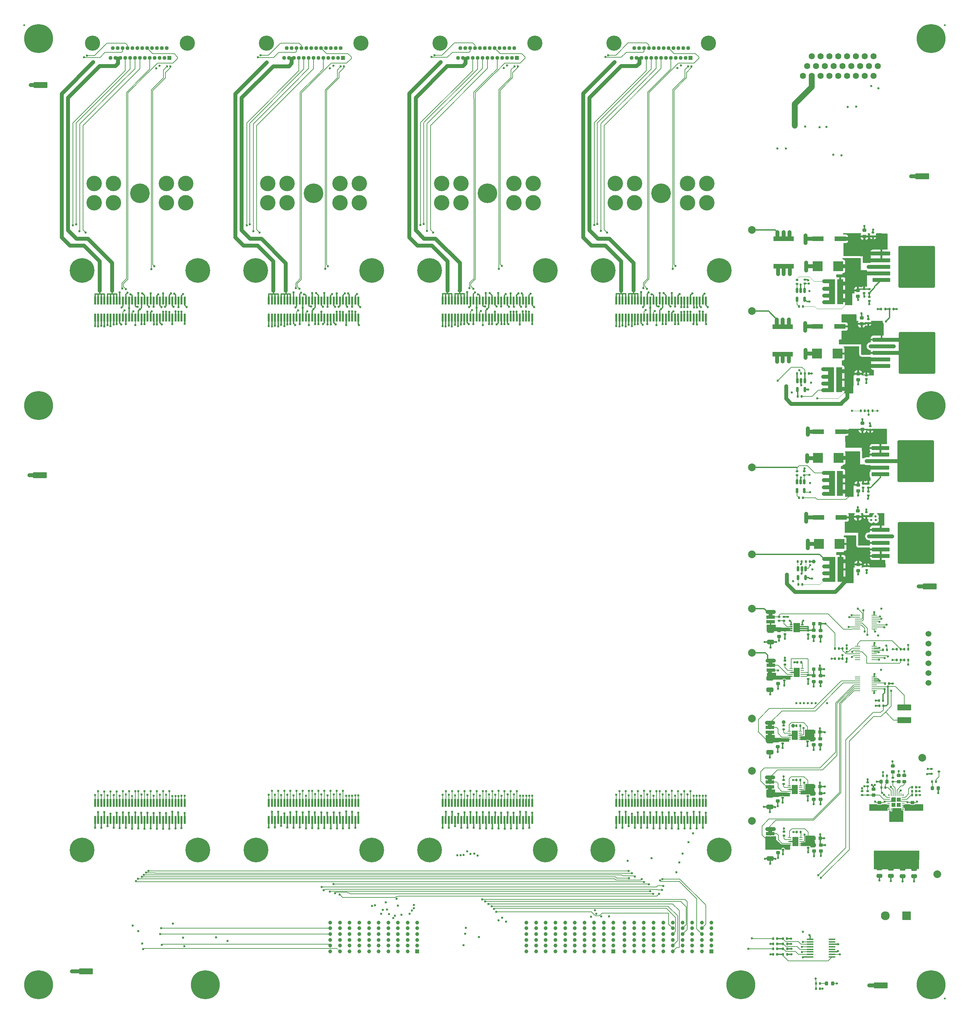
<source format=gbr>
%TF.GenerationSoftware,KiCad,Pcbnew,9.0.6-9.0.6~ubuntu22.04.1*%
%TF.CreationDate,2026-01-06T17:11:06-05:00*%
%TF.ProjectId,psc_carrier_brd,7073635f-6361-4727-9269-65725f627264,rev?*%
%TF.SameCoordinates,Original*%
%TF.FileFunction,Copper,L1,Top*%
%TF.FilePolarity,Positive*%
%FSLAX46Y46*%
G04 Gerber Fmt 4.6, Leading zero omitted, Abs format (unit mm)*
G04 Created by KiCad (PCBNEW 9.0.6-9.0.6~ubuntu22.04.1) date 2026-01-06 17:11:06*
%MOMM*%
%LPD*%
G01*
G04 APERTURE LIST*
G04 Aperture macros list*
%AMRoundRect*
0 Rectangle with rounded corners*
0 $1 Rounding radius*
0 $2 $3 $4 $5 $6 $7 $8 $9 X,Y pos of 4 corners*
0 Add a 4 corners polygon primitive as box body*
4,1,4,$2,$3,$4,$5,$6,$7,$8,$9,$2,$3,0*
0 Add four circle primitives for the rounded corners*
1,1,$1+$1,$2,$3*
1,1,$1+$1,$4,$5*
1,1,$1+$1,$6,$7*
1,1,$1+$1,$8,$9*
0 Add four rect primitives between the rounded corners*
20,1,$1+$1,$2,$3,$4,$5,0*
20,1,$1+$1,$4,$5,$6,$7,0*
20,1,$1+$1,$6,$7,$8,$9,0*
20,1,$1+$1,$8,$9,$2,$3,0*%
%AMOutline5P*
0 Free polygon, 5 corners , with rotation*
0 The origin of the aperture is its center*
0 number of corners: always 5*
0 $1 to $10 corner X, Y*
0 $11 Rotation angle, in degrees counterclockwise*
0 create outline with 5 corners*
4,1,5,$1,$2,$3,$4,$5,$6,$7,$8,$9,$10,$1,$2,$11*%
%AMOutline6P*
0 Free polygon, 6 corners , with rotation*
0 The origin of the aperture is its center*
0 number of corners: always 6*
0 $1 to $12 corner X, Y*
0 $13 Rotation angle, in degrees counterclockwise*
0 create outline with 6 corners*
4,1,6,$1,$2,$3,$4,$5,$6,$7,$8,$9,$10,$11,$12,$1,$2,$13*%
%AMOutline7P*
0 Free polygon, 7 corners , with rotation*
0 The origin of the aperture is its center*
0 number of corners: always 7*
0 $1 to $14 corner X, Y*
0 $15 Rotation angle, in degrees counterclockwise*
0 create outline with 7 corners*
4,1,7,$1,$2,$3,$4,$5,$6,$7,$8,$9,$10,$11,$12,$13,$14,$1,$2,$15*%
%AMOutline8P*
0 Free polygon, 8 corners , with rotation*
0 The origin of the aperture is its center*
0 number of corners: always 8*
0 $1 to $16 corner X, Y*
0 $17 Rotation angle, in degrees counterclockwise*
0 create outline with 8 corners*
4,1,8,$1,$2,$3,$4,$5,$6,$7,$8,$9,$10,$11,$12,$13,$14,$15,$16,$1,$2,$17*%
G04 Aperture macros list end*
%TA.AperFunction,Conductor*%
%ADD10C,0.200000*%
%TD*%
%TA.AperFunction,SMDPad,CuDef*%
%ADD11C,0.500000*%
%TD*%
%TA.AperFunction,ComponentPad*%
%ADD12C,3.600000*%
%TD*%
%TA.AperFunction,ConnectorPad*%
%ADD13C,6.400000*%
%TD*%
%TA.AperFunction,SMDPad,CuDef*%
%ADD14R,2.997200X1.168400*%
%TD*%
%TA.AperFunction,SMDPad,CuDef*%
%ADD15R,2.560396X2.499995*%
%TD*%
%TA.AperFunction,SMDPad,CuDef*%
%ADD16RoundRect,0.135000X0.185000X-0.135000X0.185000X0.135000X-0.185000X0.135000X-0.185000X-0.135000X0*%
%TD*%
%TA.AperFunction,SMDPad,CuDef*%
%ADD17R,2.220000X0.940000*%
%TD*%
%TA.AperFunction,SMDPad,CuDef*%
%ADD18RoundRect,0.062500X0.362500X0.062500X-0.362500X0.062500X-0.362500X-0.062500X0.362500X-0.062500X0*%
%TD*%
%TA.AperFunction,HeatsinkPad*%
%ADD19R,1.650000X2.380000*%
%TD*%
%TA.AperFunction,SMDPad,CuDef*%
%ADD20RoundRect,0.225000X-0.250000X0.225000X-0.250000X-0.225000X0.250000X-0.225000X0.250000X0.225000X0*%
%TD*%
%TA.AperFunction,SMDPad,CuDef*%
%ADD21R,0.812800X0.889000*%
%TD*%
%TA.AperFunction,ComponentPad*%
%ADD22C,2.000000*%
%TD*%
%TA.AperFunction,SMDPad,CuDef*%
%ADD23RoundRect,0.222222X-1.552778X-0.577778X1.552778X-0.577778X1.552778X0.577778X-1.552778X0.577778X0*%
%TD*%
%TA.AperFunction,SMDPad,CuDef*%
%ADD24RoundRect,0.135000X-0.135000X-0.185000X0.135000X-0.185000X0.135000X0.185000X-0.135000X0.185000X0*%
%TD*%
%TA.AperFunction,SMDPad,CuDef*%
%ADD25RoundRect,0.250000X-2.050000X-0.300000X2.050000X-0.300000X2.050000X0.300000X-2.050000X0.300000X0*%
%TD*%
%TA.AperFunction,SMDPad,CuDef*%
%ADD26RoundRect,0.250002X-4.449998X-5.149998X4.449998X-5.149998X4.449998X5.149998X-4.449998X5.149998X0*%
%TD*%
%TA.AperFunction,SMDPad,CuDef*%
%ADD27RoundRect,0.135000X0.135000X0.185000X-0.135000X0.185000X-0.135000X-0.185000X0.135000X-0.185000X0*%
%TD*%
%TA.AperFunction,SMDPad,CuDef*%
%ADD28RoundRect,0.218750X-0.218750X-0.256250X0.218750X-0.256250X0.218750X0.256250X-0.218750X0.256250X0*%
%TD*%
%TA.AperFunction,ComponentPad*%
%ADD29C,4.000000*%
%TD*%
%TA.AperFunction,ComponentPad*%
%ADD30C,5.080000*%
%TD*%
%TA.AperFunction,ComponentPad*%
%ADD31C,1.600200*%
%TD*%
%TA.AperFunction,SMDPad,CuDef*%
%ADD32RoundRect,0.135000X-0.185000X0.135000X-0.185000X-0.135000X0.185000X-0.135000X0.185000X0.135000X0*%
%TD*%
%TA.AperFunction,ComponentPad*%
%ADD33C,7.500000*%
%TD*%
%TA.AperFunction,SMDPad,CuDef*%
%ADD34R,1.397000X0.279400*%
%TD*%
%TA.AperFunction,ComponentPad*%
%ADD35C,1.524000*%
%TD*%
%TA.AperFunction,SMDPad,CuDef*%
%ADD36RoundRect,0.140000X-0.170000X0.140000X-0.170000X-0.140000X0.170000X-0.140000X0.170000X0.140000X0*%
%TD*%
%TA.AperFunction,SMDPad,CuDef*%
%ADD37R,1.603200X6.500000*%
%TD*%
%TA.AperFunction,SMDPad,CuDef*%
%ADD38R,0.500000X2.000000*%
%TD*%
%TA.AperFunction,SMDPad,CuDef*%
%ADD39R,0.375000X0.375000*%
%TD*%
%TA.AperFunction,SMDPad,CuDef*%
%ADD40R,0.700000X0.250000*%
%TD*%
%TA.AperFunction,SMDPad,CuDef*%
%ADD41R,0.250000X0.700000*%
%TD*%
%TA.AperFunction,SMDPad,CuDef*%
%ADD42Outline5P,-0.562500X0.427500X-0.427500X0.562500X0.562500X0.562500X0.562500X-0.562500X-0.562500X-0.562500X0.000000*%
%TD*%
%TA.AperFunction,SMDPad,CuDef*%
%ADD43R,1.125000X1.125000*%
%TD*%
%TA.AperFunction,SMDPad,CuDef*%
%ADD44R,5.308600X1.295400*%
%TD*%
%TA.AperFunction,SMDPad,CuDef*%
%ADD45RoundRect,0.225000X0.250000X-0.225000X0.250000X0.225000X-0.250000X0.225000X-0.250000X-0.225000X0*%
%TD*%
%TA.AperFunction,SMDPad,CuDef*%
%ADD46RoundRect,0.218750X0.218750X0.256250X-0.218750X0.256250X-0.218750X-0.256250X0.218750X-0.256250X0*%
%TD*%
%TA.AperFunction,SMDPad,CuDef*%
%ADD47RoundRect,0.140000X0.170000X-0.140000X0.170000X0.140000X-0.170000X0.140000X-0.170000X-0.140000X0*%
%TD*%
%TA.AperFunction,SMDPad,CuDef*%
%ADD48RoundRect,0.250000X-0.650000X0.325000X-0.650000X-0.325000X0.650000X-0.325000X0.650000X0.325000X0*%
%TD*%
%TA.AperFunction,ComponentPad*%
%ADD49R,1.016000X1.016000*%
%TD*%
%TA.AperFunction,ComponentPad*%
%ADD50C,1.016000*%
%TD*%
%TA.AperFunction,ComponentPad*%
%ADD51C,3.937000*%
%TD*%
%TA.AperFunction,SMDPad,CuDef*%
%ADD52RoundRect,0.150000X-0.150000X0.512500X-0.150000X-0.512500X0.150000X-0.512500X0.150000X0.512500X0*%
%TD*%
%TA.AperFunction,SMDPad,CuDef*%
%ADD53RoundRect,0.250000X-0.475000X0.250000X-0.475000X-0.250000X0.475000X-0.250000X0.475000X0.250000X0*%
%TD*%
%TA.AperFunction,SMDPad,CuDef*%
%ADD54R,3.560000X1.780000*%
%TD*%
%TA.AperFunction,ComponentPad*%
%ADD55R,1.000000X1.000000*%
%TD*%
%TA.AperFunction,ComponentPad*%
%ADD56C,1.000000*%
%TD*%
%TA.AperFunction,SMDPad,CuDef*%
%ADD57R,1.676400X0.355600*%
%TD*%
%TA.AperFunction,SMDPad,CuDef*%
%ADD58RoundRect,0.225000X-0.225000X-0.250000X0.225000X-0.250000X0.225000X0.250000X-0.225000X0.250000X0*%
%TD*%
%TA.AperFunction,ComponentPad*%
%ADD59R,2.300000X2.300000*%
%TD*%
%TA.AperFunction,ComponentPad*%
%ADD60C,2.300000*%
%TD*%
%TA.AperFunction,SMDPad,CuDef*%
%ADD61R,0.787400X0.304800*%
%TD*%
%TA.AperFunction,SMDPad,CuDef*%
%ADD62R,1.752600X2.489200*%
%TD*%
%TA.AperFunction,SMDPad,CuDef*%
%ADD63RoundRect,0.112500X-0.237500X0.112500X-0.237500X-0.112500X0.237500X-0.112500X0.237500X0.112500X0*%
%TD*%
%TA.AperFunction,ViaPad*%
%ADD64C,0.600000*%
%TD*%
%TA.AperFunction,ViaPad*%
%ADD65C,1.000000*%
%TD*%
%TA.AperFunction,Conductor*%
%ADD66C,0.300000*%
%TD*%
%TA.AperFunction,Conductor*%
%ADD67C,0.150000*%
%TD*%
%TA.AperFunction,Conductor*%
%ADD68C,1.016000*%
%TD*%
%TA.AperFunction,Conductor*%
%ADD69C,0.110000*%
%TD*%
%TA.AperFunction,Conductor*%
%ADD70C,1.000000*%
%TD*%
%TA.AperFunction,Conductor*%
%ADD71C,1.500000*%
%TD*%
G04 APERTURE END LIST*
D10*
%TO.N,Net-(Q1-G)*%
X299050000Y-274050000D02*
X299900000Y-274050000D01*
%TD*%
D11*
%TO.P,REF\u002A\u002A,*%
%TO.N,*%
X303500000Y-333500000D03*
%TD*%
%TO.P,REF\u002A\u002A,*%
%TO.N,*%
X303500000Y-81500000D03*
%TD*%
%TO.P,REF\u002A\u002A,*%
%TO.N,*%
X65000000Y-81500000D03*
%TD*%
D12*
%TO.P,MT11,1,1*%
%TO.N,GND*%
X125000000Y-145000000D03*
D13*
X125000000Y-145000000D03*
%TD*%
D14*
%TO.P,C61,1*%
%TO.N,GND*%
X270466700Y-159500000D03*
%TO.P,C61,2*%
%TO.N,-18V*%
X276283300Y-159500000D03*
%TD*%
D15*
%TO.P,C8,1*%
%TO.N,/regulators/+15v -15v PSC Regulators/+15V_PSC_REG*%
X275924895Y-193525000D03*
%TO.P,C8,2*%
%TO.N,GND*%
X270580507Y-193525000D03*
%TD*%
D16*
%TO.P,R16,1*%
%TO.N,Net-(U6-SENSE{slash}ADJ)*%
X261800000Y-235700000D03*
%TO.P,R16,2*%
%TO.N,GND*%
X261800000Y-234680000D03*
%TD*%
D17*
%TO.P,R13,1*%
%TO.N,/regulators/+5VA regulator/-5.3Vout*%
X258300000Y-235950000D03*
%TO.P,R13,2*%
%TO.N,-5.3V*%
X258300000Y-234720000D03*
%TD*%
D18*
%TO.P,U9,1,IN*%
%TO.N,/regulators/+1.8V regulator/Vin_1.8v*%
X266180000Y-293785000D03*
%TO.P,U9,2,IN*%
X266180000Y-293285000D03*
%TO.P,U9,3,EN/UV*%
%TO.N,/regulators/enb*%
X266180000Y-292785000D03*
%TO.P,U9,4,PG*%
%TO.N,unconnected-(U9-PG-Pad4)*%
X266180000Y-292285000D03*
%TO.P,U9,5,ILIM*%
%TO.N,Net-(U9-ILIM)*%
X266180000Y-291785000D03*
%TO.P,U9,6,PGFB*%
%TO.N,/regulators/+1.8V regulator/Vin_1.8v*%
X263280000Y-291785000D03*
%TO.P,U9,7,SET*%
%TO.N,Net-(U9-SET)*%
X263280000Y-292285000D03*
%TO.P,U9,8,GND*%
%TO.N,GND*%
X263280000Y-292785000D03*
%TO.P,U9,9,OUTS*%
%TO.N,+1.8V*%
X263280000Y-293285000D03*
%TO.P,U9,10,OUT*%
%TO.N,/regulators/+1.8V regulator/imon_hi*%
X263280000Y-293785000D03*
D19*
%TO.P,U9,11,GND*%
%TO.N,GND*%
X264730000Y-292785000D03*
%TD*%
D20*
%TO.P,C20,1*%
%TO.N,/regulators/+5VA regulator/+15Vin*%
X269550000Y-249900000D03*
%TO.P,C20,2*%
%TO.N,GND*%
X269550000Y-251450000D03*
%TD*%
D21*
%TO.P,L5,1,1*%
%TO.N,/regulators/+2.5V regulator/Vin_2.5v*%
X269530100Y-278590000D03*
%TO.P,L5,2,2*%
%TO.N,+5.0V*%
X271130300Y-278590000D03*
%TD*%
D22*
%TO.P,TP4,1,1*%
%TO.N,-5.3V*%
X253500000Y-232500000D03*
%TD*%
D23*
%TO.P,TP14,1,1*%
%TO.N,GND*%
X81000000Y-326400000D03*
%TD*%
D24*
%TO.P,R64,1*%
%TO.N,Net-(U23-Ain)*%
X261570000Y-318000000D03*
%TO.P,R64,2*%
%TO.N,GND*%
X262590000Y-318000000D03*
%TD*%
D25*
%TO.P,U19,1,~{SHDN}*%
%TO.N,+18V*%
X287000000Y-140625000D03*
%TO.P,U19,2,IN*%
X287000000Y-142325000D03*
%TO.P,U19,3,GND*%
%TO.N,GND*%
X287000000Y-144025000D03*
D26*
X296150000Y-144025000D03*
D25*
%TO.P,U19,4,OUT*%
%TO.N,/regulators/+15v -15v DCCT Regulators/+15V_DCCT_REG*%
X287000000Y-145725000D03*
%TO.P,U19,5,ADJ*%
%TO.N,Net-(U19-ADJ)*%
X287000000Y-147425000D03*
%TD*%
D17*
%TO.P,R14,1*%
%TO.N,/regulators/+5VA regulator/+5.3Vout*%
X258400000Y-248450000D03*
%TO.P,R14,2*%
%TO.N,+5.3V*%
X258400000Y-247220000D03*
%TD*%
D27*
%TO.P,R48,1*%
%TO.N,+3.3V*%
X289010000Y-251900000D03*
%TO.P,R48,2*%
%TO.N,Net-(U12-ADR0)*%
X287990000Y-251900000D03*
%TD*%
D28*
%TO.P,D1,1,K*%
%TO.N,Net-(D1-K)*%
X300212500Y-279000000D03*
%TO.P,D1,2,A*%
%TO.N,+18V*%
X301787500Y-279000000D03*
%TD*%
D24*
%TO.P,R27,1*%
%TO.N,Net-(D1-K)*%
X300150000Y-277350000D03*
%TO.P,R27,2*%
%TO.N,Net-(Q1-D)*%
X301170000Y-277350000D03*
%TD*%
D23*
%TO.P,TP12,1,1*%
%TO.N,GND*%
X299600000Y-226800000D03*
%TD*%
D24*
%TO.P,R26,1*%
%TO.N,Net-(U11-RT)*%
X295000000Y-278800000D03*
%TO.P,R26,2*%
%TO.N,GND*%
X296020000Y-278800000D03*
%TD*%
%TO.P,R66,1*%
%TO.N,Net-(U23-Cin)*%
X261590000Y-320600000D03*
%TO.P,R66,2*%
%TO.N,GND*%
X262610000Y-320600000D03*
%TD*%
D29*
%TO.P,U17,1,I+*%
%TO.N,/Ch3 Burden Resistor/Iin0.dcct+*%
X173142000Y-122500000D03*
%TO.P,U17,2,Vout+*%
%TO.N,/Ch3 Burden Resistor/Vout0.dcct+*%
X178142000Y-122500000D03*
%TO.P,U17,3,Vout-*%
%TO.N,/Ch3 Burden Resistor/Vout0.dcct-*%
X191858000Y-122500000D03*
%TO.P,U17,4,I-*%
%TO.N,/Ch3 Burden Resistor/Iin0.dcct-*%
X196858000Y-122500000D03*
%TO.P,U17,5,I+*%
%TO.N,/Ch3 Burden Resistor/Iin1.dcct+*%
X173142000Y-127500000D03*
%TO.P,U17,6,Vout+*%
%TO.N,/Ch3 Burden Resistor/Vout1.dcct+*%
X178142000Y-127500000D03*
%TO.P,U17,7,Vout-*%
%TO.N,/Ch3 Burden Resistor/Vout1.dcct-*%
X191858000Y-127500000D03*
%TO.P,U17,8,I-*%
%TO.N,/Ch3 Burden Resistor/Iin1.dcct-*%
X196858000Y-127500000D03*
D30*
%TO.P,U17,9*%
%TO.N,N/C*%
X185000000Y-125000000D03*
%TD*%
D31*
%TO.P,J7,1*%
%TO.N,+15V_DCCT*%
X285000000Y-94600000D03*
%TO.P,J7,2*%
%TO.N,/Ch1 Burden Resistor/Iin0.dcct+*%
X282714000Y-94600000D03*
%TO.P,J7,3*%
%TO.N,/Ch1 Burden Resistor/Iin1.dcct+*%
X280428000Y-94600000D03*
%TO.P,J7,4*%
%TO.N,/Ch2 Burden Resistor/Iin0.dcct+*%
X278142000Y-94600000D03*
%TO.P,J7,5*%
%TO.N,/DCCT Fault Logic/dcct_flt.12*%
X275830600Y-94600000D03*
%TO.P,J7,6*%
%TO.N,/Ch4 Burden Resistor/Iin0.dcct+*%
X273544600Y-94600000D03*
%TO.P,J7,7*%
%TO.N,/Ch3 Burden Resistor/Iin1.dcct+*%
X271258600Y-94600000D03*
%TO.P,J7,8*%
%TO.N,/Ch3 Burden Resistor/Iin0.dcct+*%
X268972600Y-94600000D03*
%TO.P,J7,9*%
%TO.N,+15V_DCCT*%
X266686600Y-94600000D03*
%TO.P,J7,10*%
%TO.N,GND*%
X286143000Y-92060000D03*
%TO.P,J7,11*%
%TO.N,/Ch1 Burden Resistor/Iin0.dcct-*%
X283857000Y-92060000D03*
%TO.P,J7,12*%
%TO.N,/Ch1 Burden Resistor/Iin1.dcct-*%
X281571000Y-92060000D03*
%TO.P,J7,13*%
%TO.N,/Ch2 Burden Resistor/Iin0.dcct-*%
X279259600Y-92060000D03*
%TO.P,J7,14*%
%TO.N,/DCCT Fault Logic/dcct_flt.34*%
X276973600Y-92060000D03*
%TO.P,J7,15*%
%TO.N,/Ch4 Burden Resistor/Iin0.dcct-*%
X274687600Y-92060000D03*
%TO.P,J7,16*%
%TO.N,/Ch3 Burden Resistor/Iin1.dcct-*%
X272401600Y-92060000D03*
%TO.P,J7,17*%
%TO.N,/Ch3 Burden Resistor/Iin0.dcct-*%
X270115600Y-92060000D03*
%TO.P,J7,18*%
%TO.N,GND*%
X267829600Y-92060000D03*
%TO.P,J7,19*%
%TO.N,-15V_DCCT*%
X285000000Y-89520000D03*
%TO.P,J7,20*%
%TO.N,/Ch2 Burden Resistor/Iin1.dcct+*%
X282714000Y-89520000D03*
%TO.P,J7,21*%
%TO.N,/Ch2 Burden Resistor/Iin1.dcct-*%
X280428000Y-89520000D03*
%TO.P,J7,22*%
%TO.N,/DCCT Fault Logic/dcct_flt.56*%
X278142000Y-89520000D03*
%TO.P,J7,23*%
%TO.N,/DCCT Fault Logic/dcct_flt.78*%
X275830600Y-89520000D03*
%TO.P,J7,24*%
%TO.N,/Ch4 Burden Resistor/Iin1.dcct+*%
X273544600Y-89520000D03*
%TO.P,J7,25*%
%TO.N,/Ch4 Burden Resistor/Iin1.dcct-*%
X271258600Y-89520000D03*
%TO.P,J7,26*%
%TO.N,-15V_DCCT*%
X268972600Y-89520000D03*
%TD*%
D32*
%TO.P,R15,1*%
%TO.N,-5.3V*%
X260550000Y-234690000D03*
%TO.P,R15,2*%
%TO.N,Net-(U6-SENSE{slash}ADJ)*%
X260550000Y-235710000D03*
%TD*%
D16*
%TO.P,R28,1*%
%TO.N,Net-(U11-VC)*%
X290000000Y-277300000D03*
%TO.P,R28,2*%
%TO.N,Net-(C50-Pad1)*%
X290000000Y-276280000D03*
%TD*%
D33*
%TO.P,MT2,1,1*%
%TO.N,GND*%
X111960000Y-329920000D03*
%TD*%
D25*
%TO.P,U2,1,~{SHDN}*%
%TO.N,+18V*%
X286775000Y-190975000D03*
%TO.P,U2,2,IN*%
X286775000Y-192675000D03*
%TO.P,U2,3,GND*%
%TO.N,GND*%
X286775000Y-194375000D03*
D26*
X295925000Y-194375000D03*
D25*
%TO.P,U2,4,OUT*%
%TO.N,/regulators/+15v -15v PSC Regulators/+15V_PSC_REG*%
X286775000Y-196075000D03*
%TO.P,U2,5,ADJ*%
%TO.N,Net-(U2-ADJ)*%
X286775000Y-197775000D03*
%TD*%
D14*
%TO.P,C2,1*%
%TO.N,GND*%
X270783400Y-208900000D03*
%TO.P,C2,2*%
%TO.N,-18V*%
X276600000Y-208900000D03*
%TD*%
D18*
%TO.P,U7,1,IN*%
%TO.N,/regulators/+5VA regulator/+15Vin*%
X266550000Y-250045000D03*
%TO.P,U7,2,IN*%
X266550000Y-249545000D03*
%TO.P,U7,3,EN/UV*%
X266550000Y-249045000D03*
%TO.P,U7,4,PG*%
%TO.N,unconnected-(U7-PG-Pad4)*%
X266550000Y-248545000D03*
%TO.P,U7,5,ILIM*%
%TO.N,Net-(U7-ILIM)*%
X266550000Y-248045000D03*
%TO.P,U7,6,PGFB*%
%TO.N,/regulators/+5VA regulator/+15Vin*%
X263650000Y-248045000D03*
%TO.P,U7,7,SET*%
%TO.N,Net-(U7-SET)*%
X263650000Y-248545000D03*
%TO.P,U7,8,GND*%
%TO.N,GND*%
X263650000Y-249045000D03*
%TO.P,U7,9,OUTS*%
%TO.N,+5.3V*%
X263650000Y-249545000D03*
%TO.P,U7,10,OUT*%
%TO.N,/regulators/+5VA regulator/+5.3Vout*%
X263650000Y-250045000D03*
D19*
%TO.P,U7,11,GND*%
%TO.N,GND*%
X265100000Y-249045000D03*
%TD*%
D12*
%TO.P,MT21,1,1*%
%TO.N,GND*%
X214866500Y-295000000D03*
D13*
X214866500Y-295000000D03*
%TD*%
D21*
%TO.P,L2,1,1*%
%TO.N,/regulators/+5VA regulator/+15Vin*%
X269550000Y-248200000D03*
%TO.P,L2,2,2*%
%TO.N,+15V*%
X271150200Y-248200000D03*
%TD*%
D16*
%TO.P,R33,1*%
%TO.N,Net-(U11-INTVCC)*%
X283500000Y-280810000D03*
%TO.P,R33,2*%
%TO.N,Net-(U11-SYNC{slash}MODE)*%
X283500000Y-279790000D03*
%TD*%
%TO.P,R32,1*%
%TO.N,Net-(U11-SYNC{slash}MODE)*%
X283500000Y-278545000D03*
%TO.P,R32,2*%
%TO.N,GND*%
X283500000Y-277525000D03*
%TD*%
D29*
%TO.P,U16,1,I+*%
%TO.N,/Ch2 Burden Resistor/Iin0.dcct+*%
X128142000Y-122500000D03*
%TO.P,U16,2,Vout+*%
%TO.N,/Ch2 Burden Resistor/Vout0.dcct+*%
X133142000Y-122500000D03*
%TO.P,U16,3,Vout-*%
%TO.N,/Ch2 Burden Resistor/Vout0.dcct-*%
X146858000Y-122500000D03*
%TO.P,U16,4,I-*%
%TO.N,/Ch2 Burden Resistor/Iin0.dcct-*%
X151858000Y-122500000D03*
%TO.P,U16,5,I+*%
%TO.N,/Ch2 Burden Resistor/Iin1.dcct+*%
X128142000Y-127500000D03*
%TO.P,U16,6,Vout+*%
%TO.N,/Ch2 Burden Resistor/Vout1.dcct+*%
X133142000Y-127500000D03*
%TO.P,U16,7,Vout-*%
%TO.N,/Ch2 Burden Resistor/Vout1.dcct-*%
X146858000Y-127500000D03*
%TO.P,U16,8,I-*%
%TO.N,/Ch2 Burden Resistor/Iin1.dcct-*%
X151858000Y-127500000D03*
D30*
%TO.P,U16,9*%
%TO.N,N/C*%
X140000000Y-125000000D03*
%TD*%
D34*
%TO.P,U13,1,V1*%
%TO.N,Net-(U13-V1)*%
X280815600Y-242248670D03*
%TO.P,U13,2,V2*%
%TO.N,Net-(U13-V2)*%
X280815600Y-242749050D03*
%TO.P,U13,3,V3*%
%TO.N,Net-(U13-V3)*%
X280815600Y-243249431D03*
%TO.P,U13,4,V4*%
%TO.N,Net-(U13-V4)*%
X280815600Y-243749809D03*
%TO.P,U13,5,V5*%
%TO.N,Net-(U13-V5)*%
X280815600Y-244250191D03*
%TO.P,U13,6,V6*%
%TO.N,Net-(U13-V6)*%
X280815600Y-244750569D03*
%TO.P,U13,7,V7*%
%TO.N,unconnected-(U13-V7-Pad7)*%
X280815600Y-245250950D03*
%TO.P,U13,8,V8*%
%TO.N,unconnected-(U13-V8-Pad8)*%
X280815600Y-245751330D03*
%TO.P,U13,9,GND*%
%TO.N,GND*%
X285184400Y-245751330D03*
%TO.P,U13,10,SDA*%
%TO.N,/regulators/i2c_sda*%
X285184400Y-245250950D03*
%TO.P,U13,11,SCL*%
%TO.N,/regulators/i2c_scl*%
X285184400Y-244750569D03*
%TO.P,U13,12,PWM*%
%TO.N,unconnected-(U13-PWM-Pad12)*%
X285184400Y-244250191D03*
%TO.P,U13,13,ADR0*%
%TO.N,GND*%
X285184400Y-243749809D03*
%TO.P,U13,14,ADR1*%
%TO.N,Net-(U13-ADR1)*%
X285184400Y-243249431D03*
%TO.P,U13,15,ADR2*%
%TO.N,GND*%
X285184400Y-242749050D03*
%TO.P,U13,16,VCC*%
%TO.N,+3.3V*%
X285184400Y-242248670D03*
%TD*%
D23*
%TO.P,TP15,1,1*%
%TO.N,GND*%
X69300000Y-97000000D03*
%TD*%
D35*
%TO.P,U1,1,1*%
%TO.N,+18V*%
X299200000Y-239040000D03*
%TO.P,U1,2,2*%
%TO.N,GND*%
X299200000Y-241580000D03*
%TO.P,U1,3,3*%
%TO.N,-18V*%
X299200000Y-244120000D03*
%TO.P,U1,4,4*%
%TO.N,GND*%
X299200000Y-246660000D03*
%TO.P,U1,5,5*%
X299200000Y-249200000D03*
%TO.P,U1,6,6*%
X299200000Y-251740000D03*
%TD*%
D36*
%TO.P,C31,1*%
%TO.N,/regulators/+3.3V regulator/imon_hi*%
X261490000Y-266435000D03*
%TO.P,C31,2*%
%TO.N,GND*%
X261490000Y-267395000D03*
%TD*%
D34*
%TO.P,U14,1,V1*%
%TO.N,/regulators/+15v -15v DCCT Regulators/isense_+15v*%
X280815600Y-234248670D03*
%TO.P,U14,2,V2*%
%TO.N,/regulators/+15v -15v DCCT Regulators/isense_-15v*%
X280815600Y-234749050D03*
%TO.P,U14,3,V3*%
%TO.N,/regulators/+15v -15v PSC Regulators/isense_+15v*%
X280815600Y-235249431D03*
%TO.P,U14,4,V4*%
%TO.N,/regulators/+15v -15v PSC Regulators/isense_-15v*%
X280815600Y-235749809D03*
%TO.P,U14,5,V5*%
%TO.N,/regulators/+5VA regulator/+5.3Vout*%
X280815600Y-236250191D03*
%TO.P,U14,6,V6*%
%TO.N,+5.3V*%
X280815600Y-236750569D03*
%TO.P,U14,7,V7*%
%TO.N,/regulators/+5VA regulator/-5.3Vout*%
X280815600Y-237250950D03*
%TO.P,U14,8,V8*%
%TO.N,-5.3V*%
X280815600Y-237751330D03*
%TO.P,U14,9,GND*%
%TO.N,GND*%
X285184400Y-237751330D03*
%TO.P,U14,10,SDA*%
%TO.N,/regulators/i2c_sda*%
X285184400Y-237250950D03*
%TO.P,U14,11,SCL*%
%TO.N,/regulators/i2c_scl*%
X285184400Y-236750569D03*
%TO.P,U14,12,PWM*%
%TO.N,unconnected-(U14-PWM-Pad12)*%
X285184400Y-236250191D03*
%TO.P,U14,13,ADR0*%
%TO.N,GND*%
X285184400Y-235749809D03*
%TO.P,U14,14,ADR1*%
X285184400Y-235249431D03*
%TO.P,U14,15,ADR2*%
X285184400Y-234749050D03*
%TO.P,U14,16,VCC*%
%TO.N,+3.3V*%
X285184400Y-234248670D03*
%TD*%
D37*
%TO.P,R56,1*%
%TO.N,/regulators/+15v -15v DCCT Regulators/+15V_DCCT_REG*%
X276375000Y-150500000D03*
%TO.P,R56,2*%
%TO.N,/regulators/+15v -15v DCCT Regulators/+15V_DCCT_uf*%
X274271798Y-150500000D03*
%TD*%
D22*
%TO.P,TP5,1,1*%
%TO.N,+3.3V*%
X253500000Y-261000000D03*
%TD*%
D38*
%TO.P,J15,1,1*%
%TO.N,/Ch4 Daughterboard/digin.rtn*%
X218400000Y-152800000D03*
%TO.P,J15,2,2*%
%TO.N,/Ch4 Daughterboard/digout.spare*%
X218400000Y-157200000D03*
%TO.P,J15,3,3*%
%TO.N,/Ch4 Daughterboard/digin.rtn*%
X219200000Y-152800000D03*
%TO.P,J15,4,4*%
%TO.N,/Ch4 Daughterboard/digout.reset*%
X219200000Y-157200000D03*
%TO.P,J15,5,5*%
%TO.N,/Ch4 Daughterboard/digin.rtn*%
X220000000Y-152800000D03*
%TO.P,J15,6,6*%
%TO.N,/Ch4 Daughterboard/digout.on2*%
X220000000Y-157200000D03*
%TO.P,J15,7,7*%
%TO.N,/Ch4 Daughterboard/digin.rtn*%
X220800000Y-152800000D03*
%TO.P,J15,8,8*%
%TO.N,/Ch4 Daughterboard/digout.on1*%
X220800000Y-157200000D03*
%TO.P,J15,9,9*%
%TO.N,/Ch4 Daughterboard/digout.rtn*%
X221600000Y-152800000D03*
%TO.P,J15,10,10*%
%TO.N,/Ch4 Daughterboard/digin.spare*%
X221600000Y-157200000D03*
%TO.P,J15,11,11*%
%TO.N,/Ch4 Daughterboard/digout.rtn*%
X222400000Y-152800000D03*
%TO.P,J15,12,12*%
%TO.N,/Ch4 Daughterboard/digin.flt2*%
X222400000Y-157200000D03*
%TO.P,J15,13,13*%
%TO.N,/Ch4 Daughterboard/digout.rtn*%
X223200000Y-152800000D03*
%TO.P,J15,14,14*%
%TO.N,/Ch4 Daughterboard/digin.flt1*%
X223200000Y-157200000D03*
%TO.P,J15,15,15*%
%TO.N,/Ch4 Daughterboard/digout.rtn*%
X224000000Y-152800000D03*
%TO.P,J15,16,16*%
%TO.N,/Ch4 Daughterboard/digin.acon*%
X224000000Y-157200000D03*
%TO.P,J15,17,17*%
%TO.N,GND*%
X224800000Y-152800000D03*
%TO.P,J15,18,18*%
X224800000Y-157200000D03*
%TO.P,J15,19,19*%
X225600000Y-152800000D03*
%TO.P,J15,20,20*%
%TO.N,/Ch4 Daughterboard/ps.spare-*%
X225600000Y-157200000D03*
%TO.P,J15,21,21*%
%TO.N,GND*%
X226400000Y-152800000D03*
%TO.P,J15,22,22*%
%TO.N,/Ch4 Daughterboard/ps.spare+*%
X226400000Y-157200000D03*
%TO.P,J15,23,23*%
%TO.N,GND*%
X227200000Y-152800000D03*
%TO.P,J15,24,24*%
X227200000Y-157200000D03*
%TO.P,J15,25,25*%
X228000000Y-152800000D03*
%TO.P,J15,26,26*%
%TO.N,/Ch4 Daughterboard/ps.ignd-*%
X228000000Y-157200000D03*
%TO.P,J15,27,27*%
%TO.N,+15V*%
X228800000Y-152800000D03*
%TO.P,J15,28,28*%
%TO.N,/Ch4 Daughterboard/ps.ignd+*%
X228800000Y-157200000D03*
%TO.P,J15,29,29*%
%TO.N,+15V*%
X229600000Y-152800000D03*
%TO.P,J15,30,30*%
%TO.N,GND*%
X229600000Y-157200000D03*
%TO.P,J15,31,31*%
X230400000Y-152800000D03*
%TO.P,J15,32,32*%
%TO.N,/Ch4 Daughterboard/ps.vout-*%
X230400000Y-157200000D03*
%TO.P,J15,33,33*%
%TO.N,GND*%
X231200000Y-152800000D03*
%TO.P,J15,34,34*%
%TO.N,/Ch4 Daughterboard/ps.vout+*%
X231200000Y-157200000D03*
%TO.P,J15,35,35*%
%TO.N,-15V*%
X232000000Y-152800000D03*
%TO.P,J15,36,36*%
%TO.N,GND*%
X232000000Y-157200000D03*
%TO.P,J15,37,37*%
%TO.N,-15V*%
X232800000Y-152800000D03*
%TO.P,J15,38,38*%
%TO.N,GND*%
X232800000Y-157200000D03*
%TO.P,J15,39,39*%
X233600000Y-152800000D03*
%TO.P,J15,40,40*%
%TO.N,/Ch4 Daughterboard/reg.out-*%
X233600000Y-157200000D03*
%TO.P,J15,41,41*%
%TO.N,GND*%
X234400000Y-152800000D03*
%TO.P,J15,42,42*%
%TO.N,/Ch4 Daughterboard/reg.out+*%
X234400000Y-157200000D03*
%TO.P,J15,43,43*%
%TO.N,+5.3V*%
X235200000Y-152800000D03*
%TO.P,J15,44,44*%
%TO.N,GND*%
X235200000Y-157200000D03*
%TO.P,J15,45,45*%
%TO.N,+5.3V*%
X236000000Y-152800000D03*
%TO.P,J15,46,46*%
%TO.N,GND*%
X236000000Y-157200000D03*
%TO.P,J15,47,47*%
X236800000Y-152800000D03*
%TO.P,J15,48,48*%
%TO.N,/Ch4 Burden Resistor/Vout0.dcct+*%
X236800000Y-157200000D03*
%TO.P,J15,49,49*%
%TO.N,GND*%
X237600000Y-152800000D03*
%TO.P,J15,50,50*%
%TO.N,/Ch4 Burden Resistor/Vout0.dcct-*%
X237600000Y-157200000D03*
%TO.P,J15,51,51*%
%TO.N,-5.3V*%
X238400000Y-152800000D03*
%TO.P,J15,52,52*%
%TO.N,GND*%
X238400000Y-157200000D03*
%TO.P,J15,53,53*%
%TO.N,-5.3V*%
X239200000Y-152800000D03*
%TO.P,J15,54,54*%
%TO.N,GND*%
X239200000Y-157200000D03*
%TO.P,J15,55,55*%
X240000000Y-152800000D03*
%TO.P,J15,56,56*%
%TO.N,/Ch4 Burden Resistor/Vout1.dcct+*%
X240000000Y-157200000D03*
%TO.P,J15,57,57*%
%TO.N,GND*%
X240800000Y-152800000D03*
%TO.P,J15,58,58*%
%TO.N,/Ch4 Burden Resistor/Vout1.dcct-*%
X240800000Y-157200000D03*
%TO.P,J15,59,59*%
%TO.N,GND*%
X241600000Y-152800000D03*
%TO.P,J15,60,60*%
X241600000Y-157200000D03*
%TD*%
D23*
%TO.P,TP17,1,1*%
%TO.N,GND*%
X286900000Y-330100000D03*
%TD*%
D12*
%TO.P,MT22,1,1*%
%TO.N,GND*%
X245000000Y-295000000D03*
D13*
X245000000Y-295000000D03*
%TD*%
D22*
%TO.P,TP10,1,1*%
%TO.N,+15V_DCCT*%
X253500000Y-134500000D03*
%TD*%
D20*
%TO.P,C32,1*%
%TO.N,/regulators/+3.3V regulator/imon_hi*%
X260180000Y-266685000D03*
%TO.P,C32,2*%
%TO.N,GND*%
X260180000Y-268235000D03*
%TD*%
D27*
%TO.P,R29,1*%
%TO.N,+18V*%
X296020000Y-280800000D03*
%TO.P,R29,2*%
%TO.N,Net-(U11-EN{slash}UV)*%
X295000000Y-280800000D03*
%TD*%
D22*
%TO.P,TP3,1,1*%
%TO.N,+5.3V*%
X253500000Y-244000000D03*
%TD*%
D38*
%TO.P,J10,1,1*%
%TO.N,/Ch2 Daughterboard/digio.out0*%
X128400000Y-282800000D03*
%TO.P,J10,2,2*%
%TO.N,GND*%
X128400000Y-287200000D03*
%TO.P,J10,3,3*%
%TO.N,/Ch2 Daughterboard/digio.out1*%
X129200000Y-282800000D03*
%TO.P,J10,4,4*%
%TO.N,GND*%
X129200000Y-287200000D03*
%TO.P,J10,5,5*%
%TO.N,/Ch2 Daughterboard/digio.out2*%
X130000000Y-282800000D03*
%TO.P,J10,6,6*%
%TO.N,+1.8V*%
X130000000Y-287200000D03*
%TO.P,J10,7,7*%
%TO.N,/Ch2 Daughterboard/digio.out3*%
X130800000Y-282800000D03*
%TO.P,J10,8,8*%
%TO.N,+1.8V*%
X130800000Y-287200000D03*
%TO.P,J10,9,9*%
%TO.N,/Ch2 Daughterboard/digio.in0*%
X131600000Y-282800000D03*
%TO.P,J10,10,10*%
%TO.N,+1.8V*%
X131600000Y-287200000D03*
%TO.P,J10,11,11*%
%TO.N,/Ch2 Daughterboard/digio.in1*%
X132400000Y-282800000D03*
%TO.P,J10,12,12*%
%TO.N,GND*%
X132400000Y-287200000D03*
%TO.P,J10,13,13*%
%TO.N,/Ch2 Daughterboard/digio.in2*%
X133200000Y-282800000D03*
%TO.P,J10,14,14*%
%TO.N,GND*%
X133200000Y-287200000D03*
%TO.P,J10,15,15*%
%TO.N,/Ch2 Daughterboard/digio.in3*%
X134000000Y-282800000D03*
%TO.P,J10,16,16*%
%TO.N,GND*%
X134000000Y-287200000D03*
%TO.P,J10,17,17*%
X134800000Y-282800000D03*
%TO.P,J10,18,18*%
X134800000Y-287200000D03*
%TO.P,J10,19,19*%
%TO.N,/Ch2 Daughterboard/dac.sclk*%
X135600000Y-282800000D03*
%TO.P,J10,20,20*%
%TO.N,GND*%
X135600000Y-287200000D03*
%TO.P,J10,21,21*%
%TO.N,/Ch2 Daughterboard/dac.sdin*%
X136400000Y-282800000D03*
%TO.P,J10,22,22*%
%TO.N,+3.3V*%
X136400000Y-287200000D03*
%TO.P,J10,23,23*%
%TO.N,/Ch2 Daughterboard/dac.syncn*%
X137200000Y-282800000D03*
%TO.P,J10,24,24*%
%TO.N,+3.3V*%
X137200000Y-287200000D03*
%TO.P,J10,25,25*%
%TO.N,GND*%
X138000000Y-282800000D03*
%TO.P,J10,26,26*%
%TO.N,+3.3V*%
X138000000Y-287200000D03*
%TO.P,J10,27,27*%
%TO.N,/Ch2 Daughterboard/mon.reset*%
X138800000Y-282800000D03*
%TO.P,J10,28,28*%
%TO.N,GND*%
X138800000Y-287200000D03*
%TO.P,J10,29,29*%
%TO.N,/Ch2 Daughterboard/mon.cnvrt*%
X139600000Y-282800000D03*
%TO.P,J10,30,30*%
%TO.N,GND*%
X139600000Y-287200000D03*
%TO.P,J10,31,31*%
%TO.N,/Ch2 Daughterboard/mon.busy*%
X140400000Y-282800000D03*
%TO.P,J10,32,32*%
%TO.N,GND*%
X140400000Y-287200000D03*
%TO.P,J10,33,33*%
%TO.N,/Ch2 Daughterboard/mon.fs*%
X141200000Y-282800000D03*
%TO.P,J10,34,34*%
%TO.N,GND*%
X141200000Y-287200000D03*
%TO.P,J10,35,35*%
%TO.N,/Ch2 Daughterboard/mon.sdo*%
X142000000Y-282800000D03*
%TO.P,J10,36,36*%
%TO.N,GND*%
X142000000Y-287200000D03*
%TO.P,J10,37,37*%
%TO.N,/Ch2 Daughterboard/mon.sclk*%
X142800000Y-282800000D03*
%TO.P,J10,38,38*%
%TO.N,GND*%
X142800000Y-287200000D03*
%TO.P,J10,39,39*%
X143600000Y-282800000D03*
%TO.P,J10,40,40*%
X143600000Y-287200000D03*
%TO.P,J10,41,41*%
%TO.N,/Ch2 Daughterboard/dcct.cnv*%
X144400000Y-282800000D03*
%TO.P,J10,42,42*%
%TO.N,+5.0V*%
X144400000Y-287200000D03*
%TO.P,J10,43,43*%
%TO.N,/Ch2 Daughterboard/dcct.busy*%
X145200000Y-282800000D03*
%TO.P,J10,44,44*%
%TO.N,+5.0V*%
X145200000Y-287200000D03*
%TO.P,J10,45,45*%
%TO.N,/Ch2 Daughterboard/dcct.sck*%
X146000000Y-282800000D03*
%TO.P,J10,46,46*%
%TO.N,+5.0V*%
X146000000Y-287200000D03*
%TO.P,J10,47,47*%
%TO.N,/Ch2 Daughterboard/dcct.sdo0*%
X146800000Y-282800000D03*
%TO.P,J10,48,48*%
%TO.N,GND*%
X146800000Y-287200000D03*
%TO.P,J10,49,49*%
%TO.N,/Ch2 Daughterboard/dcct.sdo1*%
X147600000Y-282800000D03*
%TO.P,J10,50,50*%
%TO.N,GND*%
X147600000Y-287200000D03*
%TO.P,J10,51,51*%
X148400000Y-282800000D03*
%TO.P,J10,52,52*%
X148400000Y-287200000D03*
%TO.P,J10,53,53*%
X149200000Y-282800000D03*
%TO.P,J10,54,54*%
X149200000Y-287200000D03*
%TO.P,J10,55,55*%
X150000000Y-282800000D03*
%TO.P,J10,56,56*%
%TO.N,+2.5V*%
X150000000Y-287200000D03*
%TO.P,J10,57,57*%
%TO.N,GND*%
X150800000Y-282800000D03*
%TO.P,J10,58,58*%
%TO.N,+2.5V*%
X150800000Y-287200000D03*
%TO.P,J10,59,59*%
%TO.N,GND*%
X151600000Y-282800000D03*
%TO.P,J10,60,60*%
%TO.N,+2.5V*%
X151600000Y-287200000D03*
%TD*%
D24*
%TO.P,R62,1*%
%TO.N,/DCCT Fault Logic/dcct_flt.56*%
X258990000Y-320600000D03*
%TO.P,R62,2*%
%TO.N,Net-(U23-Cin)*%
X260010000Y-320600000D03*
%TD*%
D39*
%TO.P,U11,*%
%TO.N,*%
X289025000Y-280825000D03*
X289025000Y-284450000D03*
X292650000Y-280825000D03*
X292650000Y-284450000D03*
D40*
%TO.P,U11,1,BIAS*%
%TO.N,+5.0V*%
X288937500Y-281387500D03*
%TO.P,U11,2,INTVCC*%
%TO.N,Net-(U11-INTVCC)*%
X288937500Y-281887500D03*
%TO.P,U11,3,GND*%
%TO.N,GND*%
X288937500Y-282387500D03*
%TO.P,U11,4,NC*%
%TO.N,unconnected-(U11-NC-Pad4)*%
X288937500Y-282887500D03*
%TO.P,U11,5,VIN*%
%TO.N,+18V*%
X288937500Y-283387500D03*
%TO.P,U11,6,VIN*%
X288937500Y-283887500D03*
D41*
%TO.P,U11,7,BST*%
%TO.N,unconnected-(U11-BST-Pad7)*%
X289587500Y-284537500D03*
%TO.P,U11,8,SW*%
%TO.N,/regulators/+5VD regulator/+5vrego*%
X290087500Y-284537500D03*
%TO.P,U11,9,SW*%
X290587500Y-284537500D03*
%TO.P,U11,10,SW*%
X291087500Y-284537500D03*
%TO.P,U11,11,SW*%
X291587500Y-284537500D03*
%TO.P,U11,12,SW*%
X292087500Y-284537500D03*
D40*
%TO.P,U11,13,VIN*%
%TO.N,+18V*%
X292737500Y-283887500D03*
%TO.P,U11,14,VIN*%
X292737500Y-283387500D03*
%TO.P,U11,15,NC*%
%TO.N,unconnected-(U11-NC-Pad15)*%
X292737500Y-282887500D03*
%TO.P,U11,16,GND*%
%TO.N,GND*%
X292737500Y-282387500D03*
%TO.P,U11,17,EN/UV*%
%TO.N,Net-(U11-EN{slash}UV)*%
X292737500Y-281887500D03*
%TO.P,U11,18,RT*%
%TO.N,Net-(U11-RT)*%
X292737500Y-281387500D03*
D41*
%TO.P,U11,19,CLKOUT*%
%TO.N,unconnected-(U11-CLKOUT-Pad19)*%
X292087500Y-280737500D03*
%TO.P,U11,20,SYNC/MODE*%
%TO.N,Net-(U11-SYNC{slash}MODE)*%
X291587500Y-280737500D03*
%TO.P,U11,21,TR/SS*%
%TO.N,Net-(U11-TR{slash}SS)*%
X291087500Y-280737500D03*
%TO.P,U11,22,VC*%
%TO.N,Net-(U11-VC)*%
X290587500Y-280737500D03*
%TO.P,U11,23,PG*%
%TO.N,Net-(Q1-G)*%
X290087500Y-280737500D03*
%TO.P,U11,24,FB*%
%TO.N,Net-(U11-FB)*%
X289587500Y-280737500D03*
D42*
%TO.P,U11,25,EPAD*%
%TO.N,GND*%
X290175000Y-281975000D03*
D43*
%TO.P,U11,26,EPAD*%
X291500000Y-281975000D03*
%TO.P,U11,27,EPAD*%
X290175000Y-283300000D03*
%TO.P,U11,28,EPAD*%
X291500000Y-283300000D03*
%TD*%
D16*
%TO.P,R12,1*%
%TO.N,Net-(U7-SET)*%
X262050000Y-247045000D03*
%TO.P,R12,2*%
%TO.N,GND*%
X262050000Y-246025000D03*
%TD*%
D44*
%TO.P,F1,1*%
%TO.N,/regulators/+15v -15v DCCT Regulators/+15V_DCCT_uf*%
X261750000Y-143912000D03*
%TO.P,F1,2*%
%TO.N,+15V_DCCT*%
X261750000Y-136800000D03*
%TD*%
D45*
%TO.P,C3,1*%
%TO.N,+18V*%
X282125000Y-186100000D03*
%TO.P,C3,2*%
%TO.N,GND*%
X282125000Y-184550000D03*
%TD*%
D24*
%TO.P,R70,1*%
%TO.N,/regulators/enb*%
X270090000Y-330900000D03*
%TO.P,R70,2*%
%TO.N,GND*%
X271110000Y-330900000D03*
%TD*%
%TO.P,R69,1*%
%TO.N,+3.3V*%
X286480000Y-256300000D03*
%TO.P,R69,2*%
%TO.N,/regulators/i2c_sda*%
X287500000Y-256300000D03*
%TD*%
D36*
%TO.P,C30,1*%
%TO.N,/regulators/+3.3V regulator/Vin_3.3v*%
X267940000Y-265975000D03*
%TO.P,C30,2*%
%TO.N,GND*%
X267940000Y-266935000D03*
%TD*%
D32*
%TO.P,R50,1*%
%TO.N,/regulators/+15v -15v DCCT Regulators/+15V_DCCT_REG*%
X283865000Y-149790000D03*
%TO.P,R50,2*%
%TO.N,Net-(U19-ADJ)*%
X283865000Y-150810000D03*
%TD*%
D17*
%TO.P,R22,1*%
%TO.N,/regulators/+1.8V regulator/imon_hi*%
X258290000Y-292040000D03*
%TO.P,R22,2*%
%TO.N,+1.8V*%
X258290000Y-290810000D03*
%TD*%
D22*
%TO.P,TP7,1,1*%
%TO.N,+2.5V*%
X253500000Y-274500000D03*
%TD*%
D15*
%TO.P,C66,1*%
%TO.N,GND*%
X270380612Y-166500000D03*
%TO.P,C66,2*%
%TO.N,/regulators/+15v -15v DCCT Regulators/-15V_DCCT_REG*%
X275725000Y-166500000D03*
%TD*%
D46*
%TO.P,D3,1,K*%
%TO.N,GND*%
X274387500Y-329600000D03*
%TO.P,D3,2,A*%
%TO.N,Net-(D3-A)*%
X272812500Y-329600000D03*
%TD*%
D27*
%TO.P,R36,1*%
%TO.N,+18V*%
X293990000Y-243000000D03*
%TO.P,R36,2*%
%TO.N,Net-(U13-V1)*%
X292970000Y-243000000D03*
%TD*%
D12*
%TO.P,MT14,1,1*%
%TO.N,GND*%
X155000000Y-295000000D03*
D13*
X155000000Y-295000000D03*
%TD*%
D47*
%TO.P,C65,1*%
%TO.N,-18V*%
X283625000Y-158600000D03*
%TO.P,C65,2*%
%TO.N,GND*%
X283625000Y-157640000D03*
%TD*%
D38*
%TO.P,J9,1,1*%
%TO.N,/Ch2 Daughterboard/digin.rtn*%
X128400000Y-152800000D03*
%TO.P,J9,2,2*%
%TO.N,/Ch2 Daughterboard/digout.spare*%
X128400000Y-157200000D03*
%TO.P,J9,3,3*%
%TO.N,/Ch2 Daughterboard/digin.rtn*%
X129200000Y-152800000D03*
%TO.P,J9,4,4*%
%TO.N,/Ch2 Daughterboard/digout.reset*%
X129200000Y-157200000D03*
%TO.P,J9,5,5*%
%TO.N,/Ch2 Daughterboard/digin.rtn*%
X130000000Y-152800000D03*
%TO.P,J9,6,6*%
%TO.N,/Ch2 Daughterboard/digout.on2*%
X130000000Y-157200000D03*
%TO.P,J9,7,7*%
%TO.N,/Ch2 Daughterboard/digin.rtn*%
X130800000Y-152800000D03*
%TO.P,J9,8,8*%
%TO.N,/Ch2 Daughterboard/digout.on1*%
X130800000Y-157200000D03*
%TO.P,J9,9,9*%
%TO.N,/Ch2 Daughterboard/digout.rtn*%
X131600000Y-152800000D03*
%TO.P,J9,10,10*%
%TO.N,/Ch2 Daughterboard/digin.spare*%
X131600000Y-157200000D03*
%TO.P,J9,11,11*%
%TO.N,/Ch2 Daughterboard/digout.rtn*%
X132400000Y-152800000D03*
%TO.P,J9,12,12*%
%TO.N,/Ch2 Daughterboard/digin.flt2*%
X132400000Y-157200000D03*
%TO.P,J9,13,13*%
%TO.N,/Ch2 Daughterboard/digout.rtn*%
X133200000Y-152800000D03*
%TO.P,J9,14,14*%
%TO.N,/Ch2 Daughterboard/digin.flt1*%
X133200000Y-157200000D03*
%TO.P,J9,15,15*%
%TO.N,/Ch2 Daughterboard/digout.rtn*%
X134000000Y-152800000D03*
%TO.P,J9,16,16*%
%TO.N,/Ch2 Daughterboard/digin.acon*%
X134000000Y-157200000D03*
%TO.P,J9,17,17*%
%TO.N,GND*%
X134800000Y-152800000D03*
%TO.P,J9,18,18*%
X134800000Y-157200000D03*
%TO.P,J9,19,19*%
X135600000Y-152800000D03*
%TO.P,J9,20,20*%
%TO.N,/Ch2 Daughterboard/ps.spare-*%
X135600000Y-157200000D03*
%TO.P,J9,21,21*%
%TO.N,GND*%
X136400000Y-152800000D03*
%TO.P,J9,22,22*%
%TO.N,/Ch2 Daughterboard/ps.spare+*%
X136400000Y-157200000D03*
%TO.P,J9,23,23*%
%TO.N,GND*%
X137200000Y-152800000D03*
%TO.P,J9,24,24*%
X137200000Y-157200000D03*
%TO.P,J9,25,25*%
X138000000Y-152800000D03*
%TO.P,J9,26,26*%
%TO.N,/Ch2 Daughterboard/ps.ignd-*%
X138000000Y-157200000D03*
%TO.P,J9,27,27*%
%TO.N,+15V*%
X138800000Y-152800000D03*
%TO.P,J9,28,28*%
%TO.N,/Ch2 Daughterboard/ps.ignd+*%
X138800000Y-157200000D03*
%TO.P,J9,29,29*%
%TO.N,+15V*%
X139600000Y-152800000D03*
%TO.P,J9,30,30*%
%TO.N,GND*%
X139600000Y-157200000D03*
%TO.P,J9,31,31*%
X140400000Y-152800000D03*
%TO.P,J9,32,32*%
%TO.N,/Ch2 Daughterboard/ps.vout-*%
X140400000Y-157200000D03*
%TO.P,J9,33,33*%
%TO.N,GND*%
X141200000Y-152800000D03*
%TO.P,J9,34,34*%
%TO.N,/Ch2 Daughterboard/ps.vout+*%
X141200000Y-157200000D03*
%TO.P,J9,35,35*%
%TO.N,-15V*%
X142000000Y-152800000D03*
%TO.P,J9,36,36*%
%TO.N,GND*%
X142000000Y-157200000D03*
%TO.P,J9,37,37*%
%TO.N,-15V*%
X142800000Y-152800000D03*
%TO.P,J9,38,38*%
%TO.N,GND*%
X142800000Y-157200000D03*
%TO.P,J9,39,39*%
X143600000Y-152800000D03*
%TO.P,J9,40,40*%
%TO.N,/Ch2 Daughterboard/reg.out-*%
X143600000Y-157200000D03*
%TO.P,J9,41,41*%
%TO.N,GND*%
X144400000Y-152800000D03*
%TO.P,J9,42,42*%
%TO.N,/Ch2 Daughterboard/reg.out+*%
X144400000Y-157200000D03*
%TO.P,J9,43,43*%
%TO.N,+5.3V*%
X145200000Y-152800000D03*
%TO.P,J9,44,44*%
%TO.N,GND*%
X145200000Y-157200000D03*
%TO.P,J9,45,45*%
%TO.N,+5.3V*%
X146000000Y-152800000D03*
%TO.P,J9,46,46*%
%TO.N,GND*%
X146000000Y-157200000D03*
%TO.P,J9,47,47*%
X146800000Y-152800000D03*
%TO.P,J9,48,48*%
%TO.N,/Ch2 Burden Resistor/Vout0.dcct+*%
X146800000Y-157200000D03*
%TO.P,J9,49,49*%
%TO.N,GND*%
X147600000Y-152800000D03*
%TO.P,J9,50,50*%
%TO.N,/Ch2 Burden Resistor/Vout0.dcct-*%
X147600000Y-157200000D03*
%TO.P,J9,51,51*%
%TO.N,-5.3V*%
X148400000Y-152800000D03*
%TO.P,J9,52,52*%
%TO.N,GND*%
X148400000Y-157200000D03*
%TO.P,J9,53,53*%
%TO.N,-5.3V*%
X149200000Y-152800000D03*
%TO.P,J9,54,54*%
%TO.N,GND*%
X149200000Y-157200000D03*
%TO.P,J9,55,55*%
X150000000Y-152800000D03*
%TO.P,J9,56,56*%
%TO.N,/Ch2 Burden Resistor/Vout1.dcct+*%
X150000000Y-157200000D03*
%TO.P,J9,57,57*%
%TO.N,GND*%
X150800000Y-152800000D03*
%TO.P,J9,58,58*%
%TO.N,/Ch2 Burden Resistor/Vout1.dcct-*%
X150800000Y-157200000D03*
%TO.P,J9,59,59*%
%TO.N,GND*%
X151600000Y-152800000D03*
%TO.P,J9,60,60*%
X151600000Y-157200000D03*
%TD*%
D24*
%TO.P,R58,1*%
%TO.N,/regulators/+15v -15v DCCT Regulators/isense_-15v*%
X267200000Y-171700000D03*
%TO.P,R58,2*%
%TO.N,GND*%
X268220000Y-171700000D03*
%TD*%
%TO.P,R46,1*%
%TO.N,-15V_DCCT*%
X281700000Y-181300000D03*
%TO.P,R46,2*%
%TO.N,Net-(U13-V6)*%
X282720000Y-181300000D03*
%TD*%
D12*
%TO.P,MT9,1,1*%
%TO.N,GND*%
X80000000Y-295000000D03*
D13*
X80000000Y-295000000D03*
%TD*%
D36*
%TO.P,C24,1*%
%TO.N,/regulators/+5VA regulator/-5.3Vout*%
X262060000Y-238200000D03*
%TO.P,C24,2*%
%TO.N,GND*%
X262060000Y-239160000D03*
%TD*%
D32*
%TO.P,R31,1*%
%TO.N,Net-(Q1-G)*%
X282000000Y-279790000D03*
%TO.P,R31,2*%
%TO.N,Net-(U11-INTVCC)*%
X282000000Y-280810000D03*
%TD*%
D24*
%TO.P,R38,1*%
%TO.N,+15V*%
X274980000Y-245500000D03*
%TO.P,R38,2*%
%TO.N,Net-(U13-V2)*%
X276000000Y-245500000D03*
%TD*%
D17*
%TO.P,R19,1*%
%TO.N,/regulators/+3.3V regulator/imon_hi*%
X258190000Y-264535000D03*
%TO.P,R19,2*%
%TO.N,+3.3V*%
X258190000Y-263305000D03*
%TD*%
D15*
%TO.P,C7,1*%
%TO.N,GND*%
X270880612Y-215800000D03*
%TO.P,C7,2*%
%TO.N,/regulators/+15v -15v PSC Regulators/-15V_PSC_REG*%
X276225000Y-215800000D03*
%TD*%
D24*
%TO.P,R67,1*%
%TO.N,Net-(U23-Din)*%
X261590000Y-322000000D03*
%TO.P,R67,2*%
%TO.N,GND*%
X262610000Y-322000000D03*
%TD*%
D18*
%TO.P,U8,1,IN*%
%TO.N,/regulators/+3.3V regulator/Vin_3.3v*%
X266080000Y-266280000D03*
%TO.P,U8,2,IN*%
X266080000Y-265780000D03*
%TO.P,U8,3,EN/UV*%
%TO.N,/regulators/enb*%
X266080000Y-265280000D03*
%TO.P,U8,4,PG*%
%TO.N,unconnected-(U8-PG-Pad4)*%
X266080000Y-264780000D03*
%TO.P,U8,5,ILIM*%
%TO.N,Net-(U8-ILIM)*%
X266080000Y-264280000D03*
%TO.P,U8,6,PGFB*%
%TO.N,/regulators/+3.3V regulator/Vin_3.3v*%
X263180000Y-264280000D03*
%TO.P,U8,7,SET*%
%TO.N,Net-(U8-SET)*%
X263180000Y-264780000D03*
%TO.P,U8,8,GND*%
%TO.N,GND*%
X263180000Y-265280000D03*
%TO.P,U8,9,OUTS*%
%TO.N,+3.3V*%
X263180000Y-265780000D03*
%TO.P,U8,10,OUT*%
%TO.N,/regulators/+3.3V regulator/imon_hi*%
X263180000Y-266280000D03*
D19*
%TO.P,U8,11,GND*%
%TO.N,GND*%
X264630000Y-265280000D03*
%TD*%
D29*
%TO.P,U15,1,I+*%
%TO.N,/Ch1 Burden Resistor/Iin0.dcct+*%
X83142000Y-122500000D03*
%TO.P,U15,2,Vout+*%
%TO.N,/Ch1 Burden Resistor/Vout0.dcct+*%
X88142000Y-122500000D03*
%TO.P,U15,3,Vout-*%
%TO.N,/Ch1 Burden Resistor/Vout0.dcct-*%
X101858000Y-122500000D03*
%TO.P,U15,4,I-*%
%TO.N,/Ch1 Burden Resistor/Iin0.dcct-*%
X106858000Y-122500000D03*
%TO.P,U15,5,I+*%
%TO.N,/Ch1 Burden Resistor/Iin1.dcct+*%
X83142000Y-127500000D03*
%TO.P,U15,6,Vout+*%
%TO.N,/Ch1 Burden Resistor/Vout1.dcct+*%
X88142000Y-127500000D03*
%TO.P,U15,7,Vout-*%
%TO.N,/Ch1 Burden Resistor/Vout1.dcct-*%
X101858000Y-127500000D03*
%TO.P,U15,8,I-*%
%TO.N,/Ch1 Burden Resistor/Iin1.dcct-*%
X106858000Y-127500000D03*
D30*
%TO.P,U15,9*%
%TO.N,N/C*%
X95000000Y-125000000D03*
%TD*%
D47*
%TO.P,C6,1*%
%TO.N,-18V*%
X283125000Y-208560000D03*
%TO.P,C6,2*%
%TO.N,GND*%
X283125000Y-207600000D03*
%TD*%
D27*
%TO.P,R20,1*%
%TO.N,Net-(U9-ILIM)*%
X266160000Y-290340000D03*
%TO.P,R20,2*%
%TO.N,GND*%
X265140000Y-290340000D03*
%TD*%
D48*
%TO.P,C27,1*%
%TO.N,/regulators/+5VA regulator/+5.3Vout*%
X258200000Y-250550000D03*
%TO.P,C27,2*%
%TO.N,GND*%
X258200000Y-253500000D03*
%TD*%
D12*
%TO.P,MT17,1,1*%
%TO.N,GND*%
X170000000Y-295000000D03*
D13*
X170000000Y-295000000D03*
%TD*%
D36*
%TO.P,C42,1*%
%TO.N,/regulators/+2.5V regulator/Vin_2.5v*%
X267950000Y-280080000D03*
%TO.P,C42,2*%
%TO.N,GND*%
X267950000Y-281040000D03*
%TD*%
D27*
%TO.P,R49,1*%
%TO.N,+3.3V*%
X288510000Y-243200000D03*
%TO.P,R49,2*%
%TO.N,Net-(U13-ADR1)*%
X287490000Y-243200000D03*
%TD*%
D33*
%TO.P,MT4,1,1*%
%TO.N,GND*%
X299920000Y-85000000D03*
%TD*%
D45*
%TO.P,C48,1*%
%TO.N,Net-(U11-VC)*%
X291500000Y-277300000D03*
%TO.P,C48,2*%
%TO.N,GND*%
X291500000Y-275750000D03*
%TD*%
D12*
%TO.P,MT18,1,1*%
%TO.N,GND*%
X200000000Y-295000000D03*
D13*
X200000000Y-295000000D03*
%TD*%
D27*
%TO.P,R55,1*%
%TO.N,/regulators/+15v -15v DCCT Regulators/-15V_DCCT_uf*%
X266410000Y-177600000D03*
%TO.P,R55,2*%
%TO.N,Net-(U21-+)*%
X265390000Y-177600000D03*
%TD*%
D36*
%TO.P,C10,1*%
%TO.N,/regulators/+15v -15v PSC Regulators/-15V_PSC_REG*%
X283225000Y-221545000D03*
%TO.P,C10,2*%
%TO.N,GND*%
X283225000Y-222505000D03*
%TD*%
D14*
%TO.P,C1,1*%
%TO.N,+18V*%
X276525000Y-186700000D03*
%TO.P,C1,2*%
%TO.N,GND*%
X270708400Y-186700000D03*
%TD*%
D27*
%TO.P,R54,1*%
%TO.N,/regulators/+15v -15v DCCT Regulators/+15V_DCCT_REG*%
X266712500Y-154312500D03*
%TO.P,R54,2*%
%TO.N,Net-(U22-+)*%
X265692500Y-154312500D03*
%TD*%
D23*
%TO.P,TP18,1,1*%
%TO.N,/regulators/i2c_scl*%
X293000000Y-258100000D03*
%TD*%
D38*
%TO.P,J12,1,1*%
%TO.N,/Ch3 Daughterboard/digin.rtn*%
X173400000Y-152800000D03*
%TO.P,J12,2,2*%
%TO.N,/Ch3 Daughterboard/digout.spare*%
X173400000Y-157200000D03*
%TO.P,J12,3,3*%
%TO.N,/Ch3 Daughterboard/digin.rtn*%
X174200000Y-152800000D03*
%TO.P,J12,4,4*%
%TO.N,/Ch3 Daughterboard/digout.reset*%
X174200000Y-157200000D03*
%TO.P,J12,5,5*%
%TO.N,/Ch3 Daughterboard/digin.rtn*%
X175000000Y-152800000D03*
%TO.P,J12,6,6*%
%TO.N,/Ch3 Daughterboard/digout.on2*%
X175000000Y-157200000D03*
%TO.P,J12,7,7*%
%TO.N,/Ch3 Daughterboard/digin.rtn*%
X175800000Y-152800000D03*
%TO.P,J12,8,8*%
%TO.N,/Ch3 Daughterboard/digout.on1*%
X175800000Y-157200000D03*
%TO.P,J12,9,9*%
%TO.N,/Ch3 Daughterboard/digout.rtn*%
X176600000Y-152800000D03*
%TO.P,J12,10,10*%
%TO.N,/Ch3 Daughterboard/digin.spare*%
X176600000Y-157200000D03*
%TO.P,J12,11,11*%
%TO.N,/Ch3 Daughterboard/digout.rtn*%
X177400000Y-152800000D03*
%TO.P,J12,12,12*%
%TO.N,/Ch3 Daughterboard/digin.flt2*%
X177400000Y-157200000D03*
%TO.P,J12,13,13*%
%TO.N,/Ch3 Daughterboard/digout.rtn*%
X178200000Y-152800000D03*
%TO.P,J12,14,14*%
%TO.N,/Ch3 Daughterboard/digin.flt1*%
X178200000Y-157200000D03*
%TO.P,J12,15,15*%
%TO.N,/Ch3 Daughterboard/digout.rtn*%
X179000000Y-152800000D03*
%TO.P,J12,16,16*%
%TO.N,/Ch3 Daughterboard/digin.acon*%
X179000000Y-157200000D03*
%TO.P,J12,17,17*%
%TO.N,GND*%
X179800000Y-152800000D03*
%TO.P,J12,18,18*%
X179800000Y-157200000D03*
%TO.P,J12,19,19*%
X180600000Y-152800000D03*
%TO.P,J12,20,20*%
%TO.N,/Ch3 Daughterboard/ps.spare-*%
X180600000Y-157200000D03*
%TO.P,J12,21,21*%
%TO.N,GND*%
X181400000Y-152800000D03*
%TO.P,J12,22,22*%
%TO.N,/Ch3 Daughterboard/ps.spare+*%
X181400000Y-157200000D03*
%TO.P,J12,23,23*%
%TO.N,GND*%
X182200000Y-152800000D03*
%TO.P,J12,24,24*%
X182200000Y-157200000D03*
%TO.P,J12,25,25*%
X183000000Y-152800000D03*
%TO.P,J12,26,26*%
%TO.N,/Ch3 Daughterboard/ps.ignd-*%
X183000000Y-157200000D03*
%TO.P,J12,27,27*%
%TO.N,+15V*%
X183800000Y-152800000D03*
%TO.P,J12,28,28*%
%TO.N,/Ch3 Daughterboard/ps.ignd+*%
X183800000Y-157200000D03*
%TO.P,J12,29,29*%
%TO.N,+15V*%
X184600000Y-152800000D03*
%TO.P,J12,30,30*%
%TO.N,GND*%
X184600000Y-157200000D03*
%TO.P,J12,31,31*%
X185400000Y-152800000D03*
%TO.P,J12,32,32*%
%TO.N,/Ch3 Daughterboard/ps.vout-*%
X185400000Y-157200000D03*
%TO.P,J12,33,33*%
%TO.N,GND*%
X186200000Y-152800000D03*
%TO.P,J12,34,34*%
%TO.N,/Ch3 Daughterboard/ps.vout+*%
X186200000Y-157200000D03*
%TO.P,J12,35,35*%
%TO.N,-15V*%
X187000000Y-152800000D03*
%TO.P,J12,36,36*%
%TO.N,GND*%
X187000000Y-157200000D03*
%TO.P,J12,37,37*%
%TO.N,-15V*%
X187800000Y-152800000D03*
%TO.P,J12,38,38*%
%TO.N,GND*%
X187800000Y-157200000D03*
%TO.P,J12,39,39*%
X188600000Y-152800000D03*
%TO.P,J12,40,40*%
%TO.N,/Ch3 Daughterboard/reg.out-*%
X188600000Y-157200000D03*
%TO.P,J12,41,41*%
%TO.N,GND*%
X189400000Y-152800000D03*
%TO.P,J12,42,42*%
%TO.N,/Ch3 Daughterboard/reg.out+*%
X189400000Y-157200000D03*
%TO.P,J12,43,43*%
%TO.N,+5.3V*%
X190200000Y-152800000D03*
%TO.P,J12,44,44*%
%TO.N,GND*%
X190200000Y-157200000D03*
%TO.P,J12,45,45*%
%TO.N,+5.3V*%
X191000000Y-152800000D03*
%TO.P,J12,46,46*%
%TO.N,GND*%
X191000000Y-157200000D03*
%TO.P,J12,47,47*%
X191800000Y-152800000D03*
%TO.P,J12,48,48*%
%TO.N,/Ch3 Burden Resistor/Vout0.dcct+*%
X191800000Y-157200000D03*
%TO.P,J12,49,49*%
%TO.N,GND*%
X192600000Y-152800000D03*
%TO.P,J12,50,50*%
%TO.N,/Ch3 Burden Resistor/Vout0.dcct-*%
X192600000Y-157200000D03*
%TO.P,J12,51,51*%
%TO.N,-5.3V*%
X193400000Y-152800000D03*
%TO.P,J12,52,52*%
%TO.N,GND*%
X193400000Y-157200000D03*
%TO.P,J12,53,53*%
%TO.N,-5.3V*%
X194200000Y-152800000D03*
%TO.P,J12,54,54*%
%TO.N,GND*%
X194200000Y-157200000D03*
%TO.P,J12,55,55*%
X195000000Y-152800000D03*
%TO.P,J12,56,56*%
%TO.N,/Ch3 Burden Resistor/Vout1.dcct+*%
X195000000Y-157200000D03*
%TO.P,J12,57,57*%
%TO.N,GND*%
X195800000Y-152800000D03*
%TO.P,J12,58,58*%
%TO.N,/Ch3 Burden Resistor/Vout1.dcct-*%
X195800000Y-157200000D03*
%TO.P,J12,59,59*%
%TO.N,GND*%
X196600000Y-152800000D03*
%TO.P,J12,60,60*%
X196600000Y-157200000D03*
%TD*%
D24*
%TO.P,R42,1*%
%TO.N,-18V*%
X290980000Y-245800000D03*
%TO.P,R42,2*%
%TO.N,Net-(U13-V4)*%
X292000000Y-245800000D03*
%TD*%
D22*
%TO.P,TP2,1,1*%
%TO.N,+5.0V*%
X301500000Y-301300000D03*
%TD*%
D37*
%TO.P,R53,1*%
%TO.N,/regulators/+15v -15v DCCT Regulators/-15V_DCCT_uf*%
X274021798Y-173300000D03*
%TO.P,R53,2*%
%TO.N,/regulators/+15v -15v DCCT Regulators/-15V_DCCT_REG*%
X276125000Y-173300000D03*
%TD*%
D20*
%TO.P,C44,1*%
%TO.N,/regulators/+2.5V regulator/imon_hi*%
X260190000Y-280790000D03*
%TO.P,C44,2*%
%TO.N,GND*%
X260190000Y-282340000D03*
%TD*%
D38*
%TO.P,J5,1,1*%
%TO.N,/Ch1 Daughterboard/digin.rtn*%
X83400000Y-152800000D03*
%TO.P,J5,2,2*%
%TO.N,/Ch1 Daughterboard/digout.spare*%
X83400000Y-157200000D03*
%TO.P,J5,3,3*%
%TO.N,/Ch1 Daughterboard/digin.rtn*%
X84200000Y-152800000D03*
%TO.P,J5,4,4*%
%TO.N,/Ch1 Daughterboard/digout.reset*%
X84200000Y-157200000D03*
%TO.P,J5,5,5*%
%TO.N,/Ch1 Daughterboard/digin.rtn*%
X85000000Y-152800000D03*
%TO.P,J5,6,6*%
%TO.N,/Ch1 Daughterboard/digout.on2*%
X85000000Y-157200000D03*
%TO.P,J5,7,7*%
%TO.N,/Ch1 Daughterboard/digin.rtn*%
X85800000Y-152800000D03*
%TO.P,J5,8,8*%
%TO.N,/Ch1 Daughterboard/digout.on1*%
X85800000Y-157200000D03*
%TO.P,J5,9,9*%
%TO.N,/Ch1 Daughterboard/digout.rtn*%
X86600000Y-152800000D03*
%TO.P,J5,10,10*%
%TO.N,/Ch1 Daughterboard/digin.spare*%
X86600000Y-157200000D03*
%TO.P,J5,11,11*%
%TO.N,/Ch1 Daughterboard/digout.rtn*%
X87400000Y-152800000D03*
%TO.P,J5,12,12*%
%TO.N,/Ch1 Daughterboard/digin.flt2*%
X87400000Y-157200000D03*
%TO.P,J5,13,13*%
%TO.N,/Ch1 Daughterboard/digout.rtn*%
X88200000Y-152800000D03*
%TO.P,J5,14,14*%
%TO.N,/Ch1 Daughterboard/digin.flt1*%
X88200000Y-157200000D03*
%TO.P,J5,15,15*%
%TO.N,/Ch1 Daughterboard/digout.rtn*%
X89000000Y-152800000D03*
%TO.P,J5,16,16*%
%TO.N,/Ch1 Daughterboard/digin.acon*%
X89000000Y-157200000D03*
%TO.P,J5,17,17*%
%TO.N,GND*%
X89800000Y-152800000D03*
%TO.P,J5,18,18*%
X89800000Y-157200000D03*
%TO.P,J5,19,19*%
X90600000Y-152800000D03*
%TO.P,J5,20,20*%
%TO.N,/Ch1 Daughterboard/ps.spare-*%
X90600000Y-157200000D03*
%TO.P,J5,21,21*%
%TO.N,GND*%
X91400000Y-152800000D03*
%TO.P,J5,22,22*%
%TO.N,/Ch1 Daughterboard/ps.spare+*%
X91400000Y-157200000D03*
%TO.P,J5,23,23*%
%TO.N,GND*%
X92200000Y-152800000D03*
%TO.P,J5,24,24*%
X92200000Y-157200000D03*
%TO.P,J5,25,25*%
X93000000Y-152800000D03*
%TO.P,J5,26,26*%
%TO.N,/Ch1 Daughterboard/ps.ignd-*%
X93000000Y-157200000D03*
%TO.P,J5,27,27*%
%TO.N,+15V*%
X93800000Y-152800000D03*
%TO.P,J5,28,28*%
%TO.N,/Ch1 Daughterboard/ps.ignd+*%
X93800000Y-157200000D03*
%TO.P,J5,29,29*%
%TO.N,+15V*%
X94600000Y-152800000D03*
%TO.P,J5,30,30*%
%TO.N,GND*%
X94600000Y-157200000D03*
%TO.P,J5,31,31*%
X95400000Y-152800000D03*
%TO.P,J5,32,32*%
%TO.N,/Ch1 Daughterboard/ps.vout-*%
X95400000Y-157200000D03*
%TO.P,J5,33,33*%
%TO.N,GND*%
X96200000Y-152800000D03*
%TO.P,J5,34,34*%
%TO.N,/Ch1 Daughterboard/ps.vout+*%
X96200000Y-157200000D03*
%TO.P,J5,35,35*%
%TO.N,-15V*%
X97000000Y-152800000D03*
%TO.P,J5,36,36*%
%TO.N,GND*%
X97000000Y-157200000D03*
%TO.P,J5,37,37*%
%TO.N,-15V*%
X97800000Y-152800000D03*
%TO.P,J5,38,38*%
%TO.N,GND*%
X97800000Y-157200000D03*
%TO.P,J5,39,39*%
X98600000Y-152800000D03*
%TO.P,J5,40,40*%
%TO.N,/Ch1 Daughterboard/reg.out-*%
X98600000Y-157200000D03*
%TO.P,J5,41,41*%
%TO.N,GND*%
X99400000Y-152800000D03*
%TO.P,J5,42,42*%
%TO.N,/Ch1 Daughterboard/reg.out+*%
X99400000Y-157200000D03*
%TO.P,J5,43,43*%
%TO.N,+5.3V*%
X100200000Y-152800000D03*
%TO.P,J5,44,44*%
%TO.N,GND*%
X100200000Y-157200000D03*
%TO.P,J5,45,45*%
%TO.N,+5.3V*%
X101000000Y-152800000D03*
%TO.P,J5,46,46*%
%TO.N,GND*%
X101000000Y-157200000D03*
%TO.P,J5,47,47*%
X101800000Y-152800000D03*
%TO.P,J5,48,48*%
%TO.N,/Ch1 Burden Resistor/Vout0.dcct+*%
X101800000Y-157200000D03*
%TO.P,J5,49,49*%
%TO.N,GND*%
X102600000Y-152800000D03*
%TO.P,J5,50,50*%
%TO.N,/Ch1 Burden Resistor/Vout0.dcct-*%
X102600000Y-157200000D03*
%TO.P,J5,51,51*%
%TO.N,-5.3V*%
X103400000Y-152800000D03*
%TO.P,J5,52,52*%
%TO.N,GND*%
X103400000Y-157200000D03*
%TO.P,J5,53,53*%
%TO.N,-5.3V*%
X104200000Y-152800000D03*
%TO.P,J5,54,54*%
%TO.N,GND*%
X104200000Y-157200000D03*
%TO.P,J5,55,55*%
X105000000Y-152800000D03*
%TO.P,J5,56,56*%
%TO.N,/Ch1 Burden Resistor/Vout1.dcct+*%
X105000000Y-157200000D03*
%TO.P,J5,57,57*%
%TO.N,GND*%
X105800000Y-152800000D03*
%TO.P,J5,58,58*%
%TO.N,/Ch1 Burden Resistor/Vout1.dcct-*%
X105800000Y-157200000D03*
%TO.P,J5,59,59*%
%TO.N,GND*%
X106600000Y-152800000D03*
%TO.P,J5,60,60*%
X106600000Y-157200000D03*
%TD*%
D24*
%TO.P,R34,1*%
%TO.N,+5.0V*%
X287000000Y-278850000D03*
%TO.P,R34,2*%
%TO.N,Net-(U11-FB)*%
X288020000Y-278850000D03*
%TD*%
D20*
%TO.P,C16,1*%
%TO.N,-15V*%
X271290000Y-238200000D03*
%TO.P,C16,2*%
%TO.N,GND*%
X271290000Y-239750000D03*
%TD*%
D33*
%TO.P,MT5,1,1*%
%TO.N,GND*%
X299920000Y-329920000D03*
%TD*%
D45*
%TO.P,C63,1*%
%TO.N,-18V*%
X281925000Y-158800000D03*
%TO.P,C63,2*%
%TO.N,GND*%
X281925000Y-157250000D03*
%TD*%
D24*
%TO.P,R39,1*%
%TO.N,Net-(U13-V2)*%
X277000000Y-245500000D03*
%TO.P,R39,2*%
%TO.N,GND*%
X278020000Y-245500000D03*
%TD*%
D22*
%TO.P,TP8,1,1*%
%TO.N,+15V*%
X253500000Y-196000000D03*
%TD*%
D38*
%TO.P,J16,1,1*%
%TO.N,/Ch4 Daughterboard/digio.out0*%
X218400000Y-282800000D03*
%TO.P,J16,2,2*%
%TO.N,GND*%
X218400000Y-287200000D03*
%TO.P,J16,3,3*%
%TO.N,/Ch4 Daughterboard/digio.out1*%
X219200000Y-282800000D03*
%TO.P,J16,4,4*%
%TO.N,GND*%
X219200000Y-287200000D03*
%TO.P,J16,5,5*%
%TO.N,/Ch4 Daughterboard/digio.out2*%
X220000000Y-282800000D03*
%TO.P,J16,6,6*%
%TO.N,+1.8V*%
X220000000Y-287200000D03*
%TO.P,J16,7,7*%
%TO.N,/Ch4 Daughterboard/digio.out3*%
X220800000Y-282800000D03*
%TO.P,J16,8,8*%
%TO.N,+1.8V*%
X220800000Y-287200000D03*
%TO.P,J16,9,9*%
%TO.N,/Ch4 Daughterboard/digio.in0*%
X221600000Y-282800000D03*
%TO.P,J16,10,10*%
%TO.N,+1.8V*%
X221600000Y-287200000D03*
%TO.P,J16,11,11*%
%TO.N,/Ch4 Daughterboard/digio.in1*%
X222400000Y-282800000D03*
%TO.P,J16,12,12*%
%TO.N,GND*%
X222400000Y-287200000D03*
%TO.P,J16,13,13*%
%TO.N,/Ch4 Daughterboard/digio.in2*%
X223200000Y-282800000D03*
%TO.P,J16,14,14*%
%TO.N,GND*%
X223200000Y-287200000D03*
%TO.P,J16,15,15*%
%TO.N,/Ch4 Daughterboard/digio.in3*%
X224000000Y-282800000D03*
%TO.P,J16,16,16*%
%TO.N,GND*%
X224000000Y-287200000D03*
%TO.P,J16,17,17*%
X224800000Y-282800000D03*
%TO.P,J16,18,18*%
X224800000Y-287200000D03*
%TO.P,J16,19,19*%
%TO.N,/Ch4 Daughterboard/dac.sclk*%
X225600000Y-282800000D03*
%TO.P,J16,20,20*%
%TO.N,GND*%
X225600000Y-287200000D03*
%TO.P,J16,21,21*%
%TO.N,/Ch4 Daughterboard/dac.sdin*%
X226400000Y-282800000D03*
%TO.P,J16,22,22*%
%TO.N,+3.3V*%
X226400000Y-287200000D03*
%TO.P,J16,23,23*%
%TO.N,/Ch4 Daughterboard/dac.syncn*%
X227200000Y-282800000D03*
%TO.P,J16,24,24*%
%TO.N,+3.3V*%
X227200000Y-287200000D03*
%TO.P,J16,25,25*%
%TO.N,GND*%
X228000000Y-282800000D03*
%TO.P,J16,26,26*%
%TO.N,+3.3V*%
X228000000Y-287200000D03*
%TO.P,J16,27,27*%
%TO.N,/Ch4 Daughterboard/mon.reset*%
X228800000Y-282800000D03*
%TO.P,J16,28,28*%
%TO.N,GND*%
X228800000Y-287200000D03*
%TO.P,J16,29,29*%
%TO.N,/Ch4 Daughterboard/mon.cnvrt*%
X229600000Y-282800000D03*
%TO.P,J16,30,30*%
%TO.N,GND*%
X229600000Y-287200000D03*
%TO.P,J16,31,31*%
%TO.N,/Ch4 Daughterboard/mon.busy*%
X230400000Y-282800000D03*
%TO.P,J16,32,32*%
%TO.N,GND*%
X230400000Y-287200000D03*
%TO.P,J16,33,33*%
%TO.N,/Ch4 Daughterboard/mon.fs*%
X231200000Y-282800000D03*
%TO.P,J16,34,34*%
%TO.N,GND*%
X231200000Y-287200000D03*
%TO.P,J16,35,35*%
%TO.N,/Ch4 Daughterboard/mon.sdo*%
X232000000Y-282800000D03*
%TO.P,J16,36,36*%
%TO.N,GND*%
X232000000Y-287200000D03*
%TO.P,J16,37,37*%
%TO.N,/Ch4 Daughterboard/mon.sclk*%
X232800000Y-282800000D03*
%TO.P,J16,38,38*%
%TO.N,GND*%
X232800000Y-287200000D03*
%TO.P,J16,39,39*%
X233600000Y-282800000D03*
%TO.P,J16,40,40*%
X233600000Y-287200000D03*
%TO.P,J16,41,41*%
%TO.N,/Ch4 Daughterboard/dcct.cnv*%
X234400000Y-282800000D03*
%TO.P,J16,42,42*%
%TO.N,+5.0V*%
X234400000Y-287200000D03*
%TO.P,J16,43,43*%
%TO.N,/Ch4 Daughterboard/dcct.busy*%
X235200000Y-282800000D03*
%TO.P,J16,44,44*%
%TO.N,+5.0V*%
X235200000Y-287200000D03*
%TO.P,J16,45,45*%
%TO.N,/Ch4 Daughterboard/dcct.sck*%
X236000000Y-282800000D03*
%TO.P,J16,46,46*%
%TO.N,+5.0V*%
X236000000Y-287200000D03*
%TO.P,J16,47,47*%
%TO.N,/Ch4 Daughterboard/dcct.sdo0*%
X236800000Y-282800000D03*
%TO.P,J16,48,48*%
%TO.N,GND*%
X236800000Y-287200000D03*
%TO.P,J16,49,49*%
%TO.N,/Ch4 Daughterboard/dcct.sdo1*%
X237600000Y-282800000D03*
%TO.P,J16,50,50*%
%TO.N,GND*%
X237600000Y-287200000D03*
%TO.P,J16,51,51*%
X238400000Y-282800000D03*
%TO.P,J16,52,52*%
X238400000Y-287200000D03*
%TO.P,J16,53,53*%
X239200000Y-282800000D03*
%TO.P,J16,54,54*%
X239200000Y-287200000D03*
%TO.P,J16,55,55*%
X240000000Y-282800000D03*
%TO.P,J16,56,56*%
%TO.N,+2.5V*%
X240000000Y-287200000D03*
%TO.P,J16,57,57*%
%TO.N,GND*%
X240800000Y-282800000D03*
%TO.P,J16,58,58*%
%TO.N,+2.5V*%
X240800000Y-287200000D03*
%TO.P,J16,59,59*%
%TO.N,GND*%
X241600000Y-282800000D03*
%TO.P,J16,60,60*%
%TO.N,+2.5V*%
X241600000Y-287200000D03*
%TD*%
D33*
%TO.P,MT24,1,1*%
%TO.N,GND*%
X68780000Y-180000000D03*
%TD*%
D12*
%TO.P,MT16,1,1*%
%TO.N,GND*%
X200000000Y-145000000D03*
D13*
X200000000Y-145000000D03*
%TD*%
D33*
%TO.P,MT6,1,1*%
%TO.N,GND*%
X68780000Y-85000000D03*
%TD*%
D20*
%TO.P,C28,1*%
%TO.N,+5.0V*%
X271240000Y-266235000D03*
%TO.P,C28,2*%
%TO.N,GND*%
X271240000Y-267785000D03*
%TD*%
D49*
%TO.P,J11,1,1*%
%TO.N,/Ch2 Daughterboard/reg.out+*%
X147620000Y-90000000D03*
D50*
%TO.P,J11,2,2*%
%TO.N,unconnected-(J11-Pad2)*%
X146350000Y-90000000D03*
%TO.P,J11,3,3*%
%TO.N,/Ch2 Daughterboard/ps.vout+*%
X145080000Y-90000000D03*
%TO.P,J11,4,4*%
%TO.N,/Ch2 Daughterboard/ps.ignd+*%
X143810000Y-90000000D03*
%TO.P,J11,5,5*%
%TO.N,/Ch2 Daughterboard/ps.spare+*%
X142540000Y-90000000D03*
%TO.P,J11,6,6*%
%TO.N,unconnected-(J11-Pad6)*%
X141270000Y-90000000D03*
%TO.P,J11,7,7*%
%TO.N,/Ch2 Daughterboard/digout.on1*%
X140000000Y-90000000D03*
%TO.P,J11,8,8*%
%TO.N,/Ch2 Daughterboard/digout.on2*%
X138730000Y-90000000D03*
%TO.P,J11,9,9*%
%TO.N,/Ch2 Daughterboard/digout.reset*%
X137460000Y-90000000D03*
%TO.P,J11,10,10*%
%TO.N,/Ch2 Daughterboard/digout.spare*%
X136190000Y-90000000D03*
%TO.P,J11,11,11*%
%TO.N,/Ch2 Daughterboard/digout.rtn*%
X134920000Y-90000000D03*
%TO.P,J11,12,12*%
X133650000Y-90000000D03*
%TO.P,J11,13,13*%
%TO.N,unconnected-(J11-Pad13)*%
X132380000Y-90000000D03*
%TO.P,J11,14,14*%
%TO.N,/Ch2 Daughterboard/reg.out-*%
X146985000Y-87460000D03*
%TO.P,J11,15,15*%
%TO.N,unconnected-(J11-Pad15)*%
X145715000Y-87460000D03*
%TO.P,J11,16,16*%
%TO.N,/Ch2 Daughterboard/ps.vout-*%
X144445000Y-87460000D03*
%TO.P,J11,17,17*%
%TO.N,/Ch2 Daughterboard/ps.ignd-*%
X143175000Y-87460000D03*
%TO.P,J11,18,18*%
%TO.N,/Ch2 Daughterboard/ps.spare-*%
X141905000Y-87460000D03*
%TO.P,J11,19,19*%
%TO.N,unconnected-(J11-Pad19)*%
X140635000Y-87460000D03*
%TO.P,J11,20,20*%
%TO.N,/Ch2 Daughterboard/digin.acon*%
X139365000Y-87460000D03*
%TO.P,J11,21,21*%
%TO.N,/Ch2 Daughterboard/digin.flt1*%
X138095000Y-87460000D03*
%TO.P,J11,22,22*%
%TO.N,/Ch2 Daughterboard/digin.flt2*%
X136825000Y-87460000D03*
%TO.P,J11,23,23*%
%TO.N,/Ch2 Daughterboard/digin.spare*%
X135555000Y-87460000D03*
%TO.P,J11,24,24*%
%TO.N,/Ch2 Daughterboard/digin.rtn*%
X134285000Y-87460000D03*
%TO.P,J11,25,25*%
X133015000Y-87460000D03*
D51*
%TO.P,J11,26*%
%TO.N,N/C*%
X127744500Y-86190000D03*
%TO.P,J11,27*%
X152255500Y-86190000D03*
%TD*%
D49*
%TO.P,J17,1,1*%
%TO.N,/Ch4 Daughterboard/reg.out+*%
X237620000Y-90000000D03*
D50*
%TO.P,J17,2,2*%
%TO.N,unconnected-(J17-Pad2)*%
X236350000Y-90000000D03*
%TO.P,J17,3,3*%
%TO.N,/Ch4 Daughterboard/ps.vout+*%
X235080000Y-90000000D03*
%TO.P,J17,4,4*%
%TO.N,/Ch4 Daughterboard/ps.ignd+*%
X233810000Y-90000000D03*
%TO.P,J17,5,5*%
%TO.N,/Ch4 Daughterboard/ps.spare+*%
X232540000Y-90000000D03*
%TO.P,J17,6,6*%
%TO.N,unconnected-(J17-Pad6)*%
X231270000Y-90000000D03*
%TO.P,J17,7,7*%
%TO.N,/Ch4 Daughterboard/digout.on1*%
X230000000Y-90000000D03*
%TO.P,J17,8,8*%
%TO.N,/Ch4 Daughterboard/digout.on2*%
X228730000Y-90000000D03*
%TO.P,J17,9,9*%
%TO.N,/Ch4 Daughterboard/digout.reset*%
X227460000Y-90000000D03*
%TO.P,J17,10,10*%
%TO.N,/Ch4 Daughterboard/digout.spare*%
X226190000Y-90000000D03*
%TO.P,J17,11,11*%
%TO.N,/Ch4 Daughterboard/digout.rtn*%
X224920000Y-90000000D03*
%TO.P,J17,12,12*%
X223650000Y-90000000D03*
%TO.P,J17,13,13*%
%TO.N,unconnected-(J17-Pad13)*%
X222380000Y-90000000D03*
%TO.P,J17,14,14*%
%TO.N,/Ch4 Daughterboard/reg.out-*%
X236985000Y-87460000D03*
%TO.P,J17,15,15*%
%TO.N,unconnected-(J17-Pad15)*%
X235715000Y-87460000D03*
%TO.P,J17,16,16*%
%TO.N,/Ch4 Daughterboard/ps.vout-*%
X234445000Y-87460000D03*
%TO.P,J17,17,17*%
%TO.N,/Ch4 Daughterboard/ps.ignd-*%
X233175000Y-87460000D03*
%TO.P,J17,18,18*%
%TO.N,/Ch4 Daughterboard/ps.spare-*%
X231905000Y-87460000D03*
%TO.P,J17,19,19*%
%TO.N,unconnected-(J17-Pad19)*%
X230635000Y-87460000D03*
%TO.P,J17,20,20*%
%TO.N,/Ch4 Daughterboard/digin.acon*%
X229365000Y-87460000D03*
%TO.P,J17,21,21*%
%TO.N,/Ch4 Daughterboard/digin.flt1*%
X228095000Y-87460000D03*
%TO.P,J17,22,22*%
%TO.N,/Ch4 Daughterboard/digin.flt2*%
X226825000Y-87460000D03*
%TO.P,J17,23,23*%
%TO.N,/Ch4 Daughterboard/digin.spare*%
X225555000Y-87460000D03*
%TO.P,J17,24,24*%
%TO.N,/Ch4 Daughterboard/digin.rtn*%
X224285000Y-87460000D03*
%TO.P,J17,25,25*%
X223015000Y-87460000D03*
D51*
%TO.P,J17,26*%
%TO.N,N/C*%
X217744500Y-86190000D03*
%TO.P,J17,27*%
X242255500Y-86190000D03*
%TD*%
D24*
%TO.P,R45,1*%
%TO.N,Net-(U13-V5)*%
X277000000Y-242900000D03*
%TO.P,R45,2*%
%TO.N,+18V*%
X278020000Y-242900000D03*
%TD*%
D27*
%TO.P,R23,1*%
%TO.N,Net-(U10-ILIM)*%
X266070000Y-276940000D03*
%TO.P,R23,2*%
%TO.N,GND*%
X265050000Y-276940000D03*
%TD*%
D52*
%TO.P,U4,1*%
%TO.N,/regulators/+15v -15v PSC Regulators/isense_-15v*%
X267372500Y-222237500D03*
%TO.P,U4,2,V-*%
%TO.N,/regulators/+15v -15v PSC Regulators/-15V_PSC_REG*%
X266422500Y-222237500D03*
%TO.P,U4,3,-*%
%TO.N,Net-(U4--)*%
X265472500Y-222237500D03*
%TO.P,U4,4,+*%
%TO.N,Net-(U4-+)*%
X265472500Y-224512500D03*
%TO.P,U4,5,V+*%
%TO.N,+5.0V*%
X267372500Y-224512500D03*
%TD*%
D53*
%TO.P,C56,1*%
%TO.N,+5.0V*%
X286500000Y-299800000D03*
%TO.P,C56,2*%
%TO.N,GND*%
X286500000Y-301700000D03*
%TD*%
D45*
%TO.P,C46,1*%
%TO.N,Net-(U11-TR{slash}SS)*%
X293000000Y-277300000D03*
%TO.P,C46,2*%
%TO.N,GND*%
X293000000Y-275750000D03*
%TD*%
D36*
%TO.P,C36,1*%
%TO.N,/regulators/+1.8V regulator/Vin_1.8v*%
X268040000Y-293480000D03*
%TO.P,C36,2*%
%TO.N,GND*%
X268040000Y-294440000D03*
%TD*%
D21*
%TO.P,L3,1,1*%
%TO.N,/regulators/+3.3V regulator/Vin_3.3v*%
X269520100Y-264485000D03*
%TO.P,L3,2,2*%
%TO.N,+5.0V*%
X271120300Y-264485000D03*
%TD*%
D52*
%TO.P,U21,1*%
%TO.N,/regulators/+15v -15v DCCT Regulators/isense_-15v*%
X267200000Y-173525000D03*
%TO.P,U21,2,V-*%
%TO.N,/regulators/+15v -15v DCCT Regulators/-15V_DCCT_REG*%
X266250000Y-173525000D03*
%TO.P,U21,3,-*%
%TO.N,Net-(U21--)*%
X265300000Y-173525000D03*
%TO.P,U21,4,+*%
%TO.N,Net-(U21-+)*%
X265300000Y-175800000D03*
%TO.P,U21,5,V+*%
%TO.N,+5.0V*%
X267200000Y-175800000D03*
%TD*%
D45*
%TO.P,C49,1*%
%TO.N,+18V*%
X295050000Y-284272500D03*
%TO.P,C49,2*%
%TO.N,GND*%
X295050000Y-282722500D03*
%TD*%
D24*
%TO.P,R43,1*%
%TO.N,Net-(U13-V4)*%
X292980000Y-245800000D03*
%TO.P,R43,2*%
%TO.N,+18V*%
X294000000Y-245800000D03*
%TD*%
D36*
%TO.P,C37,1*%
%TO.N,/regulators/+1.8V regulator/imon_hi*%
X261590000Y-293940000D03*
%TO.P,C37,2*%
%TO.N,GND*%
X261590000Y-294900000D03*
%TD*%
D22*
%TO.P,TP9,1,1*%
%TO.N,-15V*%
X253500000Y-218500000D03*
%TD*%
D53*
%TO.P,C54,1*%
%TO.N,+5.0V*%
X292500000Y-299860000D03*
%TO.P,C54,2*%
%TO.N,GND*%
X292500000Y-301760000D03*
%TD*%
D21*
%TO.P,L1,1,1*%
%TO.N,/regulators/+5VA regulator/-15Vin*%
X269489900Y-236450000D03*
%TO.P,L1,2,2*%
%TO.N,-15V*%
X271090100Y-236450000D03*
%TD*%
D54*
%TO.P,L6,1*%
%TO.N,/regulators/+5VD regulator/+5vrego*%
X290850000Y-286800000D03*
%TO.P,L6,2*%
%TO.N,+5.0V*%
X290850000Y-296200000D03*
%TD*%
D52*
%TO.P,U5,1*%
%TO.N,/regulators/+15v -15v PSC Regulators/isense_+15v*%
X267090000Y-199725000D03*
%TO.P,U5,2,V-*%
%TO.N,GND*%
X266140000Y-199725000D03*
%TO.P,U5,3,-*%
%TO.N,Net-(U5--)*%
X265190000Y-199725000D03*
%TO.P,U5,4,+*%
%TO.N,Net-(U5-+)*%
X265190000Y-202000000D03*
%TO.P,U5,5,V+*%
%TO.N,/regulators/+15v -15v PSC Regulators/+15V_PSC_REG*%
X267090000Y-202000000D03*
%TD*%
D25*
%TO.P,U20,1,~{SHDN}*%
%TO.N,-18V*%
X287075000Y-162900000D03*
%TO.P,U20,2,GND*%
%TO.N,GND*%
X287075000Y-164600000D03*
%TO.P,U20,3,IN*%
%TO.N,-18V*%
X287075000Y-166300000D03*
D26*
X296225000Y-166300000D03*
D25*
%TO.P,U20,4,SENSE*%
%TO.N,/regulators/+15v -15v DCCT Regulators/-15V_DCCT_REG*%
X287075000Y-168000000D03*
%TO.P,U20,5,OUT*%
X287075000Y-169700000D03*
%TD*%
D27*
%TO.P,R11,1*%
%TO.N,Net-(U7-ILIM)*%
X266310000Y-246450000D03*
%TO.P,R11,2*%
%TO.N,GND*%
X265290000Y-246450000D03*
%TD*%
D24*
%TO.P,R61,1*%
%TO.N,/DCCT Fault Logic/dcct_flt.34*%
X258990000Y-319300000D03*
%TO.P,R61,2*%
%TO.N,Net-(U23-Bin)*%
X260010000Y-319300000D03*
%TD*%
%TO.P,R44,1*%
%TO.N,-15V*%
X275000000Y-242900000D03*
%TO.P,R44,2*%
%TO.N,Net-(U13-V5)*%
X276020000Y-242900000D03*
%TD*%
D37*
%TO.P,R4,1*%
%TO.N,-15V*%
X274321798Y-222400000D03*
%TO.P,R4,2*%
%TO.N,/regulators/+15v -15v PSC Regulators/-15V_PSC_REG*%
X276425000Y-222400000D03*
%TD*%
D38*
%TO.P,J13,1,1*%
%TO.N,/Ch3 Daughterboard/digio.out0*%
X173400000Y-282800000D03*
%TO.P,J13,2,2*%
%TO.N,GND*%
X173400000Y-287200000D03*
%TO.P,J13,3,3*%
%TO.N,/Ch3 Daughterboard/digio.out1*%
X174200000Y-282800000D03*
%TO.P,J13,4,4*%
%TO.N,GND*%
X174200000Y-287200000D03*
%TO.P,J13,5,5*%
%TO.N,/Ch3 Daughterboard/digio.out2*%
X175000000Y-282800000D03*
%TO.P,J13,6,6*%
%TO.N,+1.8V*%
X175000000Y-287200000D03*
%TO.P,J13,7,7*%
%TO.N,/Ch3 Daughterboard/digio.out3*%
X175800000Y-282800000D03*
%TO.P,J13,8,8*%
%TO.N,+1.8V*%
X175800000Y-287200000D03*
%TO.P,J13,9,9*%
%TO.N,/Ch3 Daughterboard/digio.in0*%
X176600000Y-282800000D03*
%TO.P,J13,10,10*%
%TO.N,+1.8V*%
X176600000Y-287200000D03*
%TO.P,J13,11,11*%
%TO.N,/Ch3 Daughterboard/digio.in1*%
X177400000Y-282800000D03*
%TO.P,J13,12,12*%
%TO.N,GND*%
X177400000Y-287200000D03*
%TO.P,J13,13,13*%
%TO.N,/Ch3 Daughterboard/digio.in2*%
X178200000Y-282800000D03*
%TO.P,J13,14,14*%
%TO.N,GND*%
X178200000Y-287200000D03*
%TO.P,J13,15,15*%
%TO.N,/Ch3 Daughterboard/digio.in3*%
X179000000Y-282800000D03*
%TO.P,J13,16,16*%
%TO.N,GND*%
X179000000Y-287200000D03*
%TO.P,J13,17,17*%
X179800000Y-282800000D03*
%TO.P,J13,18,18*%
X179800000Y-287200000D03*
%TO.P,J13,19,19*%
%TO.N,/Ch3 Daughterboard/dac.sclk*%
X180600000Y-282800000D03*
%TO.P,J13,20,20*%
%TO.N,GND*%
X180600000Y-287200000D03*
%TO.P,J13,21,21*%
%TO.N,/Ch3 Daughterboard/dac.sdin*%
X181400000Y-282800000D03*
%TO.P,J13,22,22*%
%TO.N,+3.3V*%
X181400000Y-287200000D03*
%TO.P,J13,23,23*%
%TO.N,/Ch3 Daughterboard/dac.syncn*%
X182200000Y-282800000D03*
%TO.P,J13,24,24*%
%TO.N,+3.3V*%
X182200000Y-287200000D03*
%TO.P,J13,25,25*%
%TO.N,GND*%
X183000000Y-282800000D03*
%TO.P,J13,26,26*%
%TO.N,+3.3V*%
X183000000Y-287200000D03*
%TO.P,J13,27,27*%
%TO.N,/Ch3 Daughterboard/mon.reset*%
X183800000Y-282800000D03*
%TO.P,J13,28,28*%
%TO.N,GND*%
X183800000Y-287200000D03*
%TO.P,J13,29,29*%
%TO.N,/Ch3 Daughterboard/mon.cnvrt*%
X184600000Y-282800000D03*
%TO.P,J13,30,30*%
%TO.N,GND*%
X184600000Y-287200000D03*
%TO.P,J13,31,31*%
%TO.N,/Ch3 Daughterboard/mon.busy*%
X185400000Y-282800000D03*
%TO.P,J13,32,32*%
%TO.N,GND*%
X185400000Y-287200000D03*
%TO.P,J13,33,33*%
%TO.N,/Ch3 Daughterboard/mon.fs*%
X186200000Y-282800000D03*
%TO.P,J13,34,34*%
%TO.N,GND*%
X186200000Y-287200000D03*
%TO.P,J13,35,35*%
%TO.N,/Ch3 Daughterboard/mon.sdo*%
X187000000Y-282800000D03*
%TO.P,J13,36,36*%
%TO.N,GND*%
X187000000Y-287200000D03*
%TO.P,J13,37,37*%
%TO.N,/Ch3 Daughterboard/mon.sclk*%
X187800000Y-282800000D03*
%TO.P,J13,38,38*%
%TO.N,GND*%
X187800000Y-287200000D03*
%TO.P,J13,39,39*%
X188600000Y-282800000D03*
%TO.P,J13,40,40*%
X188600000Y-287200000D03*
%TO.P,J13,41,41*%
%TO.N,/Ch3 Daughterboard/dcct.cnv*%
X189400000Y-282800000D03*
%TO.P,J13,42,42*%
%TO.N,+5.0V*%
X189400000Y-287200000D03*
%TO.P,J13,43,43*%
%TO.N,/Ch3 Daughterboard/dcct.busy*%
X190200000Y-282800000D03*
%TO.P,J13,44,44*%
%TO.N,+5.0V*%
X190200000Y-287200000D03*
%TO.P,J13,45,45*%
%TO.N,/Ch3 Daughterboard/dcct.sck*%
X191000000Y-282800000D03*
%TO.P,J13,46,46*%
%TO.N,+5.0V*%
X191000000Y-287200000D03*
%TO.P,J13,47,47*%
%TO.N,/Ch3 Daughterboard/dcct.sdo0*%
X191800000Y-282800000D03*
%TO.P,J13,48,48*%
%TO.N,GND*%
X191800000Y-287200000D03*
%TO.P,J13,49,49*%
%TO.N,/Ch3 Daughterboard/dcct.sdo1*%
X192600000Y-282800000D03*
%TO.P,J13,50,50*%
%TO.N,GND*%
X192600000Y-287200000D03*
%TO.P,J13,51,51*%
X193400000Y-282800000D03*
%TO.P,J13,52,52*%
X193400000Y-287200000D03*
%TO.P,J13,53,53*%
X194200000Y-282800000D03*
%TO.P,J13,54,54*%
X194200000Y-287200000D03*
%TO.P,J13,55,55*%
X195000000Y-282800000D03*
%TO.P,J13,56,56*%
%TO.N,+2.5V*%
X195000000Y-287200000D03*
%TO.P,J13,57,57*%
%TO.N,GND*%
X195800000Y-282800000D03*
%TO.P,J13,58,58*%
%TO.N,+2.5V*%
X195800000Y-287200000D03*
%TO.P,J13,59,59*%
%TO.N,GND*%
X196600000Y-282800000D03*
%TO.P,J13,60,60*%
%TO.N,+2.5V*%
X196600000Y-287200000D03*
%TD*%
D20*
%TO.P,C68,1*%
%TO.N,/regulators/+15v -15v DCCT Regulators/-15V_DCCT_REG*%
X281025000Y-171750000D03*
%TO.P,C68,2*%
%TO.N,GND*%
X281025000Y-173300000D03*
%TD*%
D48*
%TO.P,C33,1*%
%TO.N,/regulators/+3.3V regulator/imon_hi*%
X258140000Y-266785000D03*
%TO.P,C33,2*%
%TO.N,GND*%
X258140000Y-269735000D03*
%TD*%
D12*
%TO.P,MT20,1,1*%
%TO.N,GND*%
X245000000Y-145000000D03*
D13*
X245000000Y-145000000D03*
%TD*%
D55*
%TO.P,J2,A1,A1*%
%TO.N,/Ch2 Daughterboard/dcct.cnv*%
X166824000Y-321284000D03*
D56*
%TO.P,J2,A2,A2*%
%TO.N,/Ch2 Daughterboard/dcct.sdo1*%
X164324000Y-321284000D03*
%TO.P,J2,A3,A3*%
%TO.N,/Ch2 Daughterboard/dac.syncn*%
X161824000Y-321284000D03*
%TO.P,J2,A4,A4*%
%TO.N,/Ch2 Daughterboard/digio.out2*%
X159324000Y-321284000D03*
%TO.P,J2,A5,A5*%
%TO.N,/Ch2 Daughterboard/digio.in2*%
X156824000Y-321284000D03*
%TO.P,J2,A6,A6*%
%TO.N,unconnected-(J2-PadA6)*%
X154324000Y-321284000D03*
%TO.P,J2,A7,A7*%
%TO.N,/Ch1 Daughterboard/dcct.sck*%
X151824000Y-321284000D03*
%TO.P,J2,A8,A8*%
%TO.N,/Ch1 Daughterboard/dac.sclk*%
X149324000Y-321284000D03*
%TO.P,J2,A9,A9*%
%TO.N,/Ch1 Daughterboard/digio.out0*%
X146824000Y-321284000D03*
%TO.P,J2,A10,A10*%
%TO.N,/Ch1 Daughterboard/digio.in0*%
X144324000Y-321284000D03*
%TO.P,J2,B1,B1*%
%TO.N,/Ch2 Daughterboard/dcct.busy*%
X166824000Y-319784000D03*
%TO.P,J2,B2,B2*%
%TO.N,unconnected-(J2-PadB2)*%
X164324000Y-319784000D03*
%TO.P,J2,B3,B3*%
%TO.N,unconnected-(J2-PadB3)*%
X161824000Y-319784000D03*
%TO.P,J2,B4,B4*%
%TO.N,/Ch2 Daughterboard/digio.out3*%
X159324000Y-319784000D03*
%TO.P,J2,B5,B5*%
%TO.N,/Ch2 Daughterboard/digio.in3*%
X156824000Y-319784000D03*
%TO.P,J2,B6,B6*%
%TO.N,unconnected-(J2-PadB6)*%
X154324000Y-319784000D03*
%TO.P,J2,B7,B7*%
%TO.N,/Ch1 Daughterboard/dcct.sdo0*%
X151824000Y-319784000D03*
%TO.P,J2,B8,B8*%
%TO.N,/Ch1 Daughterboard/dac.sdin*%
X149324000Y-319784000D03*
%TO.P,J2,B9,B9*%
%TO.N,/Ch1 Daughterboard/digio.out1*%
X146824000Y-319784000D03*
%TO.P,J2,B10,B10*%
%TO.N,/Ch1 Daughterboard/digio.in1*%
X144324000Y-319784000D03*
%TO.P,J2,BG1,BG1*%
%TO.N,GND*%
X166824000Y-318284000D03*
%TO.P,J2,BG2,BG2*%
X164324000Y-318284000D03*
%TO.P,J2,BG3,BG3*%
X161824000Y-318284000D03*
%TO.P,J2,BG4,BG4*%
X159324000Y-318284000D03*
%TO.P,J2,BG5,BG5*%
X156824000Y-318284000D03*
%TO.P,J2,BG6,BG6*%
X154324000Y-318284000D03*
%TO.P,J2,BG7,BG7*%
X151824000Y-318284000D03*
%TO.P,J2,BG8,BG8*%
X149324000Y-318284000D03*
%TO.P,J2,BG9,BG9*%
X146824000Y-318284000D03*
%TO.P,J2,BG10,BG10*%
X144324000Y-318284000D03*
%TO.P,J2,C1,C1*%
%TO.N,/Ch2 Daughterboard/dcct.sck*%
X166824000Y-316784000D03*
%TO.P,J2,C2,C2*%
%TO.N,/Ch2 Daughterboard/dac.sclk*%
X164324000Y-316784000D03*
%TO.P,J2,C3,C3*%
%TO.N,/Ch2 Daughterboard/digio.out0*%
X161824000Y-316784000D03*
%TO.P,J2,C4,C4*%
%TO.N,/Ch2 Daughterboard/digio.in0*%
X159324000Y-316784000D03*
%TO.P,J2,C5,C5*%
%TO.N,unconnected-(J2-PadC5)*%
X156824000Y-316784000D03*
%TO.P,J2,C6,C6*%
%TO.N,/Ch1 Daughterboard/dcct.cnv*%
X154324000Y-316784000D03*
%TO.P,J2,C7,C7*%
%TO.N,/Ch1 Daughterboard/dcct.sdo1*%
X151824000Y-316784000D03*
%TO.P,J2,C8,C8*%
%TO.N,/Ch1 Daughterboard/dac.syncn*%
X149324000Y-316784000D03*
%TO.P,J2,C9,C9*%
%TO.N,/Ch1 Daughterboard/digio.out2*%
X146824000Y-316784000D03*
%TO.P,J2,C10,C10*%
%TO.N,/Ch1 Daughterboard/digio.in2*%
X144324000Y-316784000D03*
%TO.P,J2,D1,D1*%
%TO.N,/Ch2 Daughterboard/dcct.sdo0*%
X166824000Y-315284000D03*
%TO.P,J2,D2,D2*%
%TO.N,/Ch2 Daughterboard/dac.sdin*%
X164324000Y-315284000D03*
%TO.P,J2,D3,D3*%
%TO.N,/Ch2 Daughterboard/digio.out1*%
X161824000Y-315284000D03*
%TO.P,J2,D4,D4*%
%TO.N,/Ch2 Daughterboard/digio.in1*%
X159324000Y-315284000D03*
%TO.P,J2,D5,D5*%
%TO.N,unconnected-(J2-PadD5)*%
X156824000Y-315284000D03*
%TO.P,J2,D6,D6*%
%TO.N,/Ch1 Daughterboard/dcct.busy*%
X154324000Y-315284000D03*
%TO.P,J2,D7,D7*%
%TO.N,unconnected-(J2-PadD7)*%
X151824000Y-315284000D03*
%TO.P,J2,D8,D8*%
%TO.N,unconnected-(J2-PadD8)*%
X149324000Y-315284000D03*
%TO.P,J2,D9,D9*%
%TO.N,/Ch1 Daughterboard/digio.out3*%
X146824000Y-315284000D03*
%TO.P,J2,D10,D10*%
%TO.N,/Ch1 Daughterboard/digio.in3*%
X144324000Y-315284000D03*
%TO.P,J2,DG1,DG1*%
%TO.N,GND*%
X166824000Y-313784000D03*
%TO.P,J2,DG2,DG2*%
X164324000Y-313784000D03*
%TO.P,J2,DG3,DG3*%
X161824000Y-313784000D03*
%TO.P,J2,DG4,DG4*%
X159324000Y-313784000D03*
%TO.P,J2,DG5,DG5*%
X156824000Y-313784000D03*
%TO.P,J2,DG6,DG6*%
X154324000Y-313784000D03*
%TO.P,J2,DG7,DG7*%
X151824000Y-313784000D03*
%TO.P,J2,DG8,DG8*%
X149324000Y-313784000D03*
%TO.P,J2,DG9,DG9*%
X146824000Y-313784000D03*
%TO.P,J2,DG10,DG10*%
X144324000Y-313784000D03*
%TD*%
D48*
%TO.P,C26,1*%
%TO.N,/regulators/+5VA regulator/-5.3Vout*%
X258300000Y-238250000D03*
%TO.P,C26,2*%
%TO.N,GND*%
X258300000Y-241200000D03*
%TD*%
D21*
%TO.P,L4,1,1*%
%TO.N,/regulators/+1.8V regulator/Vin_1.8v*%
X269620100Y-291990000D03*
%TO.P,L4,2,2*%
%TO.N,+5.0V*%
X271220300Y-291990000D03*
%TD*%
D55*
%TO.P,J1,A1,A1*%
%TO.N,/Ch4 Daughterboard/dcct.cnv*%
X217624000Y-321284000D03*
D56*
%TO.P,J1,A2,A2*%
%TO.N,/Ch4 Daughterboard/dcct.sdo1*%
X215124000Y-321284000D03*
%TO.P,J1,A3,A3*%
%TO.N,/Ch4 Daughterboard/dac.syncn*%
X212624000Y-321284000D03*
%TO.P,J1,A4,A4*%
%TO.N,/Ch4 Daughterboard/digio.out2*%
X210124000Y-321284000D03*
%TO.P,J1,A5,A5*%
%TO.N,/Ch4 Daughterboard/digio.in2*%
X207624000Y-321284000D03*
%TO.P,J1,A6,A6*%
%TO.N,unconnected-(J1-PadA6)*%
X205124000Y-321284000D03*
%TO.P,J1,A7,A7*%
%TO.N,/Ch3 Daughterboard/dcct.sck*%
X202624000Y-321284000D03*
%TO.P,J1,A8,A8*%
%TO.N,/Ch3 Daughterboard/dac.sclk*%
X200124000Y-321284000D03*
%TO.P,J1,A9,A9*%
%TO.N,/Ch3 Daughterboard/digio.out0*%
X197624000Y-321284000D03*
%TO.P,J1,A10,A10*%
%TO.N,/Ch3 Daughterboard/digio.in0*%
X195124000Y-321284000D03*
%TO.P,J1,B1,B1*%
%TO.N,/Ch4 Daughterboard/dcct.busy*%
X217624000Y-319784000D03*
%TO.P,J1,B2,B2*%
%TO.N,unconnected-(J1-PadB2)*%
X215124000Y-319784000D03*
%TO.P,J1,B3,B3*%
%TO.N,unconnected-(J1-PadB3)*%
X212624000Y-319784000D03*
%TO.P,J1,B4,B4*%
%TO.N,/Ch4 Daughterboard/digio.out3*%
X210124000Y-319784000D03*
%TO.P,J1,B5,B5*%
%TO.N,/Ch4 Daughterboard/digio.in3*%
X207624000Y-319784000D03*
%TO.P,J1,B6,B6*%
%TO.N,unconnected-(J1-PadB6)*%
X205124000Y-319784000D03*
%TO.P,J1,B7,B7*%
%TO.N,/Ch3 Daughterboard/dcct.sdo0*%
X202624000Y-319784000D03*
%TO.P,J1,B8,B8*%
%TO.N,/Ch3 Daughterboard/dac.sdin*%
X200124000Y-319784000D03*
%TO.P,J1,B9,B9*%
%TO.N,/Ch3 Daughterboard/digio.out1*%
X197624000Y-319784000D03*
%TO.P,J1,B10,B10*%
%TO.N,/Ch3 Daughterboard/digio.in1*%
X195124000Y-319784000D03*
%TO.P,J1,BG1,BG1*%
%TO.N,GND*%
X217624000Y-318284000D03*
%TO.P,J1,BG2,BG2*%
X215124000Y-318284000D03*
%TO.P,J1,BG3,BG3*%
X212624000Y-318284000D03*
%TO.P,J1,BG4,BG4*%
X210124000Y-318284000D03*
%TO.P,J1,BG5,BG5*%
X207624000Y-318284000D03*
%TO.P,J1,BG6,BG6*%
X205124000Y-318284000D03*
%TO.P,J1,BG7,BG7*%
X202624000Y-318284000D03*
%TO.P,J1,BG8,BG8*%
X200124000Y-318284000D03*
%TO.P,J1,BG9,BG9*%
X197624000Y-318284000D03*
%TO.P,J1,BG10,BG10*%
X195124000Y-318284000D03*
%TO.P,J1,C1,C1*%
%TO.N,/Ch4 Daughterboard/dcct.sck*%
X217624000Y-316784000D03*
%TO.P,J1,C2,C2*%
%TO.N,/Ch4 Daughterboard/dac.sclk*%
X215124000Y-316784000D03*
%TO.P,J1,C3,C3*%
%TO.N,/Ch4 Daughterboard/digio.out0*%
X212624000Y-316784000D03*
%TO.P,J1,C4,C4*%
%TO.N,/Ch4 Daughterboard/digio.in0*%
X210124000Y-316784000D03*
%TO.P,J1,C5,C5*%
%TO.N,unconnected-(J1-PadC5)*%
X207624000Y-316784000D03*
%TO.P,J1,C6,C6*%
%TO.N,/Ch3 Daughterboard/dcct.cnv*%
X205124000Y-316784000D03*
%TO.P,J1,C7,C7*%
%TO.N,/Ch3 Daughterboard/dcct.sdo1*%
X202624000Y-316784000D03*
%TO.P,J1,C8,C8*%
%TO.N,/Ch3 Daughterboard/dac.syncn*%
X200124000Y-316784000D03*
%TO.P,J1,C9,C9*%
%TO.N,/Ch3 Daughterboard/digio.out2*%
X197624000Y-316784000D03*
%TO.P,J1,C10,C10*%
%TO.N,/Ch3 Daughterboard/digio.in2*%
X195124000Y-316784000D03*
%TO.P,J1,D1,D1*%
%TO.N,/Ch4 Daughterboard/dcct.sdo0*%
X217624000Y-315284000D03*
%TO.P,J1,D2,D2*%
%TO.N,/Ch4 Daughterboard/dac.sdin*%
X215124000Y-315284000D03*
%TO.P,J1,D3,D3*%
%TO.N,/Ch4 Daughterboard/digio.out1*%
X212624000Y-315284000D03*
%TO.P,J1,D4,D4*%
%TO.N,/Ch4 Daughterboard/digio.in1*%
X210124000Y-315284000D03*
%TO.P,J1,D5,D5*%
%TO.N,unconnected-(J1-PadD5)*%
X207624000Y-315284000D03*
%TO.P,J1,D6,D6*%
%TO.N,/Ch3 Daughterboard/dcct.busy*%
X205124000Y-315284000D03*
%TO.P,J1,D7,D7*%
%TO.N,unconnected-(J1-PadD7)*%
X202624000Y-315284000D03*
%TO.P,J1,D8,D8*%
%TO.N,unconnected-(J1-PadD8)*%
X200124000Y-315284000D03*
%TO.P,J1,D9,D9*%
%TO.N,/Ch3 Daughterboard/digio.out3*%
X197624000Y-315284000D03*
%TO.P,J1,D10,D10*%
%TO.N,/Ch3 Daughterboard/digio.in3*%
X195124000Y-315284000D03*
%TO.P,J1,DG1,DG1*%
%TO.N,GND*%
X217624000Y-313784000D03*
%TO.P,J1,DG2,DG2*%
X215124000Y-313784000D03*
%TO.P,J1,DG3,DG3*%
X212624000Y-313784000D03*
%TO.P,J1,DG4,DG4*%
X210124000Y-313784000D03*
%TO.P,J1,DG5,DG5*%
X207624000Y-313784000D03*
%TO.P,J1,DG6,DG6*%
X205124000Y-313784000D03*
%TO.P,J1,DG7,DG7*%
X202624000Y-313784000D03*
%TO.P,J1,DG8,DG8*%
X200124000Y-313784000D03*
%TO.P,J1,DG9,DG9*%
X197624000Y-313784000D03*
%TO.P,J1,DG10,DG10*%
X195124000Y-313784000D03*
%TD*%
D24*
%TO.P,R41,1*%
%TO.N,Net-(U13-V3)*%
X289190000Y-155000000D03*
%TO.P,R41,2*%
%TO.N,GND*%
X290210000Y-155000000D03*
%TD*%
D12*
%TO.P,MT8,1,1*%
%TO.N,GND*%
X110000000Y-145000000D03*
D13*
X110000000Y-145000000D03*
%TD*%
D20*
%TO.P,C18,1*%
%TO.N,/regulators/+5VA regulator/-15Vin*%
X269550000Y-238150000D03*
%TO.P,C18,2*%
%TO.N,GND*%
X269550000Y-239700000D03*
%TD*%
D36*
%TO.P,C23,1*%
%TO.N,/regulators/+5VA regulator/+5.3Vout*%
X261850000Y-250140000D03*
%TO.P,C23,2*%
%TO.N,GND*%
X261850000Y-251100000D03*
%TD*%
D16*
%TO.P,R10,1*%
%TO.N,/regulators/+15v -15v PSC Regulators/isense_+15v*%
X267090000Y-198000000D03*
%TO.P,R10,2*%
%TO.N,GND*%
X267090000Y-196980000D03*
%TD*%
D32*
%TO.P,R2,1*%
%TO.N,Net-(U2-ADJ)*%
X283625000Y-202190000D03*
%TO.P,R2,2*%
%TO.N,GND*%
X283625000Y-203210000D03*
%TD*%
D27*
%TO.P,R37,1*%
%TO.N,Net-(U13-V1)*%
X292000000Y-243000000D03*
%TO.P,R37,2*%
%TO.N,GND*%
X290980000Y-243000000D03*
%TD*%
D36*
%TO.P,C21,1*%
%TO.N,/regulators/+5VA regulator/+15Vin*%
X268050000Y-249740000D03*
%TO.P,C21,2*%
%TO.N,GND*%
X268050000Y-250700000D03*
%TD*%
D32*
%TO.P,R57,1*%
%TO.N,/regulators/+15v -15v DCCT Regulators/+15V_DCCT_uf*%
X265212500Y-147412500D03*
%TO.P,R57,2*%
%TO.N,Net-(U22--)*%
X265212500Y-148432500D03*
%TD*%
D27*
%TO.P,R5,1*%
%TO.N,/regulators/+15v -15v PSC Regulators/+15V_PSC_REG*%
X266700000Y-203800000D03*
%TO.P,R5,2*%
%TO.N,Net-(U5-+)*%
X265680000Y-203800000D03*
%TD*%
D20*
%TO.P,C25,1*%
%TO.N,/regulators/+5VA regulator/+5.3Vout*%
X260300000Y-250400000D03*
%TO.P,C25,2*%
%TO.N,GND*%
X260300000Y-251950000D03*
%TD*%
D36*
%TO.P,C19,1*%
%TO.N,/regulators/+5VA regulator/-15Vin*%
X268050000Y-238240000D03*
%TO.P,C19,2*%
%TO.N,GND*%
X268050000Y-239200000D03*
%TD*%
D12*
%TO.P,MT19,1,1*%
%TO.N,GND*%
X215000000Y-145000000D03*
D13*
X215000000Y-145000000D03*
%TD*%
D36*
%TO.P,C12,1*%
%TO.N,/regulators/+15v -15v PSC Regulators/+15V_PSC_REG*%
X282325000Y-200220000D03*
%TO.P,C12,2*%
%TO.N,GND*%
X282325000Y-201180000D03*
%TD*%
D14*
%TO.P,C60,1*%
%TO.N,+18V*%
X276391600Y-136800000D03*
%TO.P,C60,2*%
%TO.N,GND*%
X270575000Y-136800000D03*
%TD*%
D27*
%TO.P,R3,1*%
%TO.N,/regulators/+15v -15v PSC Regulators/-15V_PSC_REG*%
X266410000Y-220350000D03*
%TO.P,R3,2*%
%TO.N,Net-(U4--)*%
X265390000Y-220350000D03*
%TD*%
D24*
%TO.P,R63,1*%
%TO.N,/DCCT Fault Logic/dcct_flt.78*%
X258990000Y-322000000D03*
%TO.P,R63,2*%
%TO.N,Net-(U23-Din)*%
X260010000Y-322000000D03*
%TD*%
D15*
%TO.P,C67,1*%
%TO.N,/regulators/+15v -15v DCCT Regulators/+15V_DCCT_REG*%
X275847194Y-143900000D03*
%TO.P,C67,2*%
%TO.N,GND*%
X270502806Y-143900000D03*
%TD*%
D20*
%TO.P,C41,1*%
%TO.N,/regulators/+2.5V regulator/Vin_2.5v*%
X269500000Y-280340000D03*
%TO.P,C41,2*%
%TO.N,GND*%
X269500000Y-281890000D03*
%TD*%
D16*
%TO.P,R18,1*%
%TO.N,Net-(U8-SET)*%
X261680000Y-263780000D03*
%TO.P,R18,2*%
%TO.N,GND*%
X261680000Y-262760000D03*
%TD*%
D38*
%TO.P,J6,1,1*%
%TO.N,/Ch1 Daughterboard/digio.out0*%
X83400000Y-282800000D03*
%TO.P,J6,2,2*%
%TO.N,GND*%
X83400000Y-287200000D03*
%TO.P,J6,3,3*%
%TO.N,/Ch1 Daughterboard/digio.out1*%
X84200000Y-282800000D03*
%TO.P,J6,4,4*%
%TO.N,GND*%
X84200000Y-287200000D03*
%TO.P,J6,5,5*%
%TO.N,/Ch1 Daughterboard/digio.out2*%
X85000000Y-282800000D03*
%TO.P,J6,6,6*%
%TO.N,+1.8V*%
X85000000Y-287200000D03*
%TO.P,J6,7,7*%
%TO.N,/Ch1 Daughterboard/digio.out3*%
X85800000Y-282800000D03*
%TO.P,J6,8,8*%
%TO.N,+1.8V*%
X85800000Y-287200000D03*
%TO.P,J6,9,9*%
%TO.N,/Ch1 Daughterboard/digio.in0*%
X86600000Y-282800000D03*
%TO.P,J6,10,10*%
%TO.N,+1.8V*%
X86600000Y-287200000D03*
%TO.P,J6,11,11*%
%TO.N,/Ch1 Daughterboard/digio.in1*%
X87400000Y-282800000D03*
%TO.P,J6,12,12*%
%TO.N,GND*%
X87400000Y-287200000D03*
%TO.P,J6,13,13*%
%TO.N,/Ch1 Daughterboard/digio.in2*%
X88200000Y-282800000D03*
%TO.P,J6,14,14*%
%TO.N,GND*%
X88200000Y-287200000D03*
%TO.P,J6,15,15*%
%TO.N,/Ch1 Daughterboard/digio.in3*%
X89000000Y-282800000D03*
%TO.P,J6,16,16*%
%TO.N,GND*%
X89000000Y-287200000D03*
%TO.P,J6,17,17*%
X89800000Y-282800000D03*
%TO.P,J6,18,18*%
X89800000Y-287200000D03*
%TO.P,J6,19,19*%
%TO.N,/Ch1 Daughterboard/dac.sclk*%
X90600000Y-282800000D03*
%TO.P,J6,20,20*%
%TO.N,GND*%
X90600000Y-287200000D03*
%TO.P,J6,21,21*%
%TO.N,/Ch1 Daughterboard/dac.sdin*%
X91400000Y-282800000D03*
%TO.P,J6,22,22*%
%TO.N,+3.3V*%
X91400000Y-287200000D03*
%TO.P,J6,23,23*%
%TO.N,/Ch1 Daughterboard/dac.syncn*%
X92200000Y-282800000D03*
%TO.P,J6,24,24*%
%TO.N,+3.3V*%
X92200000Y-287200000D03*
%TO.P,J6,25,25*%
%TO.N,GND*%
X93000000Y-282800000D03*
%TO.P,J6,26,26*%
%TO.N,+3.3V*%
X93000000Y-287200000D03*
%TO.P,J6,27,27*%
%TO.N,/Ch1 Daughterboard/mon.reset*%
X93800000Y-282800000D03*
%TO.P,J6,28,28*%
%TO.N,GND*%
X93800000Y-287200000D03*
%TO.P,J6,29,29*%
%TO.N,/Ch1 Daughterboard/mon.cnvrt*%
X94600000Y-282800000D03*
%TO.P,J6,30,30*%
%TO.N,GND*%
X94600000Y-287200000D03*
%TO.P,J6,31,31*%
%TO.N,/Ch1 Daughterboard/mon.busy*%
X95400000Y-282800000D03*
%TO.P,J6,32,32*%
%TO.N,GND*%
X95400000Y-287200000D03*
%TO.P,J6,33,33*%
%TO.N,/Ch1 Daughterboard/mon.fs*%
X96200000Y-282800000D03*
%TO.P,J6,34,34*%
%TO.N,GND*%
X96200000Y-287200000D03*
%TO.P,J6,35,35*%
%TO.N,/Ch1 Daughterboard/mon.sdo*%
X97000000Y-282800000D03*
%TO.P,J6,36,36*%
%TO.N,GND*%
X97000000Y-287200000D03*
%TO.P,J6,37,37*%
%TO.N,/Ch1 Daughterboard/mon.sclk*%
X97800000Y-282800000D03*
%TO.P,J6,38,38*%
%TO.N,GND*%
X97800000Y-287200000D03*
%TO.P,J6,39,39*%
X98600000Y-282800000D03*
%TO.P,J6,40,40*%
X98600000Y-287200000D03*
%TO.P,J6,41,41*%
%TO.N,/Ch1 Daughterboard/dcct.cnv*%
X99400000Y-282800000D03*
%TO.P,J6,42,42*%
%TO.N,+5.0V*%
X99400000Y-287200000D03*
%TO.P,J6,43,43*%
%TO.N,/Ch1 Daughterboard/dcct.busy*%
X100200000Y-282800000D03*
%TO.P,J6,44,44*%
%TO.N,+5.0V*%
X100200000Y-287200000D03*
%TO.P,J6,45,45*%
%TO.N,/Ch1 Daughterboard/dcct.sck*%
X101000000Y-282800000D03*
%TO.P,J6,46,46*%
%TO.N,+5.0V*%
X101000000Y-287200000D03*
%TO.P,J6,47,47*%
%TO.N,/Ch1 Daughterboard/dcct.sdo0*%
X101800000Y-282800000D03*
%TO.P,J6,48,48*%
%TO.N,GND*%
X101800000Y-287200000D03*
%TO.P,J6,49,49*%
%TO.N,/Ch1 Daughterboard/dcct.sdo1*%
X102600000Y-282800000D03*
%TO.P,J6,50,50*%
%TO.N,GND*%
X102600000Y-287200000D03*
%TO.P,J6,51,51*%
X103400000Y-282800000D03*
%TO.P,J6,52,52*%
X103400000Y-287200000D03*
%TO.P,J6,53,53*%
X104200000Y-282800000D03*
%TO.P,J6,54,54*%
X104200000Y-287200000D03*
%TO.P,J6,55,55*%
X105000000Y-282800000D03*
%TO.P,J6,56,56*%
%TO.N,+2.5V*%
X105000000Y-287200000D03*
%TO.P,J6,57,57*%
%TO.N,GND*%
X105800000Y-282800000D03*
%TO.P,J6,58,58*%
%TO.N,+2.5V*%
X105800000Y-287200000D03*
%TO.P,J6,59,59*%
%TO.N,GND*%
X106600000Y-282800000D03*
%TO.P,J6,60,60*%
%TO.N,+2.5V*%
X106600000Y-287200000D03*
%TD*%
D33*
%TO.P,MT3,1,1*%
%TO.N,GND*%
X250644000Y-329920000D03*
%TD*%
D20*
%TO.P,C22,1*%
%TO.N,/regulators/+5VA regulator/-5.3Vout*%
X260550000Y-238200000D03*
%TO.P,C22,2*%
%TO.N,GND*%
X260550000Y-239750000D03*
%TD*%
D57*
%TO.P,U23,1,VCC*%
%TO.N,+3.3V*%
X268580600Y-318125001D03*
%TO.P,U23,2,Aout*%
%TO.N,/DCCT Fault Logic/dcct_flt_buf.12*%
X268580600Y-318774999D03*
%TO.P,U23,3,Ain*%
%TO.N,Net-(U23-Ain)*%
X268580600Y-319425001D03*
%TO.P,U23,4,Bout*%
%TO.N,/DCCT Fault Logic/dcct_flt_buf.34*%
X268580600Y-320074999D03*
%TO.P,U23,5,Bin*%
%TO.N,Net-(U23-Bin)*%
X268580600Y-320724998D03*
%TO.P,U23,6,Cout*%
%TO.N,/DCCT Fault Logic/dcct_flt_buf.56*%
X268580600Y-321374999D03*
%TO.P,U23,7,Cin*%
%TO.N,Net-(U23-Cin)*%
X268580600Y-322024998D03*
%TO.P,U23,8,VSS*%
%TO.N,GND*%
X268580600Y-322674999D03*
%TO.P,U23,9,Din*%
%TO.N,Net-(U23-Din)*%
X274219400Y-322674999D03*
%TO.P,U23,10,Dout*%
%TO.N,/DCCT Fault Logic/dcct_flt_buf.78*%
X274219400Y-322025001D03*
%TO.P,U23,11,Ein*%
%TO.N,GND*%
X274219400Y-321374999D03*
%TO.P,U23,12,Eout*%
%TO.N,unconnected-(U23-Eout-Pad12)*%
X274219400Y-320725001D03*
%TO.P,U23,13*%
%TO.N,N/C*%
X274219400Y-320075002D03*
%TO.P,U23,14,Fin*%
%TO.N,GND*%
X274219400Y-319425001D03*
%TO.P,U23,15,Fout*%
%TO.N,unconnected-(U23-Fout-Pad15)*%
X274219400Y-318775002D03*
%TO.P,U23,16*%
%TO.N,N/C*%
X274219400Y-318125001D03*
%TD*%
D32*
%TO.P,R1,1*%
%TO.N,/regulators/+15v -15v PSC Regulators/+15V_PSC_REG*%
X283625000Y-200180000D03*
%TO.P,R1,2*%
%TO.N,Net-(U2-ADJ)*%
X283625000Y-201200000D03*
%TD*%
D58*
%TO.P,C52,1*%
%TO.N,+5.0V*%
X286950000Y-277300000D03*
%TO.P,C52,2*%
%TO.N,Net-(U11-FB)*%
X288500000Y-277300000D03*
%TD*%
D23*
%TO.P,TP19,1,1*%
%TO.N,/regulators/i2c_sda*%
X293000000Y-261400000D03*
%TD*%
D20*
%TO.P,C17,1*%
%TO.N,+15V*%
X271300000Y-249925000D03*
%TO.P,C17,2*%
%TO.N,GND*%
X271300000Y-251475000D03*
%TD*%
D36*
%TO.P,C71,1*%
%TO.N,/regulators/+15v -15v DCCT Regulators/+15V_DCCT_REG*%
X282575000Y-149845000D03*
%TO.P,C71,2*%
%TO.N,GND*%
X282575000Y-150805000D03*
%TD*%
D32*
%TO.P,R8,1*%
%TO.N,+15V*%
X265150000Y-196970000D03*
%TO.P,R8,2*%
%TO.N,Net-(U5--)*%
X265150000Y-197990000D03*
%TD*%
D20*
%TO.P,C11,1*%
%TO.N,/regulators/+15v -15v PSC Regulators/+15V_PSC_REG*%
X281025000Y-200525000D03*
%TO.P,C11,2*%
%TO.N,GND*%
X281025000Y-202075000D03*
%TD*%
D59*
%TO.P,J4,1,1*%
%TO.N,+5.0V*%
X293570000Y-312000000D03*
D60*
%TO.P,J4,2,2*%
%TO.N,GND*%
X288070000Y-312000000D03*
%TD*%
D24*
%TO.P,R71,1*%
%TO.N,/regulators/enb*%
X270130000Y-329600000D03*
%TO.P,R71,2*%
%TO.N,Net-(D3-A)*%
X271150000Y-329600000D03*
%TD*%
D27*
%TO.P,R35,1*%
%TO.N,Net-(U11-FB)*%
X288500000Y-275800000D03*
%TO.P,R35,2*%
%TO.N,GND*%
X287480000Y-275800000D03*
%TD*%
D29*
%TO.P,U18,1,I+*%
%TO.N,/Ch4 Burden Resistor/Iin0.dcct+*%
X218142000Y-122500000D03*
%TO.P,U18,2,Vout+*%
%TO.N,/Ch4 Burden Resistor/Vout0.dcct+*%
X223142000Y-122500000D03*
%TO.P,U18,3,Vout-*%
%TO.N,/Ch4 Burden Resistor/Vout0.dcct-*%
X236858000Y-122500000D03*
%TO.P,U18,4,I-*%
%TO.N,/Ch4 Burden Resistor/Iin0.dcct-*%
X241858000Y-122500000D03*
%TO.P,U18,5,I+*%
%TO.N,/Ch4 Burden Resistor/Iin1.dcct+*%
X218142000Y-127500000D03*
%TO.P,U18,6,Vout+*%
%TO.N,/Ch4 Burden Resistor/Vout1.dcct+*%
X223142000Y-127500000D03*
%TO.P,U18,7,Vout-*%
%TO.N,/Ch4 Burden Resistor/Vout1.dcct-*%
X236858000Y-127500000D03*
%TO.P,U18,8,I-*%
%TO.N,/Ch4 Burden Resistor/Iin1.dcct-*%
X241858000Y-127500000D03*
D30*
%TO.P,U18,9*%
%TO.N,N/C*%
X230000000Y-125000000D03*
%TD*%
D24*
%TO.P,R30,1*%
%TO.N,Net-(U11-EN{slash}UV)*%
X294990000Y-279800000D03*
%TO.P,R30,2*%
%TO.N,GND*%
X296010000Y-279800000D03*
%TD*%
%TO.P,R9,1*%
%TO.N,/regulators/+15v -15v PSC Regulators/isense_-15v*%
X267455000Y-220350000D03*
%TO.P,R9,2*%
%TO.N,GND*%
X268475000Y-220350000D03*
%TD*%
D61*
%TO.P,U6,1,IN*%
%TO.N,/regulators/+5VA regulator/-15Vin*%
X266560000Y-238200000D03*
%TO.P,U6,2,IN*%
X266560000Y-237700000D03*
%TO.P,U6,3,\u002ASHDN*%
X266560000Y-237200000D03*
%TO.P,U6,4,GND*%
%TO.N,GND*%
X266560000Y-236700000D03*
%TO.P,U6,5,GND*%
X263639000Y-236700000D03*
%TO.P,U6,6,SENSE/ADJ*%
%TO.N,Net-(U6-SENSE{slash}ADJ)*%
X263639000Y-237200000D03*
%TO.P,U6,7,OUT*%
%TO.N,/regulators/+5VA regulator/-5.3Vout*%
X263639000Y-237700000D03*
%TO.P,U6,8,OUT*%
X263639000Y-238200000D03*
D62*
%TO.P,U6,9,IN*%
%TO.N,/regulators/+5VA regulator/-15Vin*%
X265099500Y-237450000D03*
%TD*%
D20*
%TO.P,C29,1*%
%TO.N,/regulators/+3.3V regulator/Vin_3.3v*%
X269490000Y-266235000D03*
%TO.P,C29,2*%
%TO.N,GND*%
X269490000Y-267785000D03*
%TD*%
D12*
%TO.P,MT15,1,1*%
%TO.N,GND*%
X170000000Y-145000000D03*
D13*
X170000000Y-145000000D03*
%TD*%
D55*
%TO.P,J3,A1,A1*%
%TO.N,/DCCT Fault Logic/dcct_flt_buf.12*%
X243024000Y-321284000D03*
D56*
%TO.P,J3,A2,A2*%
%TO.N,unconnected-(J3-PadA2)*%
X240524000Y-321284000D03*
%TO.P,J3,A3,A3*%
%TO.N,/Ch4 Daughterboard/mon.busy*%
X238024000Y-321284000D03*
%TO.P,J3,A4,A4*%
%TO.N,unconnected-(J3-PadA4)*%
X235524000Y-321284000D03*
%TO.P,J3,A5,A5*%
%TO.N,/Ch3 Daughterboard/mon.busy*%
X233024000Y-321284000D03*
%TO.P,J3,A6,A6*%
%TO.N,unconnected-(J3-PadA6)*%
X230524000Y-321284000D03*
%TO.P,J3,A7,A7*%
%TO.N,/Ch2 Daughterboard/mon.busy*%
X228024000Y-321284000D03*
%TO.P,J3,A8,A8*%
%TO.N,unconnected-(J3-PadA8)*%
X225524000Y-321284000D03*
%TO.P,J3,A9,A9*%
%TO.N,/Ch1 Daughterboard/mon.busy*%
X223024000Y-321284000D03*
%TO.P,J3,A10,A10*%
%TO.N,unconnected-(J3-PadA10)*%
X220524000Y-321284000D03*
%TO.P,J3,B1,B1*%
%TO.N,/DCCT Fault Logic/dcct_flt_buf.34*%
X243024000Y-319784000D03*
%TO.P,J3,B2,B2*%
%TO.N,unconnected-(J3-PadB2)*%
X240524000Y-319784000D03*
%TO.P,J3,B3,B3*%
%TO.N,/Ch4 Daughterboard/mon.fs*%
X238024000Y-319784000D03*
%TO.P,J3,B4,B4*%
%TO.N,unconnected-(J3-PadB4)*%
X235524000Y-319784000D03*
%TO.P,J3,B5,B5*%
%TO.N,/Ch3 Daughterboard/mon.fs*%
X233024000Y-319784000D03*
%TO.P,J3,B6,B6*%
%TO.N,unconnected-(J3-PadB6)*%
X230524000Y-319784000D03*
%TO.P,J3,B7,B7*%
%TO.N,/Ch2 Daughterboard/mon.fs*%
X228024000Y-319784000D03*
%TO.P,J3,B8,B8*%
%TO.N,unconnected-(J3-PadB8)*%
X225524000Y-319784000D03*
%TO.P,J3,B9,B9*%
%TO.N,/Ch1 Daughterboard/mon.fs*%
X223024000Y-319784000D03*
%TO.P,J3,B10,B10*%
%TO.N,/regulators/enb*%
X220524000Y-319784000D03*
%TO.P,J3,BG1,BG1*%
%TO.N,GND*%
X243024000Y-318284000D03*
%TO.P,J3,BG2,BG2*%
X240524000Y-318284000D03*
%TO.P,J3,BG3,BG3*%
X238024000Y-318284000D03*
%TO.P,J3,BG4,BG4*%
X235524000Y-318284000D03*
%TO.P,J3,BG5,BG5*%
X233024000Y-318284000D03*
%TO.P,J3,BG6,BG6*%
X230524000Y-318284000D03*
%TO.P,J3,BG7,BG7*%
X228024000Y-318284000D03*
%TO.P,J3,BG8,BG8*%
X225524000Y-318284000D03*
%TO.P,J3,BG9,BG9*%
X223024000Y-318284000D03*
%TO.P,J3,BG10,BG10*%
X220524000Y-318284000D03*
%TO.P,J3,C1,C1*%
%TO.N,/DCCT Fault Logic/dcct_flt_buf.56*%
X243024000Y-316784000D03*
%TO.P,J3,C2,C2*%
%TO.N,/Ch4 Daughterboard/mon.reset*%
X240524000Y-316784000D03*
%TO.P,J3,C3,C3*%
%TO.N,/Ch4 Daughterboard/mon.sdo*%
X238024000Y-316784000D03*
%TO.P,J3,C4,C4*%
%TO.N,/Ch3 Daughterboard/mon.reset*%
X235524000Y-316784000D03*
%TO.P,J3,C5,C5*%
%TO.N,/Ch3 Daughterboard/mon.sdo*%
X233024000Y-316784000D03*
%TO.P,J3,C6,C6*%
%TO.N,/Ch2 Daughterboard/mon.reset*%
X230524000Y-316784000D03*
%TO.P,J3,C7,C7*%
%TO.N,/Ch2 Daughterboard/mon.sdo*%
X228024000Y-316784000D03*
%TO.P,J3,C8,C8*%
%TO.N,/Ch1 Daughterboard/mon.reset*%
X225524000Y-316784000D03*
%TO.P,J3,C9,C9*%
%TO.N,/Ch1 Daughterboard/mon.sdo*%
X223024000Y-316784000D03*
%TO.P,J3,C10,C10*%
%TO.N,/regulators/i2c_sda*%
X220524000Y-316784000D03*
%TO.P,J3,D1,D1*%
%TO.N,/DCCT Fault Logic/dcct_flt_buf.78*%
X243024000Y-315284000D03*
%TO.P,J3,D2,D2*%
%TO.N,/Ch4 Daughterboard/mon.cnvrt*%
X240524000Y-315284000D03*
%TO.P,J3,D3,D3*%
%TO.N,/Ch4 Daughterboard/mon.sclk*%
X238024000Y-315284000D03*
%TO.P,J3,D4,D4*%
%TO.N,/Ch3 Daughterboard/mon.cnvrt*%
X235524000Y-315284000D03*
%TO.P,J3,D5,D5*%
%TO.N,/Ch3 Daughterboard/mon.sclk*%
X233024000Y-315284000D03*
%TO.P,J3,D6,D6*%
%TO.N,/Ch2 Daughterboard/mon.cnvrt*%
X230524000Y-315284000D03*
%TO.P,J3,D7,D7*%
%TO.N,/Ch2 Daughterboard/mon.sclk*%
X228024000Y-315284000D03*
%TO.P,J3,D8,D8*%
%TO.N,/Ch1 Daughterboard/mon.cnvrt*%
X225524000Y-315284000D03*
%TO.P,J3,D9,D9*%
%TO.N,/Ch1 Daughterboard/mon.sclk*%
X223024000Y-315284000D03*
%TO.P,J3,D10,D10*%
%TO.N,/regulators/i2c_scl*%
X220524000Y-315284000D03*
%TO.P,J3,DG1,DG1*%
%TO.N,GND*%
X243024000Y-313784000D03*
%TO.P,J3,DG2,DG2*%
X240524000Y-313784000D03*
%TO.P,J3,DG3,DG3*%
X238024000Y-313784000D03*
%TO.P,J3,DG4,DG4*%
X235524000Y-313784000D03*
%TO.P,J3,DG5,DG5*%
X233024000Y-313784000D03*
%TO.P,J3,DG6,DG6*%
X230524000Y-313784000D03*
%TO.P,J3,DG7,DG7*%
X228024000Y-313784000D03*
%TO.P,J3,DG8,DG8*%
X225524000Y-313784000D03*
%TO.P,J3,DG9,DG9*%
X223024000Y-313784000D03*
%TO.P,J3,DG10,DG10*%
X220524000Y-313784000D03*
%TD*%
D53*
%TO.P,C55,1*%
%TO.N,+5.0V*%
X289500000Y-299850000D03*
%TO.P,C55,2*%
%TO.N,GND*%
X289500000Y-301750000D03*
%TD*%
D18*
%TO.P,U10,1,IN*%
%TO.N,/regulators/+2.5V regulator/Vin_2.5v*%
X266090000Y-280385000D03*
%TO.P,U10,2,IN*%
X266090000Y-279885000D03*
%TO.P,U10,3,EN/UV*%
%TO.N,/regulators/enb*%
X266090000Y-279385000D03*
%TO.P,U10,4,PG*%
%TO.N,unconnected-(U10-PG-Pad4)*%
X266090000Y-278885000D03*
%TO.P,U10,5,ILIM*%
%TO.N,Net-(U10-ILIM)*%
X266090000Y-278385000D03*
%TO.P,U10,6,PGFB*%
%TO.N,/regulators/+2.5V regulator/Vin_2.5v*%
X263190000Y-278385000D03*
%TO.P,U10,7,SET*%
%TO.N,Net-(U10-SET)*%
X263190000Y-278885000D03*
%TO.P,U10,8,GND*%
%TO.N,GND*%
X263190000Y-279385000D03*
%TO.P,U10,9,OUTS*%
%TO.N,+2.5V*%
X263190000Y-279885000D03*
%TO.P,U10,10,OUT*%
%TO.N,/regulators/+2.5V regulator/imon_hi*%
X263190000Y-280385000D03*
D19*
%TO.P,U10,11,GND*%
%TO.N,GND*%
X264640000Y-279385000D03*
%TD*%
D48*
%TO.P,C39,1*%
%TO.N,/regulators/+1.8V regulator/imon_hi*%
X258240000Y-294290000D03*
%TO.P,C39,2*%
%TO.N,GND*%
X258240000Y-297240000D03*
%TD*%
D24*
%TO.P,R60,1*%
%TO.N,/DCCT Fault Logic/dcct_flt.12*%
X258970000Y-318000000D03*
%TO.P,R60,2*%
%TO.N,Net-(U23-Ain)*%
X259990000Y-318000000D03*
%TD*%
%TO.P,R65,1*%
%TO.N,Net-(U23-Bin)*%
X261590000Y-319300000D03*
%TO.P,R65,2*%
%TO.N,GND*%
X262610000Y-319300000D03*
%TD*%
D20*
%TO.P,C40,1*%
%TO.N,+5.0V*%
X271250000Y-280340000D03*
%TO.P,C40,2*%
%TO.N,GND*%
X271250000Y-281890000D03*
%TD*%
D37*
%TO.P,R7,1*%
%TO.N,+15V*%
X274221798Y-200100000D03*
%TO.P,R7,2*%
%TO.N,/regulators/+15v -15v PSC Regulators/+15V_PSC_REG*%
X276325000Y-200100000D03*
%TD*%
D63*
%TO.P,Q1,1,G*%
%TO.N,Net-(Q1-G)*%
X299967500Y-274035000D03*
%TO.P,Q1,2,S*%
%TO.N,GND*%
X299967500Y-275335000D03*
%TO.P,Q1,3,D*%
%TO.N,Net-(Q1-D)*%
X301967500Y-274685000D03*
%TD*%
D12*
%TO.P,MT13,1,1*%
%TO.N,GND*%
X125100000Y-295000000D03*
D13*
X125100000Y-295000000D03*
%TD*%
D22*
%TO.P,TP1,1,1*%
%TO.N,Net-(Q1-G)*%
X297600000Y-271150000D03*
%TD*%
D24*
%TO.P,R47,1*%
%TO.N,Net-(U13-V6)*%
X283690000Y-181300000D03*
%TO.P,R47,2*%
%TO.N,+18V*%
X284710000Y-181300000D03*
%TD*%
D44*
%TO.P,F2,1*%
%TO.N,/regulators/+15v -15v DCCT Regulators/-15V_DCCT_uf*%
X261500000Y-166650000D03*
%TO.P,F2,2*%
%TO.N,-15V_DCCT*%
X261500000Y-159538000D03*
%TD*%
D23*
%TO.P,TP16,1,1*%
%TO.N,GND*%
X69100000Y-198000000D03*
%TD*%
D12*
%TO.P,MT10,1,1*%
%TO.N,GND*%
X110000000Y-295000000D03*
D13*
X110000000Y-295000000D03*
%TD*%
D47*
%TO.P,C5,1*%
%TO.N,+18V*%
X284125000Y-186240580D03*
%TO.P,C5,2*%
%TO.N,GND*%
X284125000Y-185280580D03*
%TD*%
D12*
%TO.P,MT7,1,1*%
%TO.N,GND*%
X80000000Y-145000000D03*
D13*
X80000000Y-145000000D03*
%TD*%
D27*
%TO.P,R6,1*%
%TO.N,-15V*%
X266575000Y-226275000D03*
%TO.P,R6,2*%
%TO.N,Net-(U4-+)*%
X265555000Y-226275000D03*
%TD*%
D16*
%TO.P,R21,1*%
%TO.N,Net-(U9-SET)*%
X261780000Y-291285000D03*
%TO.P,R21,2*%
%TO.N,GND*%
X261780000Y-290265000D03*
%TD*%
D27*
%TO.P,R52,1*%
%TO.N,/regulators/+15v -15v DCCT Regulators/-15V_DCCT_REG*%
X266220000Y-171700000D03*
%TO.P,R52,2*%
%TO.N,Net-(U21--)*%
X265200000Y-171700000D03*
%TD*%
D23*
%TO.P,TP13,1,1*%
%TO.N,GND*%
X297600000Y-120600000D03*
%TD*%
D36*
%TO.P,C69,1*%
%TO.N,/regulators/+15v -15v DCCT Regulators/-15V_DCCT_REG*%
X283125000Y-172140000D03*
%TO.P,C69,2*%
%TO.N,GND*%
X283125000Y-173100000D03*
%TD*%
D52*
%TO.P,U22,1*%
%TO.N,/regulators/+15v -15v DCCT Regulators/isense_+15v*%
X267100000Y-150125000D03*
%TO.P,U22,2,V-*%
%TO.N,GND*%
X266150000Y-150125000D03*
%TO.P,U22,3,-*%
%TO.N,Net-(U22--)*%
X265200000Y-150125000D03*
%TO.P,U22,4,+*%
%TO.N,Net-(U22-+)*%
X265200000Y-152400000D03*
%TO.P,U22,5,V+*%
%TO.N,/regulators/+15v -15v DCCT Regulators/+15V_DCCT_REG*%
X267100000Y-152400000D03*
%TD*%
D49*
%TO.P,J14,1,1*%
%TO.N,/Ch3 Daughterboard/reg.out+*%
X192620000Y-90000000D03*
D50*
%TO.P,J14,2,2*%
%TO.N,unconnected-(J14-Pad2)*%
X191350000Y-90000000D03*
%TO.P,J14,3,3*%
%TO.N,/Ch3 Daughterboard/ps.vout+*%
X190080000Y-90000000D03*
%TO.P,J14,4,4*%
%TO.N,/Ch3 Daughterboard/ps.ignd+*%
X188810000Y-90000000D03*
%TO.P,J14,5,5*%
%TO.N,/Ch3 Daughterboard/ps.spare+*%
X187540000Y-90000000D03*
%TO.P,J14,6,6*%
%TO.N,unconnected-(J14-Pad6)*%
X186270000Y-90000000D03*
%TO.P,J14,7,7*%
%TO.N,/Ch3 Daughterboard/digout.on1*%
X185000000Y-90000000D03*
%TO.P,J14,8,8*%
%TO.N,/Ch3 Daughterboard/digout.on2*%
X183730000Y-90000000D03*
%TO.P,J14,9,9*%
%TO.N,/Ch3 Daughterboard/digout.reset*%
X182460000Y-90000000D03*
%TO.P,J14,10,10*%
%TO.N,/Ch3 Daughterboard/digout.spare*%
X181190000Y-90000000D03*
%TO.P,J14,11,11*%
%TO.N,/Ch3 Daughterboard/digout.rtn*%
X179920000Y-90000000D03*
%TO.P,J14,12,12*%
X178650000Y-90000000D03*
%TO.P,J14,13,13*%
%TO.N,unconnected-(J14-Pad13)*%
X177380000Y-90000000D03*
%TO.P,J14,14,14*%
%TO.N,/Ch3 Daughterboard/reg.out-*%
X191985000Y-87460000D03*
%TO.P,J14,15,15*%
%TO.N,unconnected-(J14-Pad15)*%
X190715000Y-87460000D03*
%TO.P,J14,16,16*%
%TO.N,/Ch3 Daughterboard/ps.vout-*%
X189445000Y-87460000D03*
%TO.P,J14,17,17*%
%TO.N,/Ch3 Daughterboard/ps.ignd-*%
X188175000Y-87460000D03*
%TO.P,J14,18,18*%
%TO.N,/Ch3 Daughterboard/ps.spare-*%
X186905000Y-87460000D03*
%TO.P,J14,19,19*%
%TO.N,unconnected-(J14-Pad19)*%
X185635000Y-87460000D03*
%TO.P,J14,20,20*%
%TO.N,/Ch3 Daughterboard/digin.acon*%
X184365000Y-87460000D03*
%TO.P,J14,21,21*%
%TO.N,/Ch3 Daughterboard/digin.flt1*%
X183095000Y-87460000D03*
%TO.P,J14,22,22*%
%TO.N,/Ch3 Daughterboard/digin.flt2*%
X181825000Y-87460000D03*
%TO.P,J14,23,23*%
%TO.N,/Ch3 Daughterboard/digin.spare*%
X180555000Y-87460000D03*
%TO.P,J14,24,24*%
%TO.N,/Ch3 Daughterboard/digin.rtn*%
X179285000Y-87460000D03*
%TO.P,J14,25,25*%
X178015000Y-87460000D03*
D51*
%TO.P,J14,26*%
%TO.N,N/C*%
X172744500Y-86190000D03*
%TO.P,J14,27*%
X197255500Y-86190000D03*
%TD*%
D20*
%TO.P,C70,1*%
%TO.N,/regulators/+15v -15v DCCT Regulators/+15V_DCCT_REG*%
X280975000Y-150125000D03*
%TO.P,C70,2*%
%TO.N,GND*%
X280975000Y-151675000D03*
%TD*%
D47*
%TO.P,C64,1*%
%TO.N,+18V*%
X284875000Y-136150000D03*
%TO.P,C64,2*%
%TO.N,GND*%
X284875000Y-135190000D03*
%TD*%
D27*
%TO.P,R17,1*%
%TO.N,Net-(U8-ILIM)*%
X266060000Y-262835000D03*
%TO.P,R17,2*%
%TO.N,GND*%
X265040000Y-262835000D03*
%TD*%
D33*
%TO.P,MT23,1,1*%
%TO.N,GND*%
X299920000Y-180000000D03*
%TD*%
D34*
%TO.P,U12,1,V1*%
%TO.N,unconnected-(U12-V1-Pad1)*%
X280815600Y-250248670D03*
%TO.P,U12,2,V2*%
%TO.N,unconnected-(U12-V2-Pad2)*%
X280815600Y-250749050D03*
%TO.P,U12,3,V3*%
%TO.N,/regulators/+3.3V regulator/imon_hi*%
X280815600Y-251249431D03*
%TO.P,U12,4,V4*%
%TO.N,+3.3V*%
X280815600Y-251749809D03*
%TO.P,U12,5,V5*%
%TO.N,/regulators/+2.5V regulator/imon_hi*%
X280815600Y-252250191D03*
%TO.P,U12,6,V6*%
%TO.N,+2.5V*%
X280815600Y-252750569D03*
%TO.P,U12,7,V7*%
%TO.N,/regulators/+1.8V regulator/imon_hi*%
X280815600Y-253250950D03*
%TO.P,U12,8,V8*%
%TO.N,+1.8V*%
X280815600Y-253751330D03*
%TO.P,U12,9,GND*%
%TO.N,GND*%
X285184400Y-253751330D03*
%TO.P,U12,10,SDA*%
%TO.N,/regulators/i2c_sda*%
X285184400Y-253250950D03*
%TO.P,U12,11,SCL*%
%TO.N,/regulators/i2c_scl*%
X285184400Y-252750569D03*
%TO.P,U12,12,PWM*%
%TO.N,unconnected-(U12-PWM-Pad12)*%
X285184400Y-252250191D03*
%TO.P,U12,13,ADR0*%
%TO.N,Net-(U12-ADR0)*%
X285184400Y-251749809D03*
%TO.P,U12,14,ADR1*%
%TO.N,GND*%
X285184400Y-251249431D03*
%TO.P,U12,15,ADR2*%
X285184400Y-250749050D03*
%TO.P,U12,16,VCC*%
%TO.N,+3.3V*%
X285184400Y-250248670D03*
%TD*%
D24*
%TO.P,R68,1*%
%TO.N,+3.3V*%
X286500000Y-257700000D03*
%TO.P,R68,2*%
%TO.N,/regulators/i2c_scl*%
X287520000Y-257700000D03*
%TD*%
D45*
%TO.P,C62,1*%
%TO.N,+18V*%
X282625000Y-136150000D03*
%TO.P,C62,2*%
%TO.N,GND*%
X282625000Y-134600000D03*
%TD*%
D22*
%TO.P,TP11,1,1*%
%TO.N,-15V_DCCT*%
X253500000Y-155500000D03*
%TD*%
D17*
%TO.P,R25,1*%
%TO.N,/regulators/+2.5V regulator/imon_hi*%
X258200000Y-278640000D03*
%TO.P,R25,2*%
%TO.N,+2.5V*%
X258200000Y-277410000D03*
%TD*%
D36*
%TO.P,C43,1*%
%TO.N,/regulators/+2.5V regulator/imon_hi*%
X261500000Y-280540000D03*
%TO.P,C43,2*%
%TO.N,GND*%
X261500000Y-281500000D03*
%TD*%
D45*
%TO.P,C51,1*%
%TO.N,Net-(U11-INTVCC)*%
X285000000Y-280800000D03*
%TO.P,C51,2*%
%TO.N,GND*%
X285000000Y-279250000D03*
%TD*%
D20*
%TO.P,C35,1*%
%TO.N,/regulators/+1.8V regulator/Vin_1.8v*%
X269590000Y-293740000D03*
%TO.P,C35,2*%
%TO.N,GND*%
X269590000Y-295290000D03*
%TD*%
%TO.P,C34,1*%
%TO.N,+5.0V*%
X271340000Y-293740000D03*
%TO.P,C34,2*%
%TO.N,GND*%
X271340000Y-295290000D03*
%TD*%
D24*
%TO.P,R40,1*%
%TO.N,+15V_DCCT*%
X286990000Y-155000000D03*
%TO.P,R40,2*%
%TO.N,Net-(U13-V3)*%
X288010000Y-155000000D03*
%TD*%
D25*
%TO.P,U3,1,~{SHDN}*%
%TO.N,-18V*%
X286850000Y-212100000D03*
%TO.P,U3,2,GND*%
%TO.N,GND*%
X286850000Y-213800000D03*
%TO.P,U3,3,IN*%
%TO.N,-18V*%
X286850000Y-215500000D03*
D26*
X296000000Y-215500000D03*
D25*
%TO.P,U3,4,SENSE*%
%TO.N,/regulators/+15v -15v PSC Regulators/-15V_PSC_REG*%
X286850000Y-217200000D03*
%TO.P,U3,5,OUT*%
X286850000Y-218900000D03*
%TD*%
D53*
%TO.P,C53,1*%
%TO.N,+5.0V*%
X295500000Y-299900000D03*
%TO.P,C53,2*%
%TO.N,GND*%
X295500000Y-301800000D03*
%TD*%
D45*
%TO.P,C4,1*%
%TO.N,-18V*%
X280925000Y-208775000D03*
%TO.P,C4,2*%
%TO.N,GND*%
X280925000Y-207225000D03*
%TD*%
D20*
%TO.P,C38,1*%
%TO.N,/regulators/+1.8V regulator/imon_hi*%
X260280000Y-294190000D03*
%TO.P,C38,2*%
%TO.N,GND*%
X260280000Y-295740000D03*
%TD*%
D45*
%TO.P,C50,1*%
%TO.N,Net-(C50-Pad1)*%
X290000000Y-274800000D03*
%TO.P,C50,2*%
%TO.N,GND*%
X290000000Y-273250000D03*
%TD*%
D16*
%TO.P,R59,1*%
%TO.N,/regulators/+15v -15v DCCT Regulators/isense_+15v*%
X267212500Y-148412500D03*
%TO.P,R59,2*%
%TO.N,GND*%
X267212500Y-147392500D03*
%TD*%
D12*
%TO.P,MT12,1,1*%
%TO.N,GND*%
X155000000Y-145000000D03*
D13*
X155000000Y-145000000D03*
%TD*%
D45*
%TO.P,C47,1*%
%TO.N,+18V*%
X286500000Y-284275000D03*
%TO.P,C47,2*%
%TO.N,GND*%
X286500000Y-282725000D03*
%TD*%
D49*
%TO.P,J8,1,1*%
%TO.N,/Ch1 Daughterboard/reg.out+*%
X102620000Y-90000000D03*
D50*
%TO.P,J8,2,2*%
%TO.N,unconnected-(J8-Pad2)*%
X101350000Y-90000000D03*
%TO.P,J8,3,3*%
%TO.N,/Ch1 Daughterboard/ps.vout+*%
X100080000Y-90000000D03*
%TO.P,J8,4,4*%
%TO.N,/Ch1 Daughterboard/ps.ignd+*%
X98810000Y-90000000D03*
%TO.P,J8,5,5*%
%TO.N,/Ch1 Daughterboard/ps.spare+*%
X97540000Y-90000000D03*
%TO.P,J8,6,6*%
%TO.N,unconnected-(J8-Pad6)*%
X96270000Y-90000000D03*
%TO.P,J8,7,7*%
%TO.N,/Ch1 Daughterboard/digout.on1*%
X95000000Y-90000000D03*
%TO.P,J8,8,8*%
%TO.N,/Ch1 Daughterboard/digout.on2*%
X93730000Y-90000000D03*
%TO.P,J8,9,9*%
%TO.N,/Ch1 Daughterboard/digout.reset*%
X92460000Y-90000000D03*
%TO.P,J8,10,10*%
%TO.N,/Ch1 Daughterboard/digout.spare*%
X91190000Y-90000000D03*
%TO.P,J8,11,11*%
%TO.N,/Ch1 Daughterboard/digout.rtn*%
X89920000Y-90000000D03*
%TO.P,J8,12,12*%
X88650000Y-90000000D03*
%TO.P,J8,13,13*%
%TO.N,unconnected-(J8-Pad13)*%
X87380000Y-90000000D03*
%TO.P,J8,14,14*%
%TO.N,/Ch1 Daughterboard/reg.out-*%
X101985000Y-87460000D03*
%TO.P,J8,15,15*%
%TO.N,unconnected-(J8-Pad15)*%
X100715000Y-87460000D03*
%TO.P,J8,16,16*%
%TO.N,/Ch1 Daughterboard/ps.vout-*%
X99445000Y-87460000D03*
%TO.P,J8,17,17*%
%TO.N,/Ch1 Daughterboard/ps.ignd-*%
X98175000Y-87460000D03*
%TO.P,J8,18,18*%
%TO.N,/Ch1 Daughterboard/ps.spare-*%
X96905000Y-87460000D03*
%TO.P,J8,19,19*%
%TO.N,unconnected-(J8-Pad19)*%
X95635000Y-87460000D03*
%TO.P,J8,20,20*%
%TO.N,/Ch1 Daughterboard/digin.acon*%
X94365000Y-87460000D03*
%TO.P,J8,21,21*%
%TO.N,/Ch1 Daughterboard/digin.flt1*%
X93095000Y-87460000D03*
%TO.P,J8,22,22*%
%TO.N,/Ch1 Daughterboard/digin.flt2*%
X91825000Y-87460000D03*
%TO.P,J8,23,23*%
%TO.N,/Ch1 Daughterboard/digin.spare*%
X90555000Y-87460000D03*
%TO.P,J8,24,24*%
%TO.N,/Ch1 Daughterboard/digin.rtn*%
X89285000Y-87460000D03*
%TO.P,J8,25,25*%
X88015000Y-87460000D03*
D51*
%TO.P,J8,26*%
%TO.N,N/C*%
X82744500Y-86190000D03*
%TO.P,J8,27*%
X107255500Y-86190000D03*
%TD*%
D16*
%TO.P,R24,1*%
%TO.N,Net-(U10-SET)*%
X261690000Y-277885000D03*
%TO.P,R24,2*%
%TO.N,GND*%
X261690000Y-276865000D03*
%TD*%
D22*
%TO.P,TP6,1,1*%
%TO.N,+1.8V*%
X253500000Y-287500000D03*
%TD*%
D20*
%TO.P,C9,1*%
%TO.N,/regulators/+15v -15v PSC Regulators/-15V_PSC_REG*%
X281025000Y-221125000D03*
%TO.P,C9,2*%
%TO.N,GND*%
X281025000Y-222675000D03*
%TD*%
D33*
%TO.P,MT1,1,1*%
%TO.N,GND*%
X68780000Y-329920000D03*
%TD*%
D32*
%TO.P,R51,1*%
%TO.N,Net-(U19-ADJ)*%
X283875000Y-151865000D03*
%TO.P,R51,2*%
%TO.N,GND*%
X283875000Y-152885000D03*
%TD*%
D48*
%TO.P,C45,1*%
%TO.N,/regulators/+2.5V regulator/imon_hi*%
X258150000Y-280890000D03*
%TO.P,C45,2*%
%TO.N,GND*%
X258150000Y-283840000D03*
%TD*%
D64*
%TO.N,*%
X284450000Y-209600000D03*
X285550000Y-208700000D03*
X285600000Y-209600000D03*
%TO.N,GND*%
X290175000Y-283300000D03*
X138000000Y-280950000D03*
X283125000Y-174075000D03*
X194190000Y-155545000D03*
X150800000Y-280900000D03*
X146750000Y-285350000D03*
X239200000Y-281000000D03*
X263700000Y-319350000D03*
X143550000Y-285350000D03*
X283100000Y-206900000D03*
X148400000Y-285050000D03*
X225300000Y-154495000D03*
X149200000Y-289350000D03*
X260190000Y-269585000D03*
X194250000Y-281000000D03*
X230620000Y-150825000D03*
X287850000Y-282500000D03*
X281000000Y-174450000D03*
X267528302Y-143000000D03*
X224800000Y-280950000D03*
X282600000Y-133500000D03*
X90600000Y-285250000D03*
X258150000Y-285190000D03*
X194250000Y-289400000D03*
X188600000Y-285400000D03*
X233550000Y-285400000D03*
X142400000Y-158900000D03*
X296950000Y-278800000D03*
X136780000Y-150735000D03*
D65*
X264690000Y-292390000D03*
D64*
X101750000Y-285450000D03*
X187850000Y-289400000D03*
X286500950Y-242729431D03*
X289500000Y-303100000D03*
X296275000Y-282475000D03*
X258240000Y-298590000D03*
X103400000Y-281050000D03*
X271250000Y-283140000D03*
X141200000Y-289400000D03*
X224800000Y-150595000D03*
X268050000Y-240325000D03*
X145700000Y-159000000D03*
X299500000Y-192500000D03*
X275800000Y-321200000D03*
X260550000Y-240825000D03*
X267590494Y-208000000D03*
D65*
X294725000Y-148100000D03*
D64*
X266200000Y-198600000D03*
X260200000Y-283690000D03*
X286399809Y-243769431D03*
D65*
X298725000Y-142100000D03*
D64*
X193065000Y-150895000D03*
X228000000Y-281000000D03*
X240800000Y-280950000D03*
X261590000Y-296100000D03*
X296000000Y-198500000D03*
X140620000Y-150855000D03*
X129200000Y-285100000D03*
D65*
X292725000Y-148100000D03*
D64*
X98600000Y-154400000D03*
X260300000Y-253250000D03*
X183850000Y-285200000D03*
D65*
X296725000Y-140100000D03*
D64*
X90300000Y-154550000D03*
D65*
X298725000Y-140100000D03*
D64*
X282600000Y-151800000D03*
X236808205Y-154508205D03*
X134000000Y-285250000D03*
X225200000Y-159050000D03*
X292500000Y-190500000D03*
X283600000Y-156800000D03*
X283875000Y-153675000D03*
X242100000Y-154445000D03*
X194990000Y-154395000D03*
X259600000Y-297300000D03*
X293000000Y-274600000D03*
X256600000Y-283840000D03*
X104200000Y-281050000D03*
X146000000Y-155675000D03*
X77400000Y-326400000D03*
X290175000Y-281975000D03*
X137540000Y-151165000D03*
X240300000Y-154500000D03*
X89800000Y-289350000D03*
X258300000Y-242650000D03*
X268050000Y-252000000D03*
X299500000Y-198500000D03*
D65*
X294725000Y-146100000D03*
D64*
X268000000Y-216900000D03*
X264650000Y-248350000D03*
X281000000Y-203200000D03*
X147600000Y-289400000D03*
X134800000Y-280900000D03*
X197090000Y-154445000D03*
X280950000Y-206300000D03*
X184960000Y-154985000D03*
X269590000Y-296590000D03*
X152100000Y-154475000D03*
X263300000Y-235700000D03*
X269550000Y-252700000D03*
X192650000Y-289450000D03*
X267800000Y-194400000D03*
X101000000Y-155700000D03*
X265450000Y-248350000D03*
X96200000Y-289500000D03*
X180650000Y-285200000D03*
X146500000Y-154400000D03*
X269490000Y-269085000D03*
X266700000Y-316200000D03*
X271340000Y-296540000D03*
D65*
X264600000Y-278990000D03*
D64*
X268000000Y-215900000D03*
D65*
X269475000Y-220350000D03*
D64*
X264200000Y-276940000D03*
X261780000Y-289400000D03*
X282300000Y-202100000D03*
X271800000Y-330900000D03*
X261900000Y-252400000D03*
D65*
X292775000Y-144100000D03*
D64*
X95350000Y-285350000D03*
X296000000Y-196500000D03*
X284900000Y-134400000D03*
X91780000Y-150760000D03*
X283200000Y-194350000D03*
X178250000Y-289250000D03*
X137200000Y-154675000D03*
X151225000Y-151050000D03*
D65*
X264590000Y-264885000D03*
D64*
X266700000Y-322800000D03*
X195050000Y-281000000D03*
X89800000Y-150650000D03*
X291500000Y-274650000D03*
X232800000Y-289400000D03*
X296000000Y-192500000D03*
X267590494Y-210000000D03*
X138800000Y-285150000D03*
X173450000Y-289250000D03*
X188590000Y-154345000D03*
X196215000Y-151020000D03*
X94600000Y-289450000D03*
X267940000Y-268135000D03*
X239300000Y-159000000D03*
X239200000Y-289400000D03*
X99770000Y-151150000D03*
X139970000Y-155015000D03*
X283900000Y-330100000D03*
X286500000Y-302900000D03*
X264750000Y-249800000D03*
X219200000Y-285150000D03*
X97800000Y-289450000D03*
D65*
X298725000Y-148100000D03*
X292725000Y-146100000D03*
D64*
X285400000Y-238500000D03*
X283600000Y-204100000D03*
X233600000Y-154345000D03*
X258140000Y-271085000D03*
X190400000Y-158900000D03*
X267100000Y-196200000D03*
X292500000Y-303110000D03*
X285350000Y-278200000D03*
X287000000Y-235200000D03*
X267273794Y-160600000D03*
X143600000Y-280900000D03*
X149200000Y-280950000D03*
X224000000Y-285300000D03*
X267950000Y-282240000D03*
X283825000Y-213800000D03*
X262060000Y-240325000D03*
X105000000Y-154450000D03*
X83400000Y-289300000D03*
X233150000Y-155600000D03*
X295900000Y-194375000D03*
X180290000Y-154495000D03*
X149200000Y-155575000D03*
X133200000Y-289200000D03*
X267273794Y-159600000D03*
X268000000Y-185900000D03*
X268000000Y-187500000D03*
X299500000Y-190500000D03*
X98050000Y-155550000D03*
X106600000Y-281000000D03*
D65*
X264140000Y-262835000D03*
D64*
X269500000Y-283190000D03*
X142000000Y-285250000D03*
X269000000Y-171700000D03*
X190990000Y-155645000D03*
X94970000Y-155040000D03*
X262780000Y-234680000D03*
X230350000Y-285300000D03*
X174250000Y-285150000D03*
X150000000Y-280950000D03*
X285400000Y-282450000D03*
X193450000Y-285100000D03*
X286950000Y-248400000D03*
X98550000Y-285450000D03*
X296000000Y-190500000D03*
X267382094Y-137900000D03*
X268040000Y-295640000D03*
D65*
X261690000Y-261885000D03*
D64*
X179050000Y-285300000D03*
X142800000Y-289350000D03*
X286700000Y-234600000D03*
X283225000Y-223325000D03*
X264300000Y-290340000D03*
X104200000Y-289450000D03*
X148400000Y-159100000D03*
D65*
X296725000Y-144100000D03*
D64*
X294700000Y-120600000D03*
X284550000Y-278200000D03*
X267406108Y-167600000D03*
X265100000Y-249045000D03*
X271240000Y-269035000D03*
X66700000Y-97000000D03*
X92540000Y-151190000D03*
X143600000Y-154375000D03*
X259800000Y-241200000D03*
X289950000Y-272050000D03*
X259500000Y-283900000D03*
X195850000Y-280950000D03*
X264500000Y-246450000D03*
X268800000Y-174000000D03*
X185610000Y-150825000D03*
X262050000Y-245200000D03*
X188650000Y-280950000D03*
X218400000Y-289250000D03*
X151600000Y-280900000D03*
D65*
X283725000Y-144025000D03*
D64*
X227200000Y-154645000D03*
X132400000Y-285550000D03*
X281900000Y-156100000D03*
X93000000Y-281050000D03*
X185400000Y-285300000D03*
X292500000Y-196500000D03*
X299500000Y-194375000D03*
X260290000Y-297090000D03*
X180200000Y-158900000D03*
X97000000Y-285350000D03*
X267800000Y-193600000D03*
X151700000Y-159100000D03*
D65*
X294725000Y-144100000D03*
D64*
X224800000Y-289300000D03*
X268600000Y-200000000D03*
X179850000Y-280950000D03*
D65*
X296725000Y-146100000D03*
D64*
X97000000Y-155700000D03*
X269550000Y-240950000D03*
X267273794Y-158600000D03*
X281000000Y-152600000D03*
D65*
X292725000Y-142100000D03*
D64*
X291500000Y-283300000D03*
X90200000Y-159000000D03*
X191903205Y-154403205D03*
X128400000Y-289200000D03*
X88200000Y-289300000D03*
X148400000Y-280950000D03*
X267528302Y-144000000D03*
X289825000Y-213800000D03*
X278000000Y-246300000D03*
X139600000Y-289350000D03*
X182190000Y-154645000D03*
X135300000Y-154525000D03*
X267590494Y-209000000D03*
X286650000Y-251250000D03*
X268000000Y-214900000D03*
X231200000Y-289450000D03*
X233600000Y-280950000D03*
X92200000Y-154700000D03*
X106600000Y-158800000D03*
X238350000Y-158850000D03*
X103400000Y-285150000D03*
X266100000Y-148600000D03*
X105800000Y-281000000D03*
X95620000Y-150880000D03*
X191800000Y-285400000D03*
X102600000Y-289500000D03*
X98600000Y-281000000D03*
X186250000Y-289450000D03*
X263750000Y-322000000D03*
X281025000Y-223625000D03*
X101500000Y-154425000D03*
X238400000Y-285100000D03*
X196600000Y-158900000D03*
X268000000Y-186700000D03*
X290000000Y-243000000D03*
X184650000Y-289400000D03*
X182530000Y-151135000D03*
X293850000Y-282700000D03*
X89000000Y-285350000D03*
X226780000Y-150705000D03*
X135600000Y-285150000D03*
X267406108Y-166600000D03*
X235200000Y-155750000D03*
X267382094Y-135900000D03*
D65*
X296725000Y-148100000D03*
D64*
X105000000Y-281050000D03*
X258250000Y-254750000D03*
X187400000Y-159000000D03*
X275500000Y-329600000D03*
X291000000Y-155000000D03*
X107100000Y-154500000D03*
X291500000Y-281975000D03*
X292500000Y-192500000D03*
X225600000Y-285200000D03*
X140350000Y-285250000D03*
D65*
X298725000Y-144100000D03*
D64*
X261490000Y-268635000D03*
X84200000Y-285200000D03*
X229600000Y-289400000D03*
X89800000Y-281000000D03*
X286500000Y-235900000D03*
X237600000Y-289450000D03*
D65*
X284225000Y-164600000D03*
D64*
X267800000Y-192800000D03*
X267528302Y-145000000D03*
X186990000Y-155645000D03*
X228800000Y-285200000D03*
X193450000Y-281000000D03*
X87400000Y-285650000D03*
X238400000Y-281000000D03*
X271290000Y-241080000D03*
D65*
X294725000Y-140100000D03*
D64*
X298850000Y-275350000D03*
X193400000Y-159000000D03*
D65*
X290225000Y-164600000D03*
D64*
X287000000Y-232500000D03*
X238075000Y-150895000D03*
D65*
X296725000Y-142100000D03*
D64*
X268400000Y-150300000D03*
X106225000Y-151075000D03*
X263800000Y-176600000D03*
D65*
X264730000Y-293340000D03*
D64*
X285200000Y-254400000D03*
D65*
X264630000Y-265835000D03*
D64*
X183050000Y-281000000D03*
X142000000Y-155675000D03*
X283500000Y-276750000D03*
D65*
X264640000Y-279940000D03*
D64*
X103400000Y-158900000D03*
X256900000Y-297300000D03*
X222400000Y-285600000D03*
X295500000Y-303150000D03*
X265500000Y-249800000D03*
X187050000Y-285300000D03*
X269150000Y-222345000D03*
X241225000Y-151020000D03*
X240000000Y-281000000D03*
X234770000Y-151095000D03*
X287475000Y-274875000D03*
X264162500Y-225412500D03*
X299500000Y-196500000D03*
X103075000Y-150950000D03*
X189760000Y-151095000D03*
X150000000Y-154425000D03*
X268100000Y-147500000D03*
X179790000Y-150595000D03*
D65*
X292725000Y-140100000D03*
D64*
X256800000Y-241200000D03*
X100700000Y-159000000D03*
X275900000Y-319400000D03*
X66400000Y-198000000D03*
X135200000Y-159100000D03*
X284100000Y-184500000D03*
D65*
X294725000Y-142100000D03*
D64*
X296700000Y-226800000D03*
X292500000Y-198500000D03*
X263650000Y-318000000D03*
X134800000Y-289250000D03*
X227540000Y-151135000D03*
X236000000Y-155645000D03*
X144770000Y-151125000D03*
X104200000Y-155600000D03*
X232000000Y-155645000D03*
X263750000Y-320600000D03*
X134800000Y-150625000D03*
X223200000Y-289250000D03*
X282100000Y-183500000D03*
X93800000Y-285250000D03*
X148075000Y-150925000D03*
X177450000Y-285600000D03*
X271300000Y-252600000D03*
X261500000Y-282740000D03*
X286200000Y-239500000D03*
X261690000Y-276000000D03*
X232000000Y-285300000D03*
X196650000Y-280950000D03*
X286450000Y-245770950D03*
X292550000Y-194375000D03*
X236750000Y-285400000D03*
X241650000Y-158900000D03*
X266800000Y-235700000D03*
X241600000Y-280950000D03*
X181770000Y-150705000D03*
X267406108Y-165600000D03*
D65*
X298725000Y-146100000D03*
D64*
X296950000Y-279800000D03*
X267382094Y-136900000D03*
X179850000Y-289300000D03*
X229970000Y-154985000D03*
%TO.N,-15V*%
X272225000Y-219700000D03*
X97800000Y-150900000D03*
X187790000Y-150845000D03*
X272225000Y-221600000D03*
X142420000Y-154365000D03*
X187410000Y-154335000D03*
X232800000Y-150845000D03*
X97420000Y-154390000D03*
X272225000Y-223400000D03*
X272550000Y-236450000D03*
X272162500Y-225162500D03*
X142800000Y-150875000D03*
X232420000Y-154335000D03*
%TO.N,+15V*%
X274150000Y-245500000D03*
X184390000Y-154315000D03*
X94400000Y-154370000D03*
X184590000Y-150795000D03*
X229600000Y-150795000D03*
X272100000Y-197400000D03*
X272125000Y-202800000D03*
X229400000Y-154315000D03*
X139600000Y-150825000D03*
X272125000Y-201100000D03*
X272200000Y-248200000D03*
X139400000Y-154345000D03*
X271150200Y-247300000D03*
X272200000Y-249900000D03*
X94600000Y-150850000D03*
X272125000Y-199300000D03*
%TO.N,+5.3V*%
X257550000Y-246000000D03*
X235200000Y-154500000D03*
X101000000Y-150950000D03*
X282700000Y-238500000D03*
X145590000Y-154415000D03*
X258300000Y-246000000D03*
X259200000Y-246000000D03*
X236000000Y-154500000D03*
X100590000Y-154440000D03*
X190990000Y-150895000D03*
X190580000Y-154385000D03*
X146000000Y-150925000D03*
%TO.N,-5.3V*%
X239300000Y-154600000D03*
X259200000Y-233400000D03*
X148925000Y-150950000D03*
X257550000Y-233400000D03*
X103925000Y-150975000D03*
X103725000Y-154425000D03*
X258400000Y-233400000D03*
X148725000Y-154400000D03*
X238550000Y-154591981D03*
X193915000Y-150920000D03*
X193715000Y-154370000D03*
%TO.N,+5.0V*%
X271200000Y-290950000D03*
X272300000Y-280300000D03*
X288650000Y-298200000D03*
X269000000Y-257000000D03*
X287200000Y-280200000D03*
X287750000Y-280750000D03*
X267000000Y-257000000D03*
X270000000Y-257000000D03*
X99450000Y-289550000D03*
X272450000Y-293750000D03*
X266000000Y-257000000D03*
X189500000Y-289500000D03*
X100200000Y-285350000D03*
X285850000Y-277300000D03*
X287400000Y-298200000D03*
X272250000Y-291990000D03*
X271100000Y-263500000D03*
X268100000Y-175800000D03*
X265000000Y-257000000D03*
X289500000Y-298200000D03*
X236050000Y-289450000D03*
X292500000Y-298200000D03*
X234450000Y-289500000D03*
X272400000Y-264500000D03*
X296350000Y-298200000D03*
X101050000Y-289500000D03*
X269100000Y-224725000D03*
X291650000Y-298200000D03*
X144450000Y-289450000D03*
X145200000Y-285250000D03*
X295500000Y-298200000D03*
X294650000Y-298200000D03*
X271100000Y-277600000D03*
X293350000Y-298200000D03*
X285700000Y-298200000D03*
X268000000Y-257000000D03*
X272400000Y-278600000D03*
X290350000Y-298200000D03*
X286550000Y-298200000D03*
X235200000Y-285300000D03*
X146050000Y-289400000D03*
X273000000Y-257000000D03*
X190250000Y-285300000D03*
X191100000Y-289450000D03*
%TO.N,+3.3V*%
X285600000Y-257700000D03*
X268450000Y-317050000D03*
X138000000Y-289400000D03*
X285215600Y-249451330D03*
X285215600Y-241451330D03*
X227150000Y-285300000D03*
X137150000Y-285250000D03*
X226400000Y-289250000D03*
X288300000Y-242100000D03*
X181450000Y-289250000D03*
X182200000Y-285300000D03*
D65*
X259040000Y-262085000D03*
X258190000Y-262085000D03*
D64*
X93000000Y-289500000D03*
X183050000Y-289450000D03*
X136400000Y-289200000D03*
X92150000Y-285350000D03*
X285200000Y-233500000D03*
X91400000Y-289300000D03*
X228000000Y-289450000D03*
X285600000Y-256300000D03*
D65*
X257390000Y-262085000D03*
D64*
X290000000Y-251900000D03*
%TO.N,+1.8V*%
X258300000Y-289590000D03*
X131602000Y-288750000D03*
X175850000Y-285150000D03*
X220000000Y-289250000D03*
X85800000Y-285200000D03*
X86602000Y-288850000D03*
X85000000Y-289300000D03*
X130800000Y-285100000D03*
X130000000Y-289200000D03*
X220800000Y-285150000D03*
X176652000Y-288800000D03*
X257490000Y-289590000D03*
X259140000Y-289590000D03*
X221602000Y-288800000D03*
X175050000Y-289250000D03*
%TO.N,+18V*%
X284200000Y-187700000D03*
X279200000Y-186700000D03*
D65*
X287175000Y-136450000D03*
D64*
X286000000Y-181300000D03*
X296750000Y-284050000D03*
X282200000Y-187700000D03*
X293990000Y-241910000D03*
D65*
X282625000Y-137250000D03*
D64*
X294000000Y-247000000D03*
X301800000Y-280300000D03*
X278100000Y-242000000D03*
D65*
X287175000Y-138200000D03*
X284875000Y-137250000D03*
D64*
X280400000Y-187800000D03*
X285050000Y-283950000D03*
X284400000Y-284550000D03*
X283100000Y-190600000D03*
D65*
X283850000Y-142325000D03*
D64*
X279200000Y-188200000D03*
X283100000Y-191700000D03*
D65*
X279225000Y-136800000D03*
D64*
X283100000Y-192800000D03*
X297050000Y-280800000D03*
X280400000Y-186700000D03*
X297450000Y-283600000D03*
D65*
X283750000Y-140625000D03*
D64*
X284400000Y-283550000D03*
X297450000Y-284400000D03*
%TO.N,-18V*%
X279400000Y-210800000D03*
D65*
X299225000Y-164300000D03*
D64*
X283700000Y-160800000D03*
X279400000Y-209800000D03*
X296000000Y-211500000D03*
X279400000Y-208900000D03*
X289900000Y-245800000D03*
X299500000Y-213500000D03*
D65*
X293225000Y-162300000D03*
D64*
X299500000Y-215500000D03*
D65*
X295225000Y-170300000D03*
D64*
X299500000Y-211500000D03*
D65*
X295225000Y-164300000D03*
X295225000Y-162300000D03*
D64*
X292500000Y-211500000D03*
D65*
X293225000Y-164300000D03*
D64*
X282400000Y-214400000D03*
X282400000Y-166200000D03*
D65*
X297225000Y-170300000D03*
X293225000Y-166300000D03*
X297225000Y-164300000D03*
D64*
X283400000Y-215500000D03*
X296000000Y-217500000D03*
X292500000Y-219500000D03*
X283500000Y-166200000D03*
X279000000Y-160600000D03*
D65*
X295225000Y-166300000D03*
X297225000Y-162300000D03*
D64*
X282400000Y-215500000D03*
D65*
X299225000Y-162300000D03*
X297225000Y-168300000D03*
X299225000Y-168300000D03*
D64*
X283700000Y-159900000D03*
X292500000Y-215500000D03*
D65*
X299225000Y-166300000D03*
D64*
X299500000Y-217500000D03*
X282000000Y-160400000D03*
D65*
X293225000Y-168300000D03*
X297225000Y-166300000D03*
D64*
X299500000Y-219500000D03*
X296000000Y-219500000D03*
X279000000Y-159500000D03*
D65*
X295225000Y-168300000D03*
D64*
X296000000Y-213500000D03*
D65*
X299225000Y-170300000D03*
D64*
X292500000Y-217500000D03*
D65*
X293225000Y-170300000D03*
D64*
X292500000Y-213500000D03*
X296000000Y-215500000D03*
D65*
%TO.N,/regulators/+15v -15v DCCT Regulators/-15V_DCCT_REG*%
X278325000Y-175600000D03*
D64*
X266300000Y-174700000D03*
X270400000Y-178100000D03*
X265750000Y-170825000D03*
D65*
X262400000Y-175000000D03*
%TO.N,/regulators/+15v -15v DCCT Regulators/+15V_DCCT_REG*%
X278425000Y-152700000D03*
D64*
X268400000Y-153000000D03*
%TO.N,/regulators/+15v -15v PSC Regulators/-15V_PSC_REG*%
X266200000Y-221050000D03*
X262650000Y-223650000D03*
X278500000Y-224775000D03*
X266387500Y-223462500D03*
%TO.N,/regulators/+15v -15v PSC Regulators/+15V_PSC_REG*%
X268600000Y-202400000D03*
X278725000Y-202200000D03*
%TO.N,+2.5V*%
X257400000Y-276190000D03*
X104950000Y-285250000D03*
X105800000Y-289350000D03*
X151600000Y-285350000D03*
X240800000Y-289300000D03*
X241600000Y-285400000D03*
X195000000Y-285200000D03*
X196650000Y-285400000D03*
X258200000Y-276200000D03*
X195850000Y-289300000D03*
X150800000Y-289250000D03*
X239950000Y-285200000D03*
X259050000Y-276190000D03*
X149950000Y-285150000D03*
X106600000Y-285450000D03*
%TO.N,-15V_DCCT*%
X259950000Y-157650000D03*
X261500000Y-157650000D03*
X263050000Y-157650000D03*
X279400000Y-181300000D03*
%TO.N,+15V_DCCT*%
X263250000Y-135100000D03*
X260150000Y-135100000D03*
X286100000Y-155000000D03*
X261750000Y-135100000D03*
%TO.N,/regulators/+15v -15v DCCT Regulators/isense_-15v*%
X260200000Y-173500000D03*
X278700000Y-234700000D03*
%TO.N,/regulators/+15v -15v DCCT Regulators/isense_+15v*%
X279300000Y-234200000D03*
X268200000Y-148400000D03*
%TO.N,/regulators/enb*%
X266900000Y-263450000D03*
X267100000Y-291000000D03*
X270000000Y-328300000D03*
X267050000Y-277600000D03*
%TO.N,/regulators/+15v -15v PSC Regulators/isense_-15v*%
X282400000Y-233000000D03*
X268600000Y-221300000D03*
%TO.N,/regulators/+15v -15v PSC Regulators/isense_+15v*%
X280900000Y-232500000D03*
X268400000Y-197900000D03*
%TO.N,/regulators/i2c_scl*%
X270700000Y-301500000D03*
X288700000Y-244900000D03*
X288400000Y-236700000D03*
X288700000Y-252700000D03*
%TO.N,/regulators/i2c_sda*%
X289600000Y-253800000D03*
X287800000Y-237400000D03*
X287900000Y-253400000D03*
X287900000Y-245300000D03*
X271400000Y-302200000D03*
%TO.N,/regulators/+5VA regulator/+5.3Vout*%
X283400000Y-239300000D03*
X260300000Y-248500000D03*
%TO.N,/regulators/+5VA regulator/-5.3Vout*%
X278600000Y-237300000D03*
X259100000Y-237000000D03*
%TO.N,/Ch2 Daughterboard/mon.sdo*%
X146725000Y-306525000D03*
X142000000Y-280650000D03*
X229500000Y-306350000D03*
%TO.N,/Ch2 Daughterboard/mon.reset*%
X138800000Y-279700000D03*
X230200000Y-305325000D03*
X142625000Y-305475000D03*
%TO.N,/Ch2 Daughterboard/mon.sclk*%
X142800000Y-279675000D03*
X145150000Y-303850000D03*
X226800000Y-303875000D03*
%TO.N,/Ch2 Daughterboard/mon.busy*%
X227200000Y-305700000D03*
X144200000Y-305800000D03*
X140400000Y-280550000D03*
%TO.N,/Ch1 Daughterboard/mon.sdo*%
X96625000Y-300900000D03*
X222450000Y-301000000D03*
X97000000Y-280750000D03*
%TO.N,/Ch2 Daughterboard/mon.cnvrt*%
X139600000Y-279700000D03*
X142100000Y-304575000D03*
X230525000Y-304325000D03*
%TO.N,/Ch1 Daughterboard/mon.fs*%
X223225000Y-301850000D03*
X96025000Y-301425000D03*
X96200000Y-279800000D03*
%TO.N,/Ch1 Daughterboard/mon.cnvrt*%
X224950000Y-302575000D03*
X94500000Y-302450000D03*
X94600000Y-279800000D03*
%TO.N,/Ch2 Daughterboard/mon.fs*%
X227975000Y-306375000D03*
X145525000Y-306200000D03*
X141200000Y-279700000D03*
%TO.N,/Ch1 Daughterboard/mon.sclk*%
X97800000Y-279775000D03*
X221625000Y-300474000D03*
X97224000Y-300474000D03*
%TO.N,/Ch1 Daughterboard/mon.reset*%
X225575000Y-303305285D03*
X94000000Y-303025000D03*
X93800000Y-279800000D03*
%TO.N,/Ch1 Daughterboard/mon.busy*%
X95400000Y-280650000D03*
X221650000Y-302301000D03*
X95500000Y-302000000D03*
%TO.N,/Ch2 Daughterboard/dac.sclk*%
X162725000Y-311775000D03*
X135600000Y-279675000D03*
%TO.N,/Ch1 Daughterboard/digio.out1*%
X95575000Y-319200000D03*
X84200000Y-279800000D03*
%TO.N,/Ch2 Daughterboard/dcct.busy*%
X165975000Y-310050000D03*
X145200000Y-280600000D03*
%TO.N,/Ch2 Daughterboard/dcct.sck*%
X146000000Y-279700000D03*
X161450000Y-307663252D03*
%TO.N,/Ch2 Daughterboard/digio.in3*%
X134000000Y-279725000D03*
X155848832Y-309356690D03*
%TO.N,/Ch1 Daughterboard/dac.syncn*%
X103550000Y-314075000D03*
X92200000Y-279800000D03*
%TO.N,/Ch1 Daughterboard/dac.sdin*%
X106150000Y-317750000D03*
X91400000Y-280650000D03*
%TO.N,/Ch1 Daughterboard/digio.in0*%
X86600000Y-280900000D03*
%TO.N,/Ch2 Daughterboard/digio.in2*%
X133200000Y-280700000D03*
X155150000Y-309530000D03*
%TO.N,/Ch1 Daughterboard/dcct.sdo0*%
X101800000Y-280700000D03*
%TO.N,/Ch2 Daughterboard/digio.out1*%
X129200000Y-279700000D03*
X161075000Y-312075000D03*
%TO.N,/Ch1 Daughterboard/dcct.busy*%
X100200000Y-280700000D03*
X117675000Y-318525000D03*
%TO.N,/Ch2 Daughterboard/digio.in1*%
X132400000Y-279725000D03*
X159050000Y-310450000D03*
%TO.N,/Ch1 Daughterboard/dcct.sck*%
X101000000Y-279800000D03*
%TO.N,/Ch1 Daughterboard/dcct.cnv*%
X114750000Y-317588000D03*
X99400000Y-279800000D03*
%TO.N,/Ch1 Daughterboard/digio.in1*%
X100725000Y-319600000D03*
X87400000Y-279825000D03*
%TO.N,/Ch1 Daughterboard/digio.out2*%
X94600000Y-316025000D03*
X85000000Y-280800000D03*
%TO.N,/Ch1 Daughterboard/digio.in3*%
X89000000Y-279825000D03*
X100500000Y-315284000D03*
%TO.N,/Ch2 Daughterboard/dcct.sdo0*%
X146800000Y-280600000D03*
X165950000Y-309250000D03*
%TO.N,/Ch2 Daughterboard/dcct.cnv*%
X144400000Y-279700000D03*
X165425000Y-310700000D03*
%TO.N,/Ch2 Daughterboard/dac.syncn*%
X158662500Y-308537500D03*
X137200000Y-279700000D03*
%TO.N,/Ch1 Daughterboard/digio.out3*%
X93150000Y-314588000D03*
X85800000Y-279825000D03*
%TO.N,/Ch1 Daughterboard/dac.sclk*%
X106500000Y-319895000D03*
X90600000Y-279775000D03*
%TO.N,/Ch2 Daughterboard/digio.out3*%
X130800000Y-279725000D03*
X159525000Y-311575000D03*
%TO.N,/Ch1 Daughterboard/dcct.sdo1*%
X102600000Y-279800000D03*
%TO.N,/Ch2 Daughterboard/dcct.sdo1*%
X164825000Y-311550000D03*
X147600000Y-279700000D03*
%TO.N,/Ch2 Daughterboard/digio.out0*%
X160605000Y-312650000D03*
X128400000Y-280700000D03*
%TO.N,/Ch1 Daughterboard/digio.in2*%
X88200000Y-280800000D03*
X100250000Y-316784000D03*
%TO.N,/Ch2 Daughterboard/digio.out2*%
X130000000Y-280700000D03*
X157475000Y-311525000D03*
%TO.N,/Ch2 Daughterboard/digio.in0*%
X157950000Y-310534000D03*
X131600000Y-280800000D03*
%TO.N,/Ch1 Daughterboard/digio.out0*%
X95875000Y-320675000D03*
X83400000Y-280800000D03*
%TO.N,/Ch2 Daughterboard/dac.sdin*%
X161825000Y-309400000D03*
X136400000Y-280550000D03*
%TO.N,/Ch2 Daughterboard/digin.rtn*%
X127857598Y-91072794D03*
%TO.N,/Ch2 Daughterboard/ps.vout+*%
X141200000Y-158875000D03*
X145125000Y-91950000D03*
%TO.N,/Ch2 Daughterboard/digin.spare*%
X125575000Y-89775000D03*
X131600000Y-159075000D03*
%TO.N,/Ch2 Daughterboard/ps.vout-*%
X144225000Y-92650000D03*
X140425000Y-158875000D03*
%TO.N,/Ch2 Daughterboard/digout.on2*%
X130000000Y-159275000D03*
X124375000Y-134800000D03*
%TO.N,/Ch2 Daughterboard/digin.acon*%
X134000000Y-158875000D03*
%TO.N,/Ch2 Daughterboard/digin.flt1*%
X133200000Y-158975000D03*
%TO.N,/Ch2 Burden Resistor/Vout0.dcct-*%
X147600000Y-155725000D03*
%TO.N,/Ch2 Daughterboard/reg.out-*%
X143625000Y-158925000D03*
X143000000Y-144600000D03*
X147025000Y-92150000D03*
%TO.N,/Ch2 Daughterboard/ps.ignd-*%
X138350000Y-155550000D03*
%TO.N,/Ch2 Daughterboard/digout.reset*%
X129200000Y-159475000D03*
X123500000Y-133025000D03*
%TO.N,/Ch2 Burden Resistor/Vout1.dcct+*%
X150000000Y-155600000D03*
%TO.N,/Ch2 Daughterboard/ps.spare+*%
X136400000Y-158875000D03*
X135400000Y-149600000D03*
%TO.N,/Ch2 Burden Resistor/Vout1.dcct-*%
X150800000Y-155650000D03*
%TO.N,/Ch2 Daughterboard/digin.flt2*%
X126275000Y-89300000D03*
X132400000Y-159375000D03*
%TO.N,/Ch2 Daughterboard/digout.on1*%
X125972000Y-135167696D03*
X130800000Y-159475000D03*
%TO.N,/Ch2 Daughterboard/ps.spare-*%
X136025000Y-155300000D03*
X136350000Y-149750000D03*
%TO.N,/Ch2 Burden Resistor/Vout0.dcct+*%
X146800000Y-155675000D03*
%TO.N,/Ch2 Daughterboard/reg.out+*%
X143725000Y-143850000D03*
X144425000Y-158925000D03*
X147875000Y-92175000D03*
%TO.N,/Ch2 Daughterboard/digout.spare*%
X122675000Y-133275000D03*
X128400000Y-159375000D03*
%TO.N,/Ch2 Daughterboard/ps.ignd+*%
X138800000Y-159125000D03*
%TO.N,/Ch1 Daughterboard/digin.flt2*%
X87400000Y-159400000D03*
X81275000Y-89325000D03*
%TO.N,/Ch1 Daughterboard/digin.acon*%
X89000000Y-158900000D03*
%TO.N,/Ch1 Daughterboard/ps.spare-*%
X91025000Y-155325000D03*
X91350000Y-149775000D03*
%TO.N,/Ch1 Daughterboard/ps.vout+*%
X96200000Y-158900000D03*
X100125000Y-91975000D03*
%TO.N,/Ch1 Daughterboard/digout.on2*%
X85000000Y-159300000D03*
X79375000Y-134825000D03*
%TO.N,/Ch1 Daughterboard/digin.rtn*%
X82895196Y-91065196D03*
%TO.N,/Ch1 Daughterboard/digout.spare*%
X83400000Y-159400000D03*
X77675000Y-133300000D03*
%TO.N,/Ch1 Daughterboard/reg.out-*%
X102025000Y-92175000D03*
X98625000Y-158950000D03*
X98000000Y-144625000D03*
%TO.N,/Ch1 Daughterboard/digout.reset*%
X84200000Y-159500000D03*
X78500000Y-133050000D03*
%TO.N,/Ch1 Daughterboard/ps.spare+*%
X90400000Y-149625000D03*
X91400000Y-158900000D03*
%TO.N,/Ch1 Daughterboard/digout.on1*%
X85800000Y-159500000D03*
X80972000Y-135192696D03*
%TO.N,/Ch1 Daughterboard/ps.vout-*%
X99225000Y-92675000D03*
X95425000Y-158900000D03*
%TO.N,/Ch1 Daughterboard/digin.flt1*%
X88200000Y-159000000D03*
%TO.N,/Ch1 Daughterboard/ps.ignd-*%
X93350000Y-155575000D03*
%TO.N,/Ch1 Daughterboard/digin.spare*%
X86600000Y-159100000D03*
X80575000Y-89800000D03*
%TO.N,/Ch1 Daughterboard/reg.out+*%
X99425000Y-158950000D03*
X102875000Y-92200000D03*
X98725000Y-143875000D03*
%TO.N,/Ch1 Daughterboard/ps.ignd+*%
X93800000Y-159150000D03*
%TO.N,/Ch1 Burden Resistor/Vout0.dcct+*%
X101800000Y-155700000D03*
%TO.N,/Ch1 Burden Resistor/Vout1.dcct-*%
X105800000Y-155675000D03*
%TO.N,/Ch1 Burden Resistor/Vout1.dcct+*%
X105000000Y-155625000D03*
%TO.N,/Ch1 Burden Resistor/Vout0.dcct-*%
X102600000Y-155750000D03*
%TO.N,/Ch1 Burden Resistor/Iin0.dcct+*%
X284400000Y-97250000D03*
%TO.N,/Ch1 Burden Resistor/Iin0.dcct-*%
X286300000Y-97800000D03*
%TO.N,/Ch2 Burden Resistor/Iin0.dcct-*%
X280500000Y-102600000D03*
%TO.N,/Ch2 Burden Resistor/Iin0.dcct+*%
X278300000Y-102700000D03*
%TO.N,/DCCT Fault Logic/dcct_flt_buf.78*%
X276300000Y-322025001D03*
%TO.N,/DCCT Fault Logic/dcct_flt_buf.56*%
X266500000Y-321400000D03*
%TO.N,/DCCT Fault Logic/dcct_flt_buf.34*%
X266500000Y-320100000D03*
%TO.N,/DCCT Fault Logic/dcct_flt_buf.12*%
X266700000Y-318800000D03*
%TO.N,/DCCT Fault Logic/dcct_flt.78*%
X258300000Y-322000000D03*
%TO.N,/DCCT Fault Logic/dcct_flt.34*%
X258300000Y-319300000D03*
%TO.N,Net-(Q1-G)*%
X289500000Y-278700000D03*
X282000000Y-279050000D03*
X299050000Y-274050000D03*
%TO.N,Net-(U11-SYNC{slash}MODE)*%
X292050000Y-279600000D03*
X282600000Y-278550000D03*
%TO.N,Net-(U13-V2)*%
X278055390Y-243720000D03*
X277000000Y-244600000D03*
%TO.N,/Ch3 Daughterboard/dcct.busy*%
X188800000Y-312550000D03*
X190250000Y-280650000D03*
%TO.N,/Ch4 Daughterboard/digio.in0*%
X221600000Y-280850000D03*
%TO.N,/Ch4 Daughterboard/digio.in1*%
X222400000Y-279775000D03*
%TO.N,/Ch4 Daughterboard/dac.sdin*%
X216550000Y-312200000D03*
X226400000Y-280600000D03*
%TO.N,/Ch3 Daughterboard/digio.out1*%
X174250000Y-279750000D03*
%TO.N,/Ch3 Daughterboard/digio.out0*%
X173450000Y-280750000D03*
%TO.N,/Ch3 Daughterboard/dcct.sdo1*%
X192650000Y-279750000D03*
%TO.N,/Ch4 Daughterboard/dac.sclk*%
X225600000Y-279725000D03*
%TO.N,/Ch3 Daughterboard/digio.in2*%
X179250000Y-316700000D03*
X178850000Y-296250000D03*
X178250000Y-280750000D03*
%TO.N,/Ch4 Daughterboard/dcct.busy*%
X235200000Y-280650000D03*
X234725000Y-298225000D03*
%TO.N,/Ch3 Daughterboard/digio.in0*%
X176650000Y-280850000D03*
X177250000Y-296350000D03*
%TO.N,/Ch3 Daughterboard/digio.in1*%
X178050000Y-296350000D03*
X177450000Y-279775000D03*
X178825000Y-319625000D03*
%TO.N,/Ch3 Daughterboard/digio.out3*%
X175850000Y-279775000D03*
%TO.N,/Ch3 Daughterboard/dcct.sck*%
X191050000Y-279750000D03*
X189800000Y-313550000D03*
%TO.N,/Ch3 Daughterboard/dac.sdin*%
X181450000Y-280600000D03*
X181625000Y-295925000D03*
%TO.N,/Ch3 Daughterboard/digio.out2*%
X175050000Y-280750000D03*
%TO.N,/Ch4 Daughterboard/digio.in2*%
X223200000Y-280750000D03*
%TO.N,/Ch4 Daughterboard/digio.out3*%
X220800000Y-279775000D03*
%TO.N,/Ch4 Daughterboard/digio.out1*%
X213180000Y-311549982D03*
X219200000Y-279750000D03*
%TO.N,/Ch4 Daughterboard/digio.out2*%
X220000000Y-280750000D03*
X211875000Y-312325000D03*
%TO.N,/Ch3 Daughterboard/dcct.sdo0*%
X191850000Y-280650000D03*
%TO.N,/Ch4 Daughterboard/dcct.sdo0*%
X237075000Y-293025000D03*
X236800000Y-280650000D03*
%TO.N,/Ch3 Daughterboard/digio.in3*%
X179050000Y-279775000D03*
X179450000Y-315200000D03*
X179750000Y-295400000D03*
%TO.N,/Ch4 Daughterboard/digio.in3*%
X224000000Y-279775000D03*
%TO.N,/Ch4 Daughterboard/dcct.cnv*%
X234400000Y-279750000D03*
X233925000Y-300775000D03*
%TO.N,/Ch3 Daughterboard/dac.sclk*%
X180650000Y-296000000D03*
X180650000Y-279725000D03*
%TO.N,/Ch4 Daughterboard/dac.syncn*%
X227200000Y-279750000D03*
X214500000Y-312250000D03*
X221325000Y-297800000D03*
X227550000Y-297150000D03*
%TO.N,/Ch4 Daughterboard/dcct.sck*%
X235600000Y-295975000D03*
X236000000Y-279750000D03*
%TO.N,/Ch3 Daughterboard/dac.syncn*%
X182825000Y-317500000D03*
X182450000Y-296450000D03*
X182250000Y-279750000D03*
%TO.N,/Ch4 Daughterboard/dcct.sdo1*%
X237600000Y-279750000D03*
X238237500Y-290737500D03*
%TO.N,/Ch3 Daughterboard/dcct.cnv*%
X189450000Y-279750000D03*
X187925000Y-313200000D03*
%TO.N,/Ch4 Daughterboard/digio.out0*%
X212900000Y-310625000D03*
X218400000Y-280750000D03*
%TO.N,/Ch4 Daughterboard/mon.fs*%
X231200000Y-279750000D03*
%TO.N,/Ch3 Daughterboard/mon.sdo*%
X187050000Y-280700000D03*
X186675000Y-310275000D03*
%TO.N,/Ch4 Daughterboard/mon.reset*%
X229675000Y-302925000D03*
X228800000Y-279750000D03*
%TO.N,/Ch4 Daughterboard/mon.sclk*%
X232800000Y-279725000D03*
%TO.N,/Ch3 Daughterboard/mon.reset*%
X183700000Y-307825000D03*
X183850000Y-279750000D03*
%TO.N,/Ch3 Daughterboard/mon.sclk*%
X187850000Y-279725000D03*
X187274000Y-311000000D03*
%TO.N,/Ch3 Daughterboard/mon.busy*%
X185300000Y-308975000D03*
X185450000Y-280600000D03*
%TO.N,/Ch3 Daughterboard/mon.cnvrt*%
X184450000Y-308325000D03*
X184650000Y-279750000D03*
%TO.N,/Ch4 Daughterboard/mon.sdo*%
X232000000Y-280700000D03*
%TO.N,/Ch3 Daughterboard/mon.fs*%
X186075000Y-309550000D03*
X186250000Y-279750000D03*
%TO.N,/Ch4 Daughterboard/mon.cnvrt*%
X229600000Y-279750000D03*
X230300000Y-302525000D03*
%TO.N,/Ch4 Daughterboard/mon.busy*%
X230400000Y-280600000D03*
%TO.N,/DCCT Fault Logic/dcct_flt.12*%
X253500000Y-317900000D03*
%TO.N,/Ch3 Burden Resistor/Iin0.dcct-*%
X267300000Y-107700000D03*
%TO.N,/DCCT Fault Logic/dcct_flt.56*%
X252600000Y-320600000D03*
%TO.N,/Ch4 Burden Resistor/Iin1.dcct-*%
X262300000Y-113400000D03*
%TO.N,/Ch3 Burden Resistor/Iin0.dcct+*%
X264600000Y-107500000D03*
%TO.N,/Ch4 Burden Resistor/Iin0.dcct+*%
X274600000Y-115000000D03*
%TO.N,/Ch4 Burden Resistor/Iin1.dcct+*%
X260100000Y-113400000D03*
%TO.N,/Ch4 Burden Resistor/Iin0.dcct-*%
X276700000Y-115200000D03*
%TO.N,/Ch3 Burden Resistor/Iin1.dcct-*%
X272800000Y-107800000D03*
%TO.N,/Ch3 Burden Resistor/Iin1.dcct+*%
X271000000Y-107900000D03*
%TO.N,/Ch3 Burden Resistor/Vout0.dcct-*%
X192590000Y-155695000D03*
%TO.N,/Ch3 Daughterboard/digout.on1*%
X170962000Y-135137696D03*
X175790000Y-159445000D03*
%TO.N,/Ch3 Daughterboard/digin.flt1*%
X178190000Y-158945000D03*
%TO.N,/Ch3 Daughterboard/digin.rtn*%
X172937598Y-91042794D03*
%TO.N,/Ch3 Daughterboard/digout.on2*%
X169365000Y-134770000D03*
X174990000Y-159245000D03*
%TO.N,/Ch3 Daughterboard/ps.ignd+*%
X183790000Y-159095000D03*
%TO.N,/Ch3 Daughterboard/ps.spare-*%
X181340000Y-149720000D03*
X181015000Y-155270000D03*
%TO.N,/Ch3 Daughterboard/digout.reset*%
X174190000Y-159445000D03*
X168490000Y-132995000D03*
%TO.N,/Ch3 Daughterboard/digin.spare*%
X176590000Y-159045000D03*
X170565000Y-89745000D03*
%TO.N,/Ch3 Burden Resistor/Vout1.dcct-*%
X195790000Y-155620000D03*
%TO.N,/Ch3 Daughterboard/ps.vout+*%
X190115000Y-91920000D03*
X186190000Y-158845000D03*
%TO.N,/Ch3 Daughterboard/reg.out-*%
X188615000Y-158895000D03*
X187990000Y-144570000D03*
X192015000Y-92120000D03*
%TO.N,/Ch3 Daughterboard/digin.acon*%
X178990000Y-158845000D03*
%TO.N,/Ch3 Daughterboard/ps.vout-*%
X185415000Y-158845000D03*
X189215000Y-92620000D03*
%TO.N,/Ch3 Daughterboard/digout.spare*%
X173390000Y-159345000D03*
X167665000Y-133245000D03*
%TO.N,/Ch3 Daughterboard/digin.flt2*%
X177390000Y-159345000D03*
X171265000Y-89270000D03*
%TO.N,/Ch3 Daughterboard/reg.out+*%
X192865000Y-92145000D03*
X189415000Y-158895000D03*
X188715000Y-143820000D03*
%TO.N,/Ch3 Burden Resistor/Vout1.dcct+*%
X194990000Y-155570000D03*
%TO.N,/Ch3 Burden Resistor/Vout0.dcct+*%
X191790000Y-155645000D03*
%TO.N,/Ch3 Daughterboard/ps.ignd-*%
X183340000Y-155520000D03*
%TO.N,/Ch3 Daughterboard/ps.spare+*%
X181390000Y-158845000D03*
X180390000Y-149570000D03*
%TO.N,Net-(U13-V3)*%
X279500000Y-243700000D03*
X288200000Y-158200000D03*
%TO.N,Net-(U13-V6)*%
X279400000Y-245100000D03*
X283700000Y-182300000D03*
%TO.N,/Ch4 Daughterboard/digout.on2*%
X214375000Y-134770000D03*
X220000000Y-159245000D03*
%TO.N,/Ch4 Daughterboard/digin.flt1*%
X223200000Y-158945000D03*
%TO.N,/Ch4 Daughterboard/digin.rtn*%
X217937598Y-91052794D03*
%TO.N,/Ch4 Daughterboard/digin.acon*%
X224000000Y-158845000D03*
%TO.N,/Ch4 Daughterboard/digout.spare*%
X218400000Y-159345000D03*
X212675000Y-133245000D03*
%TO.N,/Ch4 Daughterboard/digin.spare*%
X215575000Y-89745000D03*
X221600000Y-159045000D03*
%TO.N,/Ch4 Burden Resistor/Vout1.dcct-*%
X240800000Y-155620000D03*
%TO.N,/Ch4 Daughterboard/ps.vout-*%
X234225000Y-92620000D03*
X230425000Y-158845000D03*
%TO.N,/Ch4 Burden Resistor/Vout0.dcct-*%
X237600000Y-155695000D03*
%TO.N,/Ch4 Daughterboard/digout.on1*%
X215972000Y-135137696D03*
X220800000Y-159445000D03*
%TO.N,/Ch4 Daughterboard/digout.reset*%
X213500000Y-132995000D03*
X219200000Y-159445000D03*
%TO.N,/Ch4 Daughterboard/ps.spare-*%
X226025000Y-155270000D03*
X226350000Y-149720000D03*
%TO.N,/Ch4 Daughterboard/ps.vout+*%
X231200000Y-158845000D03*
X235125000Y-91920000D03*
%TO.N,/Ch4 Daughterboard/ps.ignd-*%
X228350000Y-155520000D03*
%TO.N,/Ch4 Burden Resistor/Vout1.dcct+*%
X240000000Y-155570000D03*
%TO.N,/Ch4 Daughterboard/reg.out-*%
X237025000Y-92120000D03*
X233000000Y-144570000D03*
X233625000Y-158895000D03*
%TO.N,/Ch4 Daughterboard/ps.spare+*%
X225400000Y-149570000D03*
X226400000Y-158845000D03*
%TO.N,/Ch4 Daughterboard/reg.out+*%
X237875000Y-92145000D03*
X234425000Y-158895000D03*
X233725000Y-143820000D03*
%TO.N,/Ch4 Daughterboard/digin.flt2*%
X222400000Y-159345000D03*
X216275000Y-89270000D03*
%TO.N,/Ch4 Daughterboard/ps.ignd+*%
X228800000Y-159095000D03*
%TO.N,/Ch4 Burden Resistor/Vout0.dcct+*%
X236800000Y-155645000D03*
%TO.N,/regulators/+15v -15v DCCT Regulators/+15V_DCCT_uf*%
X260250000Y-145900000D03*
D65*
X272225000Y-149700000D03*
D64*
X263300000Y-145944000D03*
D65*
X272225000Y-147800000D03*
D64*
X261750000Y-145900000D03*
D65*
X272225000Y-151500000D03*
X272225000Y-153200000D03*
D64*
%TO.N,/regulators/+15v -15v DCCT Regulators/-15V_DCCT_uf*%
X260000000Y-168600000D03*
X271925000Y-170600000D03*
X271925000Y-174300000D03*
X271925000Y-172500000D03*
X263050000Y-168550000D03*
X261500000Y-168550000D03*
X271925000Y-176000000D03*
%TD*%
D66*
%TO.N,GND*%
X236000000Y-157795000D02*
X236000000Y-155645000D01*
X135600000Y-285150000D02*
X135600000Y-287250000D01*
X226400000Y-151085000D02*
X226780000Y-150705000D01*
X284100000Y-184500000D02*
X284125000Y-184525000D01*
X179050000Y-285300000D02*
X179050000Y-287300000D01*
X281025000Y-173300000D02*
X281025000Y-174425000D01*
X147600000Y-151400000D02*
X148075000Y-150925000D01*
X191790000Y-154070000D02*
X191790000Y-152445000D01*
D67*
X240800000Y-282800000D02*
X240800000Y-280950000D01*
D68*
X286825000Y-213800000D02*
X283825000Y-213800000D01*
D66*
X182200000Y-154655000D02*
X182190000Y-154645000D01*
X262690000Y-320600000D02*
X263750000Y-320600000D01*
X140400000Y-154585000D02*
X139970000Y-155015000D01*
X281925000Y-156125000D02*
X281900000Y-156100000D01*
X99400000Y-151520000D02*
X99770000Y-151150000D01*
X262060000Y-239075000D02*
X262060000Y-240325000D01*
D68*
X270408914Y-143900000D02*
X267528302Y-143900000D01*
D66*
X140400000Y-152562500D02*
X140400000Y-154585000D01*
X227200000Y-152545000D02*
X227200000Y-154645000D01*
X137540000Y-151165000D02*
X137730000Y-151165000D01*
D67*
X224800000Y-282825000D02*
X224800000Y-280950000D01*
D66*
X101750000Y-285450000D02*
X101750000Y-287550000D01*
D68*
X268000000Y-215800000D02*
X268000000Y-214900000D01*
D10*
X287962500Y-282387500D02*
X288937500Y-282387500D01*
D66*
X181390000Y-152845000D02*
X181390000Y-151085000D01*
D67*
X188650000Y-282800000D02*
X188650000Y-280950000D01*
D66*
X232800000Y-157200000D02*
X232800000Y-155950000D01*
D68*
X267382094Y-136900000D02*
X267382094Y-137900000D01*
D66*
X102600000Y-151425000D02*
X103075000Y-150950000D01*
X147600000Y-287300000D02*
X147600000Y-289400000D01*
D68*
X267800000Y-193600000D02*
X267800000Y-194400000D01*
D66*
X231200000Y-151405000D02*
X230620000Y-150825000D01*
D67*
X151600000Y-282750000D02*
X151600000Y-280900000D01*
D66*
X184600000Y-157200000D02*
X184600000Y-155345000D01*
X234400000Y-152945000D02*
X234400000Y-151465000D01*
D68*
X283225000Y-194375000D02*
X283200000Y-194350000D01*
D66*
X179800000Y-158500000D02*
X180200000Y-158900000D01*
X285000000Y-279250000D02*
X285000000Y-278550000D01*
X258300000Y-241400000D02*
X258300000Y-242650000D01*
X134800000Y-152775000D02*
X134800000Y-150625000D01*
X281025000Y-202075000D02*
X281025000Y-203175000D01*
D10*
X291500000Y-275750000D02*
X291500000Y-274650000D01*
D66*
X194990000Y-152445000D02*
X194990000Y-154395000D01*
D67*
X105800000Y-282850000D02*
X105800000Y-281000000D01*
D66*
X233550000Y-285400000D02*
X233550000Y-287500000D01*
X229600000Y-157200000D02*
X229600000Y-155355000D01*
X258300000Y-241200000D02*
X259800000Y-241200000D01*
X186190000Y-152945000D02*
X186190000Y-151405000D01*
X262050000Y-246025000D02*
X262050000Y-245200000D01*
X230400000Y-154555000D02*
X229970000Y-154985000D01*
X278020000Y-245500000D02*
X278020000Y-246280000D01*
X97800000Y-157200000D02*
X97800000Y-155800000D01*
X134000000Y-285250000D02*
X134000000Y-287250000D01*
X144400000Y-151495000D02*
X144770000Y-151125000D01*
X136400000Y-151115000D02*
X136780000Y-150735000D01*
X89000000Y-285350000D02*
X89000000Y-287350000D01*
D10*
X292737500Y-282387500D02*
X291912500Y-282387500D01*
D66*
X236808205Y-154078205D02*
X236800000Y-154070000D01*
X262590000Y-318000000D02*
X263650000Y-318000000D01*
D10*
X285184400Y-237751330D02*
X285184400Y-238284400D01*
X290980000Y-243000000D02*
X290000000Y-243000000D01*
D67*
X150000000Y-282750000D02*
X150000000Y-280950000D01*
D66*
X128400000Y-287100000D02*
X128400000Y-289200000D01*
X186990000Y-157795000D02*
X186990000Y-155645000D01*
X97000000Y-157850000D02*
X97000000Y-155700000D01*
D67*
X179850000Y-282825000D02*
X179850000Y-280950000D01*
X106600000Y-282850000D02*
X106600000Y-281000000D01*
D68*
X297600000Y-120600000D02*
X294700000Y-120600000D01*
D66*
X194190000Y-157695000D02*
X194190000Y-155545000D01*
D67*
X138000000Y-282750000D02*
X138000000Y-280950000D01*
D66*
X136400000Y-152875000D02*
X136400000Y-151115000D01*
D67*
X239200000Y-282775000D02*
X239200000Y-281000000D01*
D66*
X263650000Y-249045000D02*
X265100000Y-249045000D01*
X267950000Y-280990000D02*
X267950000Y-282240000D01*
X240000000Y-152445000D02*
X240000000Y-154200000D01*
X143600000Y-152725000D02*
X143600000Y-154375000D01*
X142800000Y-287250000D02*
X142800000Y-289350000D01*
X105000000Y-152500000D02*
X105000000Y-154450000D01*
X230350000Y-285300000D02*
X230350000Y-287400000D01*
X286650000Y-251250000D02*
X286649431Y-251249431D01*
X283125000Y-206925000D02*
X283100000Y-206900000D01*
D67*
X240000000Y-282800000D02*
X240000000Y-281000000D01*
D10*
X261780000Y-290265000D02*
X261780000Y-289400000D01*
D66*
X278020000Y-246280000D02*
X278000000Y-246300000D01*
X133200000Y-287100000D02*
X133200000Y-289200000D01*
X269490000Y-267835000D02*
X269490000Y-269085000D01*
X263639000Y-236700000D02*
X263639000Y-236039000D01*
X99400000Y-153000000D02*
X99400000Y-151520000D01*
D10*
X285184400Y-235249431D02*
X286950569Y-235249431D01*
D66*
X218400000Y-287150000D02*
X218400000Y-289250000D01*
X258240000Y-297240000D02*
X256960000Y-297240000D01*
X148400000Y-285050000D02*
X148400000Y-287150000D01*
X151600000Y-153975000D02*
X152100000Y-154475000D01*
X102600000Y-287400000D02*
X102600000Y-289500000D01*
X187800000Y-157200000D02*
X187800000Y-158600000D01*
X281925000Y-157250000D02*
X281925000Y-156125000D01*
D10*
X265040000Y-262835000D02*
X264140000Y-262835000D01*
D66*
X90600000Y-154250000D02*
X90300000Y-154550000D01*
X196590000Y-153945000D02*
X197090000Y-154445000D01*
X224800000Y-152745000D02*
X224800000Y-150595000D01*
X271290000Y-239830000D02*
X271290000Y-241080000D01*
X292500000Y-301910000D02*
X292500000Y-303110000D01*
D68*
X286775000Y-194375000D02*
X295900000Y-194375000D01*
D66*
X184600000Y-155345000D02*
X184960000Y-154985000D01*
X101800000Y-152500000D02*
X101800000Y-154125000D01*
X286149050Y-250749050D02*
X286650000Y-251250000D01*
D67*
X196650000Y-282800000D02*
X196650000Y-280950000D01*
D10*
X290000000Y-272100000D02*
X289950000Y-272050000D01*
D66*
X285000000Y-279250000D02*
X285150000Y-279250000D01*
X241600000Y-153945000D02*
X242100000Y-154445000D01*
D10*
X287000000Y-235200000D02*
X286950569Y-235249431D01*
X261690000Y-276865000D02*
X261690000Y-276000000D01*
D66*
X283225000Y-223325000D02*
X283200000Y-223350000D01*
X225600000Y-285200000D02*
X225600000Y-287300000D01*
D67*
X98600000Y-282850000D02*
X98600000Y-281000000D01*
D68*
X271066700Y-193600000D02*
X267800000Y-193600000D01*
D10*
X295050000Y-282722500D02*
X296027500Y-282722500D01*
D68*
X270262706Y-136800000D02*
X267382094Y-136800000D01*
D10*
X289762500Y-282387500D02*
X290175000Y-281975000D01*
D66*
X150000000Y-152475000D02*
X150000000Y-154425000D01*
X135600000Y-154225000D02*
X135300000Y-154525000D01*
D67*
X89800000Y-282875000D02*
X89800000Y-281000000D01*
D66*
X87400000Y-285650000D02*
X87400000Y-287300000D01*
X94600000Y-287350000D02*
X94600000Y-289450000D01*
X285184400Y-253751330D02*
X285184400Y-254384400D01*
X271250000Y-281890000D02*
X271250000Y-283140000D01*
X90600000Y-152550000D02*
X90600000Y-154250000D01*
D67*
X193450000Y-282775000D02*
X193450000Y-281000000D01*
D68*
X267273794Y-158600000D02*
X267273794Y-159600000D01*
D66*
X95400000Y-152587500D02*
X95400000Y-154610000D01*
X290210000Y-155000000D02*
X291000000Y-155000000D01*
X266140000Y-199725000D02*
X266140000Y-198660000D01*
D67*
X241600000Y-282800000D02*
X241600000Y-280950000D01*
D66*
X258150000Y-283840000D02*
X256600000Y-283840000D01*
D67*
X233600000Y-282800000D02*
X233600000Y-280950000D01*
D68*
X299600000Y-226800000D02*
X296700000Y-226800000D01*
D66*
X268220000Y-171700000D02*
X269000000Y-171700000D01*
X179790000Y-152745000D02*
X179790000Y-150595000D01*
X186190000Y-151405000D02*
X185610000Y-150825000D01*
X146800000Y-154100000D02*
X146500000Y-154400000D01*
X102600000Y-153050000D02*
X102600000Y-151425000D01*
X289500000Y-301900000D02*
X289500000Y-303100000D01*
D10*
X288937500Y-282387500D02*
X289762500Y-282387500D01*
D66*
X298865000Y-275335000D02*
X298850000Y-275350000D01*
X179800000Y-157200000D02*
X179800000Y-158500000D01*
X256960000Y-297240000D02*
X256900000Y-297300000D01*
D68*
X286800000Y-330100000D02*
X283900000Y-330100000D01*
X287075000Y-164600000D02*
X290225000Y-164600000D01*
X267406108Y-166600000D02*
X267406108Y-167600000D01*
D66*
X104200000Y-157750000D02*
X104200000Y-155600000D01*
X192590000Y-151370000D02*
X193065000Y-150895000D01*
X219200000Y-285150000D02*
X219200000Y-287250000D01*
D68*
X268000000Y-186700000D02*
X268000000Y-187500000D01*
X267590494Y-208000000D02*
X267590494Y-209000000D01*
D10*
X286430380Y-245751330D02*
X285184400Y-245751330D01*
D68*
X267528302Y-143000000D02*
X267528302Y-144000000D01*
D66*
X194250000Y-287300000D02*
X194250000Y-289400000D01*
X89000000Y-285250000D02*
X89000000Y-285350000D01*
X269500000Y-281940000D02*
X269500000Y-283190000D01*
X224000000Y-285200000D02*
X224000000Y-285300000D01*
X173450000Y-287150000D02*
X173450000Y-289250000D01*
X141200000Y-151435000D02*
X140620000Y-150855000D01*
X103400000Y-157200000D02*
X103400000Y-158900000D01*
X281025000Y-223625000D02*
X281050000Y-223650000D01*
X261500000Y-281490000D02*
X261500000Y-282740000D01*
X282600000Y-133500000D02*
X282625000Y-133525000D01*
D67*
X183050000Y-282800000D02*
X183050000Y-281000000D01*
D66*
X263639000Y-236039000D02*
X263300000Y-235700000D01*
D10*
X295027500Y-282700000D02*
X295050000Y-282722500D01*
D66*
X283225000Y-222505000D02*
X283225000Y-223325000D01*
X180590000Y-152495000D02*
X180590000Y-154195000D01*
X100200000Y-158500000D02*
X100700000Y-159000000D01*
X139600000Y-157200000D02*
X139600000Y-155385000D01*
X261590000Y-296100000D02*
X261590000Y-296140000D01*
X268580600Y-322674999D02*
X266825001Y-322674999D01*
X231200000Y-287350000D02*
X231200000Y-289450000D01*
X180650000Y-285200000D02*
X180650000Y-287300000D01*
X267940000Y-266885000D02*
X267940000Y-268135000D01*
X93000000Y-151460000D02*
X93000000Y-152900000D01*
X106600000Y-154000000D02*
X107100000Y-154500000D01*
X181390000Y-151085000D02*
X181770000Y-150705000D01*
X274219400Y-319425001D02*
X275874999Y-319425001D01*
X281025000Y-174425000D02*
X281000000Y-174450000D01*
X192650000Y-287350000D02*
X192650000Y-289450000D01*
X268050000Y-250750000D02*
X268050000Y-252000000D01*
X148400000Y-157200000D02*
X148400000Y-159100000D01*
D10*
X293537500Y-282387500D02*
X293850000Y-282700000D01*
D66*
X238400000Y-157200000D02*
X238400000Y-158800000D01*
X142800000Y-157200000D02*
X142800000Y-158500000D01*
D10*
X261680000Y-262760000D02*
X261680000Y-261895000D01*
D67*
X228000000Y-282800000D02*
X228000000Y-281000000D01*
D66*
X285000000Y-279250000D02*
X285000000Y-278650000D01*
X106600000Y-157200000D02*
X106600000Y-158800000D01*
X271240000Y-267785000D02*
X271240000Y-269035000D01*
X92730000Y-151190000D02*
X93000000Y-151460000D01*
D10*
X285675000Y-282725000D02*
X285400000Y-282450000D01*
X286349809Y-235749809D02*
X286500000Y-235900000D01*
D66*
X104200000Y-287350000D02*
X104200000Y-289450000D01*
D67*
X274387500Y-329600000D02*
X275500000Y-329600000D01*
D66*
X238400000Y-158800000D02*
X238350000Y-158850000D01*
X228800000Y-285200000D02*
X228800000Y-287300000D01*
X282300000Y-202100000D02*
X282325000Y-202075000D01*
D10*
X291500000Y-274600000D02*
X291450000Y-274550000D01*
D66*
X281025000Y-203175000D02*
X281000000Y-203200000D01*
X94600000Y-155410000D02*
X94970000Y-155040000D01*
D68*
X270154406Y-159500000D02*
X267273794Y-159500000D01*
D66*
X281025000Y-222675000D02*
X281025000Y-223625000D01*
D10*
X291500000Y-274650000D02*
X291500000Y-274600000D01*
D66*
X89800000Y-152800000D02*
X89800000Y-150650000D01*
X89800000Y-287250000D02*
X89800000Y-289350000D01*
X280975000Y-151675000D02*
X280975000Y-152575000D01*
X193450000Y-285100000D02*
X193450000Y-287200000D01*
X179050000Y-285200000D02*
X179050000Y-285300000D01*
X260200000Y-282440000D02*
X260200000Y-283690000D01*
X282100000Y-183500000D02*
X282125000Y-183525000D01*
X240800000Y-151445000D02*
X241225000Y-151020000D01*
X282625000Y-134600000D02*
X282625000Y-133525000D01*
X96200000Y-287400000D02*
X96200000Y-289500000D01*
D67*
X238400000Y-282775000D02*
X238400000Y-281000000D01*
D66*
X138000000Y-151435000D02*
X138000000Y-152875000D01*
X196600000Y-157200000D02*
X196600000Y-158900000D01*
X141200000Y-152975000D02*
X141200000Y-151435000D01*
X174250000Y-285150000D02*
X174250000Y-287250000D01*
D68*
X80300000Y-326400000D02*
X77400000Y-326400000D01*
D66*
X229600000Y-155355000D02*
X229970000Y-154985000D01*
X240000000Y-154200000D02*
X240300000Y-154500000D01*
D67*
X143600000Y-282750000D02*
X143600000Y-280900000D01*
D66*
X231200000Y-152945000D02*
X231200000Y-151405000D01*
X236800000Y-154070000D02*
X236800000Y-152445000D01*
D10*
X287480000Y-275800000D02*
X287480000Y-274880000D01*
D66*
X241600000Y-158850000D02*
X241650000Y-158900000D01*
D10*
X265050000Y-276940000D02*
X264200000Y-276940000D01*
D66*
X282600000Y-151800000D02*
X282575000Y-151775000D01*
X280975000Y-152575000D02*
X281000000Y-152600000D01*
X283625000Y-204075000D02*
X283600000Y-204100000D01*
X230400000Y-152532500D02*
X230400000Y-154555000D01*
X286481331Y-242749050D02*
X285184400Y-242749050D01*
X256540000Y-283840000D02*
X256500000Y-283800000D01*
X299967500Y-275335000D02*
X298865000Y-275335000D01*
X237600000Y-151370000D02*
X238075000Y-150895000D01*
X150800000Y-151475000D02*
X151225000Y-151050000D01*
X258240000Y-297240000D02*
X259540000Y-297240000D01*
X241600000Y-152395000D02*
X241600000Y-153945000D01*
D67*
X105000000Y-282850000D02*
X105000000Y-281050000D01*
D66*
X262800000Y-234700000D02*
X262780000Y-234680000D01*
X286399809Y-243769431D02*
X286380187Y-243749809D01*
X239300000Y-159000000D02*
X239200000Y-158900000D01*
X106600000Y-152450000D02*
X106600000Y-154000000D01*
X283625000Y-156825000D02*
X283600000Y-156800000D01*
X151600000Y-159000000D02*
X151700000Y-159100000D01*
D10*
X296020000Y-278800000D02*
X296950000Y-278800000D01*
D66*
X283625000Y-157640000D02*
X283625000Y-156825000D01*
X237600000Y-152995000D02*
X237600000Y-151370000D01*
D10*
X290000000Y-273250000D02*
X290000000Y-272100000D01*
D66*
X258300000Y-241200000D02*
X256800000Y-241200000D01*
X236750000Y-285400000D02*
X236750000Y-287500000D01*
X286380187Y-243749809D02*
X285184400Y-243749809D01*
D10*
X293000000Y-275750000D02*
X293000000Y-274600000D01*
D66*
X83400000Y-287200000D02*
X83400000Y-289300000D01*
X295500000Y-301950000D02*
X295500000Y-303150000D01*
X147600000Y-153025000D02*
X147600000Y-151400000D01*
X190200000Y-157200000D02*
X190200000Y-158700000D01*
X144400000Y-152975000D02*
X144400000Y-151495000D01*
D10*
X285184400Y-238284400D02*
X285400000Y-238500000D01*
X287850000Y-282500000D02*
X287962500Y-282387500D01*
D66*
X271340000Y-295290000D02*
X271340000Y-296540000D01*
X236808205Y-154508205D02*
X236808205Y-154078205D01*
D67*
X195050000Y-282800000D02*
X195050000Y-281000000D01*
D68*
X271266700Y-186700000D02*
X268000000Y-186700000D01*
D66*
X283125000Y-173100000D02*
X283125000Y-174075000D01*
X232800000Y-155950000D02*
X233150000Y-155600000D01*
D10*
X286450000Y-245770950D02*
X286430380Y-245751330D01*
D66*
X143550000Y-285350000D02*
X143550000Y-287450000D01*
X226400000Y-152845000D02*
X226400000Y-151085000D01*
X92200000Y-152600000D02*
X92200000Y-154700000D01*
X183850000Y-285200000D02*
X183850000Y-287300000D01*
D68*
X287075000Y-164600000D02*
X284225000Y-164600000D01*
D66*
X95400000Y-154610000D02*
X94970000Y-155040000D01*
D67*
X149200000Y-282725000D02*
X149200000Y-280950000D01*
D66*
X89800000Y-157200000D02*
X89800000Y-158600000D01*
X150800000Y-153075000D02*
X150800000Y-151475000D01*
X266140000Y-198660000D02*
X266200000Y-198600000D01*
X97000000Y-285350000D02*
X97000000Y-287450000D01*
X233600000Y-152695000D02*
X233600000Y-154345000D01*
X232000000Y-157795000D02*
X232000000Y-155645000D01*
X282325000Y-201180000D02*
X282325000Y-202075000D01*
X224800000Y-158650000D02*
X225200000Y-159050000D01*
X260300000Y-252000000D02*
X260300000Y-253250000D01*
X195790000Y-153045000D02*
X195790000Y-151445000D01*
D68*
X69600000Y-97000000D02*
X66700000Y-97000000D01*
D66*
X187050000Y-285300000D02*
X187050000Y-287400000D01*
X101800000Y-154125000D02*
X101500000Y-154425000D01*
D67*
X103400000Y-282825000D02*
X103400000Y-281050000D01*
D10*
X287480000Y-274880000D02*
X287475000Y-274875000D01*
D66*
X235200000Y-157200000D02*
X235200000Y-155750000D01*
D67*
X150800000Y-282750000D02*
X150800000Y-280900000D01*
D66*
X268050000Y-239075000D02*
X268050000Y-240325000D01*
X266825001Y-322674999D02*
X266700000Y-322800000D01*
X100200000Y-157200000D02*
X100200000Y-158500000D01*
X88200000Y-287200000D02*
X88200000Y-289300000D01*
X145200000Y-157200000D02*
X145200000Y-158500000D01*
X94600000Y-157200000D02*
X94600000Y-155410000D01*
X151600000Y-157200000D02*
X151600000Y-159000000D01*
X224800000Y-157200000D02*
X224800000Y-158650000D01*
X282125000Y-184550000D02*
X282125000Y-183525000D01*
X267212500Y-147392500D02*
X267992500Y-147392500D01*
X101000000Y-157850000D02*
X101000000Y-155700000D01*
X97800000Y-155800000D02*
X98050000Y-155550000D01*
X227200000Y-157200000D02*
X227200000Y-154645000D01*
X274219400Y-321374999D02*
X275625001Y-321374999D01*
D10*
X286550950Y-234749050D02*
X286700000Y-234600000D01*
D66*
X241600000Y-157200000D02*
X241600000Y-158850000D01*
X137200000Y-152575000D02*
X137200000Y-154675000D01*
D68*
X267273794Y-159600000D02*
X267273794Y-160600000D01*
D66*
X188590000Y-152695000D02*
X188590000Y-154345000D01*
X263280000Y-292785000D02*
X264730000Y-292785000D01*
X258250000Y-253500000D02*
X258250000Y-254750000D01*
D67*
X93000000Y-282850000D02*
X93000000Y-281050000D01*
D66*
X260550000Y-239575000D02*
X260550000Y-240825000D01*
D10*
X296275000Y-282475000D02*
X296300000Y-282450000D01*
D66*
X275874999Y-319425001D02*
X275900000Y-319400000D01*
X265290000Y-246450000D02*
X264500000Y-246450000D01*
X196590000Y-152395000D02*
X196590000Y-153945000D01*
X190200000Y-158700000D02*
X190400000Y-158900000D01*
X283875000Y-152885000D02*
X283875000Y-153675000D01*
X229600000Y-287300000D02*
X229600000Y-289400000D01*
X259440000Y-283840000D02*
X259500000Y-283900000D01*
X238400000Y-285100000D02*
X238400000Y-287200000D01*
X261800000Y-234680000D02*
X262780000Y-234680000D01*
D67*
X194250000Y-282775000D02*
X194250000Y-281000000D01*
D66*
X259540000Y-297240000D02*
X259600000Y-297300000D01*
X269590000Y-295340000D02*
X269590000Y-296590000D01*
X134000000Y-285150000D02*
X134000000Y-285250000D01*
X271300000Y-251350000D02*
X271300000Y-252600000D01*
D10*
X265140000Y-290340000D02*
X264300000Y-290340000D01*
D66*
X146800000Y-152475000D02*
X146800000Y-154100000D01*
X179850000Y-287200000D02*
X179850000Y-289300000D01*
X284125000Y-185280580D02*
X284125000Y-184525000D01*
X137200000Y-157200000D02*
X137200000Y-154675000D01*
X225600000Y-152495000D02*
X225600000Y-154195000D01*
X267090000Y-196980000D02*
X267090000Y-196210000D01*
X227730000Y-151135000D02*
X228000000Y-151405000D01*
D10*
X286500000Y-282725000D02*
X285675000Y-282725000D01*
D66*
X192590000Y-152995000D02*
X192590000Y-151370000D01*
X262690000Y-322000000D02*
X263750000Y-322000000D01*
D68*
X270286720Y-166500000D02*
X267406108Y-166500000D01*
X286850000Y-213800000D02*
X289825000Y-213800000D01*
D66*
X263190000Y-279385000D02*
X264640000Y-279385000D01*
D10*
X296027500Y-282722500D02*
X296275000Y-282475000D01*
D66*
X239200000Y-287300000D02*
X239200000Y-289400000D01*
D67*
X271110000Y-330900000D02*
X271800000Y-330900000D01*
D68*
X287000000Y-144025000D02*
X283725000Y-144025000D01*
D66*
X266560000Y-236700000D02*
X266560000Y-235940000D01*
X286500000Y-301700000D02*
X286500000Y-302900000D01*
X135600000Y-152525000D02*
X135600000Y-154225000D01*
X267992500Y-147392500D02*
X268100000Y-147500000D01*
X140350000Y-285250000D02*
X140350000Y-287350000D01*
X222400000Y-285600000D02*
X222400000Y-287250000D01*
D68*
X286850000Y-213800000D02*
X286825000Y-213800000D01*
D66*
X283875000Y-153675000D02*
X283900000Y-153700000D01*
X184650000Y-287300000D02*
X184650000Y-289400000D01*
X284875000Y-134425000D02*
X284900000Y-134400000D01*
X142000000Y-285250000D02*
X142000000Y-287350000D01*
D68*
X268000000Y-185900000D02*
X268000000Y-186700000D01*
D66*
X105800000Y-151500000D02*
X106225000Y-151075000D01*
X260290000Y-295840000D02*
X260290000Y-297090000D01*
D68*
X267406108Y-165600000D02*
X267406108Y-166600000D01*
D66*
X132400000Y-285550000D02*
X132400000Y-287200000D01*
X189390000Y-151465000D02*
X189760000Y-151095000D01*
X151600000Y-152425000D02*
X151600000Y-153975000D01*
X141200000Y-287300000D02*
X141200000Y-289400000D01*
X90600000Y-285250000D02*
X90600000Y-287350000D01*
X286500950Y-242729431D02*
X286481331Y-242749050D01*
X191903205Y-154183205D02*
X191790000Y-154070000D01*
X195790000Y-151445000D02*
X196215000Y-151020000D01*
D67*
X104200000Y-282825000D02*
X104200000Y-281050000D01*
D66*
X261590000Y-294890000D02*
X261590000Y-296100000D01*
X283125000Y-207600000D02*
X283125000Y-206925000D01*
X103400000Y-285150000D02*
X103400000Y-287250000D01*
X285000000Y-278650000D02*
X284550000Y-278200000D01*
X261490000Y-267385000D02*
X261490000Y-268635000D01*
X137730000Y-151165000D02*
X138000000Y-151435000D01*
X134800000Y-157200000D02*
X134800000Y-158700000D01*
X178250000Y-287150000D02*
X178250000Y-289250000D01*
D68*
X267590494Y-209000000D02*
X267590494Y-210000000D01*
D66*
X191800000Y-285400000D02*
X191800000Y-287500000D01*
X146000000Y-157825000D02*
X146000000Y-155675000D01*
X191903205Y-154403205D02*
X191903205Y-154183205D01*
X138800000Y-285150000D02*
X138800000Y-287250000D01*
X284875000Y-135190000D02*
X284875000Y-134425000D01*
X285184400Y-254384400D02*
X285200000Y-254400000D01*
X266100000Y-148600000D02*
X266150000Y-148650000D01*
X275625001Y-321374999D02*
X275800000Y-321200000D01*
X269550000Y-251450000D02*
X269550000Y-252700000D01*
D10*
X296010000Y-279800000D02*
X296950000Y-279800000D01*
D68*
X268000000Y-214900000D02*
X268000000Y-215900000D01*
D66*
X285000000Y-278550000D02*
X285350000Y-278200000D01*
X239200000Y-158900000D02*
X239200000Y-157200000D01*
X185390000Y-152532500D02*
X185390000Y-154555000D01*
X283625000Y-203210000D02*
X283625000Y-204075000D01*
X105800000Y-153100000D02*
X105800000Y-151500000D01*
X225600000Y-154195000D02*
X225300000Y-154495000D01*
X234400000Y-151465000D02*
X234770000Y-151095000D01*
D10*
X261680000Y-261895000D02*
X261690000Y-261885000D01*
D66*
X286700000Y-251300000D02*
X286650000Y-251250000D01*
D68*
X267382094Y-135900000D02*
X267382094Y-136900000D01*
D10*
X291912500Y-282387500D02*
X291500000Y-281975000D01*
D66*
X93800000Y-285250000D02*
X93800000Y-287350000D01*
X193400000Y-157200000D02*
X193400000Y-159000000D01*
X95350000Y-285350000D02*
X95350000Y-287450000D01*
D10*
X292737500Y-282387500D02*
X293537500Y-282387500D01*
D66*
X232000000Y-285300000D02*
X232000000Y-287400000D01*
X146750000Y-285350000D02*
X146750000Y-287450000D01*
D10*
X285184400Y-235749809D02*
X286349809Y-235749809D01*
D66*
X261900000Y-251150000D02*
X261900000Y-252400000D01*
D68*
X267528302Y-144000000D02*
X267528302Y-145000000D01*
D66*
X266560000Y-235940000D02*
X266800000Y-235700000D01*
X96200000Y-151460000D02*
X95620000Y-150880000D01*
D10*
X287625000Y-282725000D02*
X286500000Y-282725000D01*
D66*
X134800000Y-287150000D02*
X134800000Y-289250000D01*
X258150000Y-283840000D02*
X259440000Y-283840000D01*
X97800000Y-287350000D02*
X97800000Y-289450000D01*
X182990000Y-151405000D02*
X182990000Y-152845000D01*
X139600000Y-155385000D02*
X139970000Y-155015000D01*
D10*
X293850000Y-282700000D02*
X295027500Y-282700000D01*
X264200000Y-276940000D02*
X264150000Y-276940000D01*
D66*
X142000000Y-157825000D02*
X142000000Y-155675000D01*
X96200000Y-153000000D02*
X96200000Y-151460000D01*
D10*
X264300000Y-290340000D02*
X264240000Y-290340000D01*
D66*
X282575000Y-150805000D02*
X282575000Y-151775000D01*
D68*
X295900000Y-194375000D02*
X295925000Y-194375000D01*
D66*
X256600000Y-283840000D02*
X256540000Y-283840000D01*
D68*
X267800000Y-192800000D02*
X267800000Y-193600000D01*
D66*
X182530000Y-151135000D02*
X182720000Y-151135000D01*
X283125000Y-174075000D02*
X283150000Y-174100000D01*
X263180000Y-265280000D02*
X264630000Y-265280000D01*
X224800000Y-287200000D02*
X224800000Y-289300000D01*
X189390000Y-152945000D02*
X189390000Y-151465000D01*
D68*
X286775000Y-194375000D02*
X283225000Y-194375000D01*
D66*
X285184400Y-250749050D02*
X286149050Y-250749050D01*
D10*
X287850000Y-282500000D02*
X287625000Y-282725000D01*
D66*
X240800000Y-153045000D02*
X240800000Y-151445000D01*
X283500000Y-277525000D02*
X283500000Y-276750000D01*
X232800000Y-287300000D02*
X232800000Y-289400000D01*
X177450000Y-285600000D02*
X177450000Y-287250000D01*
X180590000Y-154195000D02*
X180290000Y-154495000D01*
X98600000Y-152750000D02*
X98600000Y-154400000D01*
D67*
X195850000Y-282800000D02*
X195850000Y-280950000D01*
D66*
X280925000Y-207225000D02*
X280925000Y-206325000D01*
X285184400Y-251249431D02*
X286649431Y-251249431D01*
X268040000Y-294390000D02*
X268040000Y-295640000D01*
X182720000Y-151135000D02*
X182990000Y-151405000D01*
X267090000Y-196210000D02*
X267100000Y-196200000D01*
X92200000Y-157200000D02*
X92200000Y-154700000D01*
X262640000Y-319350000D02*
X263700000Y-319350000D01*
X182190000Y-152545000D02*
X182190000Y-154645000D01*
X91400000Y-151140000D02*
X91780000Y-150760000D01*
X269550000Y-239700000D02*
X269550000Y-240950000D01*
X227540000Y-151135000D02*
X227730000Y-151135000D01*
X228000000Y-151405000D02*
X228000000Y-152845000D01*
X258240000Y-297340000D02*
X258240000Y-298590000D01*
X89800000Y-158600000D02*
X90200000Y-159000000D01*
D67*
X148400000Y-282725000D02*
X148400000Y-280950000D01*
D66*
X142800000Y-158500000D02*
X142400000Y-158900000D01*
X92540000Y-151190000D02*
X92730000Y-151190000D01*
X187850000Y-287300000D02*
X187850000Y-289400000D01*
X268475000Y-220350000D02*
X269475000Y-220350000D01*
X182200000Y-157200000D02*
X182200000Y-154655000D01*
X237600000Y-287350000D02*
X237600000Y-289450000D01*
X149200000Y-157725000D02*
X149200000Y-155575000D01*
X134800000Y-158700000D02*
X135200000Y-159100000D01*
X91400000Y-152900000D02*
X91400000Y-151140000D01*
X149200000Y-287250000D02*
X149200000Y-289350000D01*
D67*
X134800000Y-282775000D02*
X134800000Y-280900000D01*
D66*
X224000000Y-285300000D02*
X224000000Y-287300000D01*
X98550000Y-285450000D02*
X98550000Y-287550000D01*
X145200000Y-158500000D02*
X145700000Y-159000000D01*
X280925000Y-206325000D02*
X280950000Y-206300000D01*
X190990000Y-157795000D02*
X190990000Y-155645000D01*
X185390000Y-154555000D02*
X184960000Y-154985000D01*
X266150000Y-150125000D02*
X266150000Y-148650000D01*
D68*
X270880612Y-215800000D02*
X268000000Y-215800000D01*
D66*
X258140000Y-269835000D02*
X258140000Y-271085000D01*
D10*
X285184400Y-234749050D02*
X286550950Y-234749050D01*
D68*
X69300000Y-198000000D02*
X66400000Y-198000000D01*
D66*
X185400000Y-285300000D02*
X185400000Y-287400000D01*
D68*
X270471106Y-208900000D02*
X267590494Y-208900000D01*
D10*
X287475000Y-274875000D02*
X287450000Y-274850000D01*
D68*
X268000000Y-215900000D02*
X268000000Y-216900000D01*
D66*
X186250000Y-287350000D02*
X186250000Y-289450000D01*
X84200000Y-285200000D02*
X84200000Y-287300000D01*
X187800000Y-158600000D02*
X187400000Y-159000000D01*
X129200000Y-285100000D02*
X129200000Y-287200000D01*
X188600000Y-285400000D02*
X188600000Y-287500000D01*
X260190000Y-268335000D02*
X260190000Y-269585000D01*
X139600000Y-287250000D02*
X139600000Y-289350000D01*
X223200000Y-287150000D02*
X223200000Y-289250000D01*
X258150000Y-283940000D02*
X258150000Y-285190000D01*
%TO.N,-15V*%
X271090100Y-236450000D02*
X272550000Y-236450000D01*
D68*
X274521798Y-222300000D02*
X274521798Y-222703202D01*
D66*
X253500000Y-218500000D02*
X271025000Y-218500000D01*
X187790000Y-152995000D02*
X187790000Y-150845000D01*
D10*
X275000000Y-238900000D02*
X272550000Y-236450000D01*
D66*
X274521798Y-225096798D02*
X274525000Y-225100000D01*
X274521798Y-223003202D02*
X274125000Y-223400000D01*
D68*
X274525000Y-225100000D02*
X272225000Y-225100000D01*
D66*
X274125000Y-221500000D02*
X274025000Y-221600000D01*
X271290000Y-238200000D02*
X271290000Y-236649900D01*
D68*
X274325000Y-219700000D02*
X272225000Y-219700000D01*
D66*
X232800000Y-152995000D02*
X232800000Y-150845000D01*
X232000000Y-152545000D02*
X232000000Y-153915000D01*
X97000000Y-153970000D02*
X97420000Y-154390000D01*
X142800000Y-153025000D02*
X142800000Y-150875000D01*
D69*
X266575000Y-226275000D02*
X271050000Y-226275000D01*
D66*
X97800000Y-153050000D02*
X97800000Y-150900000D01*
X271290000Y-236649900D02*
X271090100Y-236450000D01*
X271025000Y-218500000D02*
X272225000Y-219700000D01*
D69*
X272162500Y-225162500D02*
X272225000Y-225100000D01*
D10*
X275000000Y-242900000D02*
X275000000Y-238900000D01*
D66*
X274521798Y-219896798D02*
X274325000Y-219700000D01*
X274521798Y-222300000D02*
X274521798Y-223003202D01*
X274521798Y-222300000D02*
X274521798Y-219896798D01*
X142000000Y-153945000D02*
X142420000Y-154365000D01*
D68*
X274125000Y-223400000D02*
X272225000Y-223400000D01*
D66*
X97000000Y-152600000D02*
X97000000Y-153970000D01*
X186990000Y-152545000D02*
X186990000Y-153915000D01*
X232000000Y-153915000D02*
X232420000Y-154335000D01*
D69*
X271050000Y-226275000D02*
X272162500Y-225162500D01*
D66*
X274521798Y-221896798D02*
X274125000Y-221500000D01*
X274521798Y-222300000D02*
X274521798Y-225096798D01*
X274521798Y-222300000D02*
X274521798Y-221896798D01*
X142000000Y-152575000D02*
X142000000Y-153945000D01*
X186990000Y-153915000D02*
X187410000Y-154335000D01*
D68*
X274025000Y-221600000D02*
X272225000Y-221600000D01*
D66*
%TO.N,+15V*%
X94400000Y-154370000D02*
X94010000Y-154370000D01*
X229600000Y-152945000D02*
X229600000Y-150795000D01*
X265100000Y-196000000D02*
X265150000Y-196050000D01*
D67*
X265150000Y-196050000D02*
X265700000Y-195500000D01*
D66*
X183790000Y-154105000D02*
X183790000Y-152545000D01*
X138800000Y-154135000D02*
X138800000Y-152575000D01*
D68*
X274421798Y-200000000D02*
X274421798Y-200403202D01*
D66*
X271300000Y-249925000D02*
X272175000Y-249925000D01*
X272175000Y-249925000D02*
X272200000Y-249900000D01*
X274421798Y-200703202D02*
X274025000Y-201100000D01*
D10*
X274980000Y-245500000D02*
X274150000Y-245500000D01*
D66*
X94010000Y-154370000D02*
X93800000Y-154160000D01*
X229400000Y-154315000D02*
X229010000Y-154315000D01*
X253500000Y-196000000D02*
X265100000Y-196000000D01*
X274421798Y-200000000D02*
X274421798Y-200703202D01*
X274421798Y-197596798D02*
X274225000Y-197400000D01*
X93800000Y-154160000D02*
X93800000Y-152600000D01*
X184390000Y-154315000D02*
X184000000Y-154315000D01*
X139400000Y-154345000D02*
X139010000Y-154345000D01*
D67*
X267900000Y-195500000D02*
X269800000Y-197400000D01*
D66*
X184000000Y-154315000D02*
X183790000Y-154105000D01*
X274421798Y-199596798D02*
X274025000Y-199200000D01*
X139010000Y-154345000D02*
X138800000Y-154135000D01*
X274421798Y-200000000D02*
X274421798Y-202796798D01*
X184590000Y-152945000D02*
X184590000Y-150795000D01*
X274421798Y-200000000D02*
X274421798Y-197596798D01*
D68*
X274425000Y-202800000D02*
X272125000Y-202800000D01*
D66*
X271300000Y-249925000D02*
X271300000Y-248349800D01*
D68*
X274225000Y-197400000D02*
X272125000Y-197400000D01*
X273925000Y-199300000D02*
X272125000Y-199300000D01*
D66*
X271300000Y-248349800D02*
X271150200Y-248200000D01*
D67*
X265700000Y-195500000D02*
X267900000Y-195500000D01*
X265150000Y-196970000D02*
X265150000Y-196050000D01*
X272100000Y-197400000D02*
X272125000Y-197400000D01*
D66*
X274421798Y-200000000D02*
X274421798Y-199596798D01*
D67*
X269800000Y-197400000D02*
X272100000Y-197400000D01*
D66*
X228800000Y-154105000D02*
X228800000Y-152545000D01*
X229010000Y-154315000D02*
X228800000Y-154105000D01*
X274025000Y-199200000D02*
X273925000Y-199300000D01*
X271140100Y-248200000D02*
X272200000Y-248200000D01*
X94600000Y-153000000D02*
X94600000Y-150850000D01*
X274421798Y-202796798D02*
X274425000Y-202800000D01*
D68*
X274025000Y-201100000D02*
X272125000Y-201100000D01*
D66*
X271150200Y-247300000D02*
X271150200Y-248200000D01*
X139600000Y-152975000D02*
X139600000Y-150825000D01*
%TO.N,+5.3V*%
X236000000Y-154400000D02*
X236000000Y-152595000D01*
X100200000Y-154050000D02*
X100590000Y-154440000D01*
X257550000Y-244550000D02*
X257550000Y-246000000D01*
D70*
X258350000Y-247220000D02*
X258350000Y-246000000D01*
D10*
X260320000Y-247220000D02*
X262645000Y-249545000D01*
D66*
X146000000Y-153075000D02*
X146000000Y-150925000D01*
X145200000Y-154025000D02*
X145590000Y-154415000D01*
D67*
X282700000Y-237600000D02*
X282700000Y-238500000D01*
D66*
X190190000Y-152695000D02*
X190190000Y-153995000D01*
D10*
X262645000Y-249545000D02*
X263650000Y-249545000D01*
D70*
X258300000Y-246000000D02*
X258350000Y-246000000D01*
D66*
X235200000Y-154500000D02*
X235200000Y-152695000D01*
D67*
X280815600Y-236750569D02*
X281850569Y-236750569D01*
D66*
X145200000Y-152725000D02*
X145200000Y-154025000D01*
X100200000Y-152750000D02*
X100200000Y-154050000D01*
D10*
X258400000Y-247220000D02*
X260320000Y-247220000D01*
D66*
X190990000Y-153045000D02*
X190990000Y-150895000D01*
X253500000Y-244000000D02*
X257000000Y-244000000D01*
X101000000Y-153100000D02*
X101000000Y-150950000D01*
X257000000Y-244000000D02*
X257550000Y-244550000D01*
D67*
X281850569Y-236750569D02*
X282700000Y-237600000D01*
D70*
X257550000Y-246000000D02*
X258300000Y-246000000D01*
D66*
X190190000Y-153995000D02*
X190580000Y-154385000D01*
D70*
X258350000Y-246000000D02*
X259200000Y-246000000D01*
D67*
X280815600Y-236750569D02*
X280765031Y-236700000D01*
D66*
%TO.N,-5.3V*%
X193390000Y-154045000D02*
X193715000Y-154370000D01*
D67*
X273224000Y-233924000D02*
X260876000Y-233924000D01*
D66*
X104200000Y-151250000D02*
X103925000Y-150975000D01*
D67*
X279302660Y-237900000D02*
X277200000Y-237900000D01*
D66*
X194190000Y-151195000D02*
X193915000Y-150920000D01*
X193390000Y-152395000D02*
X193390000Y-154045000D01*
X239200000Y-152800000D02*
X239200000Y-154500000D01*
D70*
X258400000Y-233400000D02*
X259200000Y-233400000D01*
D66*
X194190000Y-152945000D02*
X194190000Y-151195000D01*
X148400000Y-152425000D02*
X148400000Y-154075000D01*
X103400000Y-154100000D02*
X103725000Y-154425000D01*
D70*
X257550000Y-233400000D02*
X258350000Y-233400000D01*
D66*
X238550000Y-154195000D02*
X238400000Y-154045000D01*
D67*
X260876000Y-233924000D02*
X260550000Y-234250000D01*
D10*
X260550000Y-234690000D02*
X258330000Y-234690000D01*
D66*
X149200000Y-151225000D02*
X148925000Y-150950000D01*
D70*
X258350000Y-233400000D02*
X258400000Y-233400000D01*
D10*
X258330000Y-234690000D02*
X258300000Y-234720000D01*
D66*
X256650000Y-232500000D02*
X257550000Y-233400000D01*
D10*
X239200000Y-154500000D02*
X239300000Y-154600000D01*
D66*
X148400000Y-154075000D02*
X148725000Y-154400000D01*
D67*
X260550000Y-234250000D02*
X260550000Y-234690000D01*
D66*
X104200000Y-153000000D02*
X104200000Y-151250000D01*
D67*
X279451330Y-237751330D02*
X279302660Y-237900000D01*
X280815600Y-237751330D02*
X279451330Y-237751330D01*
D66*
X103400000Y-152450000D02*
X103400000Y-154100000D01*
D67*
X277200000Y-237900000D02*
X273224000Y-233924000D01*
D66*
X253500000Y-232500000D02*
X256650000Y-232500000D01*
D70*
X258350000Y-234620000D02*
X258350000Y-233400000D01*
D66*
X238400000Y-154045000D02*
X238400000Y-152395000D01*
X149200000Y-152975000D02*
X149200000Y-151225000D01*
X238550000Y-154591981D02*
X238550000Y-154195000D01*
%TO.N,+5.0V*%
X146050000Y-287300000D02*
X146050000Y-289400000D01*
X190250000Y-285300000D02*
X190250000Y-287400000D01*
X271220300Y-291990000D02*
X271220300Y-290970300D01*
X271130300Y-264490000D02*
X271130300Y-263530300D01*
X268425000Y-224725000D02*
X268200000Y-224500000D01*
X235200000Y-285300000D02*
X235200000Y-287400000D01*
X144450000Y-287350000D02*
X144450000Y-289450000D01*
D10*
X287200000Y-280200000D02*
X287000000Y-280000000D01*
X287750000Y-280750000D02*
X287200000Y-280200000D01*
D66*
X269100000Y-224725000D02*
X268425000Y-224725000D01*
X271120300Y-266115300D02*
X271240000Y-266235000D01*
X271130300Y-278590000D02*
X272390000Y-278590000D01*
X271130300Y-278590000D02*
X271130300Y-277630300D01*
X271130300Y-277630300D02*
X271100000Y-277600000D01*
X272440000Y-293740000D02*
X272450000Y-293750000D01*
X272300000Y-280300000D02*
X272260000Y-280340000D01*
D10*
X287000000Y-278850000D02*
X287000000Y-277350000D01*
D66*
X271250000Y-280340000D02*
X272260000Y-280340000D01*
X271340000Y-293740000D02*
X272440000Y-293740000D01*
D10*
X287750000Y-280750000D02*
X288387500Y-281387500D01*
D66*
X271130300Y-280220300D02*
X271250000Y-280340000D01*
X286950000Y-277300000D02*
X285850000Y-277300000D01*
X271220300Y-291990000D02*
X272250000Y-291990000D01*
X271130300Y-278590000D02*
X271130300Y-280220300D01*
D10*
X288387500Y-281387500D02*
X288937500Y-281387500D01*
D66*
X268187500Y-224512500D02*
X268200000Y-224500000D01*
X99450000Y-287450000D02*
X99450000Y-289550000D01*
X191100000Y-287350000D02*
X191100000Y-289450000D01*
X236050000Y-287350000D02*
X236050000Y-289450000D01*
X272400000Y-278600000D02*
X272390000Y-278590000D01*
X271220300Y-290970300D02*
X271200000Y-290950000D01*
X267200000Y-175800000D02*
X268100000Y-175800000D01*
D10*
X287000000Y-280000000D02*
X287000000Y-278850000D01*
X287000000Y-277350000D02*
X286950000Y-277300000D01*
D66*
X271120300Y-264485000D02*
X271120300Y-266115300D01*
X271130300Y-264490000D02*
X272390000Y-264490000D01*
X189500000Y-287400000D02*
X189500000Y-289500000D01*
X271220300Y-291990000D02*
X271220300Y-293620300D01*
X271220300Y-293620300D02*
X271340000Y-293740000D01*
X267372500Y-224512500D02*
X268187500Y-224512500D01*
X101050000Y-287400000D02*
X101050000Y-289500000D01*
X100200000Y-285350000D02*
X100200000Y-287450000D01*
X234450000Y-287400000D02*
X234450000Y-289500000D01*
X145200000Y-285250000D02*
X145200000Y-287350000D01*
%TO.N,+3.3V*%
X92150000Y-285350000D02*
X92150000Y-287450000D01*
D67*
X263180000Y-265780000D02*
X261235000Y-265780000D01*
X259860000Y-263305000D02*
X258190000Y-263305000D01*
D66*
X93000000Y-287400000D02*
X93000000Y-289500000D01*
X289010000Y-251900000D02*
X290000000Y-251900000D01*
X285184400Y-234248670D02*
X285184400Y-233515600D01*
X285200000Y-250200000D02*
X285200000Y-249466930D01*
X268450000Y-317050000D02*
X268400000Y-317000000D01*
X181450000Y-287150000D02*
X181450000Y-289250000D01*
X285200000Y-242200000D02*
X285200000Y-241466930D01*
D70*
X258190000Y-262085000D02*
X259040000Y-262085000D01*
D10*
X288510000Y-243200000D02*
X288510000Y-242310000D01*
D66*
X91400000Y-287200000D02*
X91400000Y-289300000D01*
X183050000Y-287350000D02*
X183050000Y-289450000D01*
X268580600Y-318125001D02*
X268580600Y-317180600D01*
D67*
X261235000Y-265780000D02*
X260240000Y-264785000D01*
X280815600Y-251749809D02*
X277150191Y-251749809D01*
D70*
X257390000Y-262085000D02*
X258190000Y-262085000D01*
X258190000Y-263305000D02*
X258190000Y-262085000D01*
D66*
X226400000Y-287150000D02*
X226400000Y-289250000D01*
X227150000Y-285300000D02*
X227150000Y-287400000D01*
D67*
X277150191Y-251749809D02*
X269900000Y-259000000D01*
X269900000Y-259000000D02*
X261275000Y-259000000D01*
X260240000Y-264785000D02*
X260240000Y-263685000D01*
X260240000Y-263685000D02*
X259860000Y-263305000D01*
D66*
X138000000Y-287300000D02*
X138000000Y-289400000D01*
X285184400Y-233515600D02*
X285200000Y-233500000D01*
X136400000Y-287100000D02*
X136400000Y-289200000D01*
X290000000Y-251900000D02*
X290100000Y-251900000D01*
X286480000Y-256300000D02*
X285600000Y-256300000D01*
D10*
X288510000Y-242310000D02*
X288300000Y-242100000D01*
D66*
X286500000Y-257700000D02*
X285600000Y-257700000D01*
X268580600Y-317180600D02*
X268450000Y-317050000D01*
D67*
X261275000Y-259000000D02*
X258190000Y-262085000D01*
D66*
X228000000Y-287350000D02*
X228000000Y-289450000D01*
X182200000Y-285300000D02*
X182200000Y-287400000D01*
X137150000Y-285250000D02*
X137150000Y-287350000D01*
D67*
%TO.N,+1.8V*%
X279921788Y-253751330D02*
X276551000Y-257122118D01*
D66*
X221600000Y-287150000D02*
X221600000Y-288798000D01*
D67*
X276551000Y-257122118D02*
X276551000Y-280245389D01*
X259729000Y-287351000D02*
X257490000Y-289590000D01*
X259960000Y-290810000D02*
X258290000Y-290810000D01*
X276551000Y-280245389D02*
X269445388Y-287351000D01*
D70*
X258290000Y-289590000D02*
X258300000Y-289590000D01*
D66*
X176650000Y-287150000D02*
X176650000Y-288798000D01*
D67*
X269445388Y-287351000D02*
X259729000Y-287351000D01*
X261335000Y-293285000D02*
X260340000Y-292290000D01*
D66*
X130800000Y-285100000D02*
X130800000Y-287200000D01*
D67*
X263280000Y-293285000D02*
X261335000Y-293285000D01*
D66*
X86600000Y-287200000D02*
X86600000Y-288848000D01*
X131600000Y-288748000D02*
X131602000Y-288750000D01*
X175850000Y-285150000D02*
X175850000Y-287250000D01*
X176650000Y-288798000D02*
X176652000Y-288800000D01*
X130000000Y-287100000D02*
X130000000Y-289200000D01*
D67*
X280815600Y-253751330D02*
X279921788Y-253751330D01*
D66*
X220800000Y-285150000D02*
X220800000Y-287250000D01*
D70*
X258290000Y-290810000D02*
X258290000Y-289590000D01*
D66*
X86600000Y-288848000D02*
X86602000Y-288850000D01*
X85800000Y-285200000D02*
X85800000Y-287300000D01*
X175050000Y-287150000D02*
X175050000Y-289250000D01*
D67*
X260340000Y-292290000D02*
X260340000Y-291190000D01*
D66*
X131600000Y-287100000D02*
X131600000Y-288748000D01*
D67*
X260340000Y-291190000D02*
X259960000Y-290810000D01*
D66*
X221600000Y-288798000D02*
X221602000Y-288800000D01*
D70*
X258300000Y-289590000D02*
X259140000Y-289590000D01*
X257490000Y-289590000D02*
X258290000Y-289590000D01*
D66*
X85000000Y-287200000D02*
X85000000Y-289300000D01*
X220000000Y-287150000D02*
X220000000Y-289250000D01*
D68*
%TO.N,+18V*%
X283750000Y-140625000D02*
X283725000Y-140600000D01*
D10*
X293990000Y-243000000D02*
X293990000Y-241910000D01*
X293990000Y-241910000D02*
X294000000Y-241900000D01*
D66*
X287175000Y-136200000D02*
X287175000Y-136450000D01*
D68*
X276391600Y-136800000D02*
X279225000Y-136800000D01*
D66*
X301787500Y-279000000D02*
X301787500Y-280287500D01*
D10*
X278100000Y-242000000D02*
X278020000Y-242080000D01*
D66*
X283775000Y-140600000D02*
X283750000Y-140625000D01*
X283850000Y-140725000D02*
X283750000Y-140625000D01*
D10*
X278020000Y-242080000D02*
X278020000Y-242900000D01*
D66*
X301787500Y-280287500D02*
X301800000Y-280300000D01*
D68*
X287000000Y-142325000D02*
X283850000Y-142325000D01*
X283850000Y-142325000D02*
X283825000Y-142350000D01*
D10*
X294000000Y-245800000D02*
X294000000Y-247000000D01*
X296020000Y-280800000D02*
X297050000Y-280800000D01*
D69*
X284710000Y-181300000D02*
X286000000Y-181300000D01*
D68*
X287000000Y-140625000D02*
X283750000Y-140625000D01*
X276525000Y-186700000D02*
X279200000Y-186700000D01*
%TO.N,-18V*%
X287075000Y-166300000D02*
X293225000Y-166300000D01*
D10*
X290980000Y-245800000D02*
X289900000Y-245800000D01*
D68*
X287075000Y-162900000D02*
X292625000Y-162900000D01*
X292600000Y-212100000D02*
X296000000Y-215500000D01*
X292625000Y-162900000D02*
X293225000Y-162300000D01*
X293000000Y-215500000D02*
X293050000Y-215550000D01*
D66*
%TO.N,/regulators/+15v -15v DCCT Regulators/-15V_DCCT_REG*%
X266250000Y-174650000D02*
X266300000Y-174700000D01*
D68*
X276225000Y-173200000D02*
X276225000Y-171100000D01*
X276225000Y-171100000D02*
X278425000Y-171100000D01*
X276125000Y-173300000D02*
X276225000Y-173400000D01*
D66*
X266250000Y-173525000D02*
X266250000Y-174650000D01*
D68*
X278200000Y-177900000D02*
X276800000Y-179300000D01*
X276225000Y-175600000D02*
X278200000Y-175600000D01*
D69*
X266220000Y-171700000D02*
X266220000Y-171295000D01*
X270400000Y-178100000D02*
X275825000Y-178100000D01*
D66*
X266220000Y-173495000D02*
X266250000Y-173525000D01*
D68*
X278200000Y-175600000D02*
X278200000Y-177900000D01*
D69*
X275825000Y-178100000D02*
X278325000Y-175600000D01*
D68*
X287075000Y-169700000D02*
X283425000Y-169700000D01*
X278200000Y-175600000D02*
X278325000Y-175600000D01*
X287075000Y-168000000D02*
X283425000Y-168000000D01*
X263700000Y-179500000D02*
X262400000Y-178200000D01*
X262400000Y-178100000D02*
X262400000Y-175000000D01*
X276600000Y-179500000D02*
X263700000Y-179500000D01*
X276800000Y-179300000D02*
X276600000Y-179500000D01*
X276225000Y-173400000D02*
X276225000Y-175600000D01*
X276125000Y-173300000D02*
X276225000Y-173200000D01*
D69*
X266220000Y-171295000D02*
X265750000Y-170825000D01*
D68*
X262400000Y-178200000D02*
X262400000Y-178100000D01*
D66*
%TO.N,/regulators/+15v -15v DCCT Regulators/+15V_DCCT_REG*%
X280700000Y-148400000D02*
X278425000Y-148400000D01*
D68*
X276375000Y-148450000D02*
X276425000Y-148400000D01*
X287000000Y-145725000D02*
X282750000Y-145725000D01*
D66*
X278825000Y-143900000D02*
X279250000Y-143900000D01*
X280975000Y-148675000D02*
X280700000Y-148400000D01*
D68*
X275847194Y-143900000D02*
X278825000Y-143900000D01*
D66*
X280975000Y-150125000D02*
X280975000Y-148675000D01*
D69*
X269787500Y-154312500D02*
X270350000Y-154875000D01*
D68*
X276375000Y-150500000D02*
X276375000Y-152650000D01*
D66*
X279250000Y-143900000D02*
X281075000Y-145725000D01*
D69*
X266712500Y-154312500D02*
X269787500Y-154312500D01*
D66*
X281075000Y-145725000D02*
X280900000Y-145900000D01*
X280900000Y-148600000D02*
X280975000Y-148675000D01*
X282750000Y-145725000D02*
X281075000Y-145725000D01*
X267700000Y-153000000D02*
X268400000Y-153000000D01*
X283865000Y-149790000D02*
X282630000Y-149790000D01*
D69*
X276725000Y-154875000D02*
X278425000Y-153175000D01*
D66*
X282630000Y-149790000D02*
X282575000Y-149845000D01*
D68*
X276375000Y-152650000D02*
X276425000Y-152700000D01*
X276425000Y-152700000D02*
X278425000Y-152700000D01*
X276375000Y-150500000D02*
X276375000Y-148450000D01*
D66*
X281255000Y-149845000D02*
X280975000Y-150125000D01*
D68*
X282725000Y-145700000D02*
X282750000Y-145725000D01*
D66*
X282575000Y-149845000D02*
X281255000Y-149845000D01*
D69*
X278425000Y-153175000D02*
X278425000Y-152700000D01*
D66*
X267100000Y-152400000D02*
X267700000Y-153000000D01*
D68*
X276375000Y-150500000D02*
X278525000Y-150500000D01*
D69*
X270350000Y-154875000D02*
X276725000Y-154875000D01*
D66*
X280900000Y-145900000D02*
X280900000Y-148600000D01*
D68*
X276425000Y-148400000D02*
X278425000Y-148400000D01*
D66*
%TO.N,/regulators/+15v -15v PSC Regulators/-15V_PSC_REG*%
X266422500Y-223427500D02*
X266387500Y-223462500D01*
X266422500Y-222237500D02*
X266422500Y-223427500D01*
X266410000Y-220350000D02*
X266410000Y-220840000D01*
D68*
X276500000Y-224775000D02*
X278500000Y-224775000D01*
D69*
X266410000Y-222225000D02*
X266422500Y-222237500D01*
D68*
X276425000Y-222400000D02*
X276425000Y-224700000D01*
X278500000Y-224775000D02*
X278450000Y-224775000D01*
X276425000Y-220300000D02*
X278425000Y-220300000D01*
X264700000Y-228200000D02*
X262600000Y-226100000D01*
D66*
X266410000Y-220840000D02*
X266200000Y-221050000D01*
D68*
X276425000Y-224700000D02*
X276500000Y-224775000D01*
X278425000Y-220300000D02*
X278325000Y-220300000D01*
X275075000Y-228200000D02*
X264700000Y-228200000D01*
X278500000Y-224775000D02*
X275075000Y-228200000D01*
X262600000Y-226100000D02*
X262600000Y-223700000D01*
%TO.N,/regulators/+15v -15v PSC Regulators/+15V_PSC_REG*%
X276425000Y-198300000D02*
X278625000Y-198300000D01*
X279325000Y-193500000D02*
X279300000Y-193525000D01*
X276325000Y-198400000D02*
X276425000Y-198300000D01*
X278625000Y-198300000D02*
X278725000Y-198400000D01*
D10*
X267090000Y-202000000D02*
X267490000Y-202400000D01*
X270400000Y-204300000D02*
X277800000Y-204300000D01*
X278725000Y-203375000D02*
X278725000Y-202200000D01*
D68*
X276325000Y-200100000D02*
X276325000Y-202200000D01*
D10*
X269900000Y-203800000D02*
X270400000Y-204300000D01*
D68*
X275924895Y-193525000D02*
X279300000Y-193525000D01*
X276325000Y-202200000D02*
X278725000Y-202200000D01*
X286775000Y-196075000D02*
X281925000Y-196075000D01*
D10*
X277800000Y-204300000D02*
X278725000Y-203375000D01*
X267490000Y-202400000D02*
X268600000Y-202400000D01*
D68*
X281925000Y-196075000D02*
X281000000Y-197000000D01*
D10*
X266700000Y-203800000D02*
X269900000Y-203800000D01*
D68*
X276325000Y-200100000D02*
X276325000Y-198400000D01*
D66*
%TO.N,/regulators/+5VA regulator/-15Vin*%
X266560000Y-237700000D02*
X265349500Y-237700000D01*
X268050000Y-237200000D02*
X268050000Y-237700000D01*
X268140000Y-238150000D02*
X268050000Y-238240000D01*
X268050000Y-237700000D02*
X268050000Y-238240000D01*
X269550000Y-238150000D02*
X268140000Y-238150000D01*
X266560000Y-238200000D02*
X265849500Y-238200000D01*
X269489900Y-236450000D02*
X269489900Y-238089900D01*
X265849500Y-238200000D02*
X265099500Y-237450000D01*
X265349500Y-237200000D02*
X265099500Y-237450000D01*
X266560000Y-237200000D02*
X268050000Y-237200000D01*
X267050000Y-238200000D02*
X267090000Y-238240000D01*
X266560000Y-237700000D02*
X268050000Y-237700000D01*
X265349500Y-237700000D02*
X265099500Y-237450000D01*
X266560000Y-237200000D02*
X265349500Y-237200000D01*
X266560000Y-238200000D02*
X267050000Y-238200000D01*
X269489900Y-238089900D02*
X269550000Y-238150000D01*
X267090000Y-238240000D02*
X268050000Y-238240000D01*
D10*
%TO.N,Net-(U11-EN{slash}UV)*%
X295000000Y-279810000D02*
X294990000Y-279800000D01*
X293662500Y-281887500D02*
X294750000Y-280800000D01*
X292737500Y-281887500D02*
X293662500Y-281887500D01*
X295000000Y-280800000D02*
X295000000Y-279810000D01*
X294750000Y-280800000D02*
X295000000Y-280800000D01*
%TO.N,/regulators/+5VA regulator/+15Vin*%
X266550000Y-250045000D02*
X267745000Y-250045000D01*
X267745000Y-250045000D02*
X268050000Y-249740000D01*
X268050000Y-249200000D02*
X268050000Y-249740000D01*
X266550000Y-249045000D02*
X267895000Y-249045000D01*
X267900000Y-245500000D02*
X268050000Y-245650000D01*
D66*
X268050000Y-249740000D02*
X269390000Y-249740000D01*
D10*
X268050000Y-245650000D02*
X268050000Y-249200000D01*
D66*
X269550000Y-248200000D02*
X269550000Y-249900000D01*
D10*
X263650000Y-248045000D02*
X263650000Y-245500000D01*
D66*
X269390000Y-249740000D02*
X269550000Y-249900000D01*
D10*
X263650000Y-245500000D02*
X267900000Y-245500000D01*
X266550000Y-249545000D02*
X267855000Y-249545000D01*
X267895000Y-249045000D02*
X268050000Y-249200000D01*
D67*
%TO.N,+2.5V*%
X260250000Y-277790000D02*
X259870000Y-277410000D01*
D66*
X239950000Y-285200000D02*
X239950000Y-287300000D01*
D67*
X260250000Y-278890000D02*
X260250000Y-277790000D01*
D66*
X150800000Y-287150000D02*
X150800000Y-289250000D01*
X149950000Y-285150000D02*
X149950000Y-287250000D01*
X196650000Y-285400000D02*
X196650000Y-287500000D01*
D67*
X260090000Y-274300000D02*
X258200000Y-276190000D01*
X279925781Y-252750569D02*
X275551000Y-257125350D01*
X261245000Y-279885000D02*
X260250000Y-278890000D01*
D66*
X151600000Y-285350000D02*
X151600000Y-287450000D01*
D70*
X258200000Y-277410000D02*
X258200000Y-276200000D01*
D67*
X263190000Y-279885000D02*
X261245000Y-279885000D01*
D70*
X258200000Y-276200000D02*
X258200000Y-276190000D01*
D66*
X195000000Y-285200000D02*
X195000000Y-287300000D01*
D67*
X275551000Y-257125350D02*
X275551000Y-270549000D01*
D66*
X105800000Y-287250000D02*
X105800000Y-289350000D01*
D67*
X271800000Y-274300000D02*
X260090000Y-274300000D01*
D70*
X258200000Y-276190000D02*
X259050000Y-276190000D01*
D67*
X280815600Y-252750569D02*
X279925781Y-252750569D01*
D66*
X240800000Y-287200000D02*
X240800000Y-289300000D01*
X106600000Y-285450000D02*
X106600000Y-287550000D01*
D70*
X257400000Y-276190000D02*
X258200000Y-276190000D01*
D67*
X259870000Y-277410000D02*
X258200000Y-277410000D01*
X275551000Y-270549000D02*
X271800000Y-274300000D01*
D66*
X195850000Y-287200000D02*
X195850000Y-289300000D01*
X241600000Y-285400000D02*
X241600000Y-287500000D01*
X104950000Y-285250000D02*
X104950000Y-287350000D01*
D68*
%TO.N,-15V_DCCT*%
X263050000Y-159538000D02*
X263050000Y-157650000D01*
D66*
X253500000Y-155500000D02*
X257800000Y-155500000D01*
X257800000Y-155500000D02*
X259950000Y-157650000D01*
D68*
X259950000Y-159538000D02*
X259950000Y-157650000D01*
D69*
X281700000Y-181300000D02*
X279400000Y-181300000D01*
D68*
X261500000Y-159538000D02*
X261500000Y-157650000D01*
%TO.N,+15V_DCCT*%
X261750000Y-135100000D02*
X261750000Y-135050000D01*
D66*
X253500000Y-134500000D02*
X259550000Y-134500000D01*
D68*
X263250000Y-136800000D02*
X263250000Y-135100000D01*
D66*
X286990000Y-155000000D02*
X286100000Y-155000000D01*
X259550000Y-134500000D02*
X260150000Y-135100000D01*
D68*
X260150000Y-136800000D02*
X260150000Y-135100000D01*
X261750000Y-136800000D02*
X261750000Y-135100000D01*
D66*
%TO.N,Net-(U2-ADJ)*%
X286775000Y-198625000D02*
X286775000Y-197775000D01*
X284200000Y-201200000D02*
X286775000Y-198625000D01*
X283625000Y-201200000D02*
X283625000Y-202190000D01*
X283625000Y-201200000D02*
X284200000Y-201200000D01*
D69*
%TO.N,Net-(U4--)*%
X265390000Y-220350000D02*
X265390000Y-222155000D01*
X265390000Y-222155000D02*
X265472500Y-222237500D01*
D10*
%TO.N,Net-(U5-+)*%
X265190000Y-203310000D02*
X265680000Y-203800000D01*
X265190000Y-202000000D02*
X265190000Y-203310000D01*
D69*
%TO.N,Net-(U4-+)*%
X265472500Y-224512500D02*
X265472500Y-226192500D01*
X265472500Y-226192500D02*
X265555000Y-226275000D01*
D10*
%TO.N,Net-(U5--)*%
X265150000Y-197990000D02*
X265150000Y-199685000D01*
X265150000Y-199685000D02*
X265190000Y-199725000D01*
D67*
%TO.N,/regulators/+15v -15v DCCT Regulators/isense_-15v*%
X280815600Y-234749050D02*
X280764650Y-234800000D01*
X278700000Y-234700000D02*
X278749050Y-234749050D01*
X280815600Y-234749050D02*
X278749050Y-234749050D01*
D66*
X267200000Y-171700000D02*
X267200000Y-173525000D01*
D10*
X266500000Y-170050000D02*
X267200000Y-170750000D01*
X260200000Y-173500000D02*
X263650000Y-170050000D01*
X267200000Y-170750000D02*
X267200000Y-171700000D01*
X263650000Y-170050000D02*
X266500000Y-170050000D01*
D67*
%TO.N,/regulators/+15v -15v DCCT Regulators/isense_+15v*%
X267212500Y-148412500D02*
X267212500Y-148587500D01*
X267212500Y-148587500D02*
X267100000Y-148700000D01*
X280815600Y-234248670D02*
X279348670Y-234248670D01*
X267100000Y-148700000D02*
X267100000Y-150125000D01*
X279348670Y-234248670D02*
X279300000Y-234200000D01*
X267212500Y-148412500D02*
X268187500Y-148412500D01*
X268187500Y-148412500D02*
X268200000Y-148400000D01*
%TO.N,/regulators/enb*%
X270130000Y-329600000D02*
X270130000Y-330860000D01*
X266950000Y-279400000D02*
X266145000Y-279400000D01*
X270000000Y-328740000D02*
X270130000Y-328870000D01*
X267050000Y-279300000D02*
X266950000Y-279400000D01*
X266800000Y-265250000D02*
X265995000Y-265250000D01*
X267100000Y-291000000D02*
X267100000Y-292700000D01*
X266900000Y-265150000D02*
X266800000Y-265250000D01*
X266900000Y-263450000D02*
X266900000Y-265150000D01*
X270130000Y-330860000D02*
X270090000Y-330900000D01*
X270000000Y-329470000D02*
X270130000Y-329600000D01*
X267000000Y-292800000D02*
X266195000Y-292800000D01*
X270130000Y-328870000D02*
X270130000Y-329600000D01*
X267100000Y-292700000D02*
X267000000Y-292800000D01*
X266195000Y-292800000D02*
X266180000Y-292785000D01*
X270000000Y-328300000D02*
X270000000Y-328740000D01*
X267050000Y-277600000D02*
X267050000Y-279300000D01*
D10*
%TO.N,Net-(U11-TR{slash}SS)*%
X293000000Y-278000000D02*
X293000000Y-277300000D01*
X291087500Y-280737500D02*
X291087500Y-279512500D01*
X293000000Y-278000000D02*
X292550000Y-278450000D01*
X292150000Y-278450000D02*
X292550000Y-278450000D01*
X291087500Y-279512500D02*
X292150000Y-278450000D01*
%TO.N,Net-(U11-VC)*%
X290000000Y-278350000D02*
X290587500Y-278937500D01*
X290000000Y-277300000D02*
X290000000Y-278350000D01*
X291500000Y-277300000D02*
X290000000Y-277300000D01*
X290587500Y-278937500D02*
X290587500Y-280737500D01*
%TO.N,Net-(C50-Pad1)*%
X290000000Y-274800000D02*
X290000000Y-276280000D01*
%TO.N,Net-(U11-INTVCC)*%
X286550000Y-280800000D02*
X287637500Y-281887500D01*
X287637500Y-281887500D02*
X288937500Y-281887500D01*
X284990000Y-280810000D02*
X285000000Y-280800000D01*
X283500000Y-280810000D02*
X284990000Y-280810000D01*
X282000000Y-280810000D02*
X283500000Y-280810000D01*
X285000000Y-280800000D02*
X286550000Y-280800000D01*
D67*
%TO.N,/regulators/+15v -15v PSC Regulators/isense_-15v*%
X268300000Y-221600000D02*
X268300000Y-221900000D01*
X268600000Y-221300000D02*
X268300000Y-221600000D01*
D69*
X267455000Y-222155000D02*
X267372500Y-222237500D01*
D67*
X267510000Y-222100000D02*
X267372500Y-222237500D01*
X268300000Y-221900000D02*
X268100000Y-222100000D01*
D69*
X267455000Y-220350000D02*
X267455000Y-222155000D01*
D67*
X282400000Y-235400000D02*
X282400000Y-233000000D01*
X280815600Y-235749809D02*
X282050191Y-235749809D01*
X282050191Y-235749809D02*
X282400000Y-235400000D01*
X268100000Y-222100000D02*
X267510000Y-222100000D01*
%TO.N,/regulators/+15v -15v PSC Regulators/isense_+15v*%
X282100000Y-233700000D02*
X280900000Y-232500000D01*
X281950569Y-235249431D02*
X282100000Y-235100000D01*
X267190000Y-197900000D02*
X267090000Y-198000000D01*
X280815600Y-235249431D02*
X281950569Y-235249431D01*
X282100000Y-235100000D02*
X282100000Y-233700000D01*
X268400000Y-197900000D02*
X267190000Y-197900000D01*
D10*
X267090000Y-198000000D02*
X267090000Y-199725000D01*
%TO.N,Net-(U11-FB)*%
X288500000Y-277300000D02*
X288500000Y-275800000D01*
X288500000Y-277650000D02*
X288020000Y-278130000D01*
X288700000Y-278850000D02*
X289587500Y-279737500D01*
X288500000Y-277300000D02*
X288500000Y-277650000D01*
X288020000Y-278850000D02*
X288700000Y-278850000D01*
X289587500Y-279737500D02*
X289587500Y-280737500D01*
X288020000Y-278130000D02*
X288020000Y-278850000D01*
%TO.N,Net-(D1-K)*%
X300212500Y-279000000D02*
X300212500Y-277412500D01*
X300212500Y-277412500D02*
X300150000Y-277350000D01*
D66*
%TO.N,/regulators/+3.3V regulator/imon_hi*%
X258240000Y-266685000D02*
X258140000Y-266785000D01*
X263180000Y-266280000D02*
X261645000Y-266280000D01*
D67*
X276650569Y-251249431D02*
X269500000Y-258400000D01*
X257385000Y-266685000D02*
X258240000Y-266685000D01*
X258000000Y-258400000D02*
X255200000Y-261200000D01*
D66*
X261490000Y-266435000D02*
X260430000Y-266435000D01*
D67*
X255200000Y-261200000D02*
X255200000Y-264300000D01*
X255100000Y-264400000D02*
X257385000Y-266685000D01*
D66*
X260430000Y-266435000D02*
X260180000Y-266685000D01*
D68*
X260180000Y-266685000D02*
X258240000Y-266685000D01*
D66*
X261645000Y-266280000D02*
X261490000Y-266435000D01*
X258140000Y-264585000D02*
X258190000Y-264535000D01*
D67*
X255200000Y-264300000D02*
X255100000Y-264400000D01*
X269500000Y-258400000D02*
X258000000Y-258400000D01*
D68*
X258140000Y-266785000D02*
X258140000Y-264585000D01*
D67*
X280815600Y-251249431D02*
X276650569Y-251249431D01*
D66*
%TO.N,/regulators/+1.8V regulator/imon_hi*%
X261745000Y-293785000D02*
X261590000Y-293940000D01*
D67*
X256100000Y-291110000D02*
X257030000Y-292040000D01*
X280815600Y-253250950D02*
X279925780Y-253250950D01*
X276200000Y-280100000D02*
X269300000Y-287000000D01*
X279925780Y-253250950D02*
X276200000Y-256976730D01*
X269300000Y-287000000D02*
X257900000Y-287000000D01*
D66*
X258340000Y-294190000D02*
X258240000Y-294290000D01*
X258240000Y-292090000D02*
X258290000Y-292040000D01*
D67*
X276200000Y-256976730D02*
X276200000Y-280100000D01*
D66*
X260530000Y-293940000D02*
X260280000Y-294190000D01*
D67*
X256100000Y-288800000D02*
X256100000Y-291110000D01*
X257900000Y-287000000D02*
X256100000Y-288800000D01*
X257030000Y-292040000D02*
X258290000Y-292040000D01*
%TO.N,/regulators/+2.5V regulator/imon_hi*%
X280815600Y-252250191D02*
X279925778Y-252250191D01*
D66*
X261655000Y-280385000D02*
X261500000Y-280540000D01*
D68*
X258150000Y-280890000D02*
X258150000Y-278690000D01*
D66*
X258250000Y-280790000D02*
X258150000Y-280890000D01*
D67*
X257348000Y-278690000D02*
X258150000Y-278690000D01*
X275200000Y-256975969D02*
X275200000Y-269700000D01*
X255800000Y-274700000D02*
X255800000Y-277142000D01*
D66*
X258150000Y-278690000D02*
X258200000Y-278640000D01*
D67*
X279925778Y-252250191D02*
X275200000Y-256975969D01*
X256700000Y-273800000D02*
X255800000Y-274700000D01*
X255800000Y-277142000D02*
X257348000Y-278690000D01*
D66*
X261500000Y-280540000D02*
X260440000Y-280540000D01*
X263190000Y-280385000D02*
X261655000Y-280385000D01*
D67*
X275200000Y-269700000D02*
X271100000Y-273800000D01*
X271100000Y-273800000D02*
X256700000Y-273800000D01*
D68*
X260190000Y-280790000D02*
X258250000Y-280790000D01*
D66*
X260440000Y-280540000D02*
X260190000Y-280790000D01*
%TO.N,/regulators/i2c_scl*%
X288700000Y-257300000D02*
X288300000Y-257700000D01*
D10*
X286900000Y-259400000D02*
X284900000Y-259400000D01*
X288550569Y-244750569D02*
X288700000Y-244900000D01*
X285184400Y-244750569D02*
X288550569Y-244750569D01*
X277800000Y-266500000D02*
X277800000Y-294400000D01*
D66*
X288300000Y-257700000D02*
X287520000Y-257700000D01*
D10*
X288649431Y-252750569D02*
X285184400Y-252750569D01*
X287520000Y-258780000D02*
X286900000Y-259400000D01*
X288400000Y-236700000D02*
X288349431Y-236750569D01*
D67*
X293000000Y-255000000D02*
X290700000Y-252700000D01*
D66*
X288700000Y-252700000D02*
X288700000Y-255800000D01*
D10*
X277800000Y-294400000D02*
X270700000Y-301500000D01*
D67*
X290700000Y-252700000D02*
X288700000Y-252700000D01*
X293000000Y-258100000D02*
X293000000Y-255000000D01*
D10*
X288700000Y-252700000D02*
X288649431Y-252750569D01*
D66*
X288700000Y-255800000D02*
X288700000Y-257300000D01*
D10*
X287520000Y-257700000D02*
X287520000Y-258780000D01*
X284900000Y-259400000D02*
X277800000Y-266500000D01*
X285184400Y-236750569D02*
X288349431Y-236750569D01*
%TO.N,/regulators/i2c_sda*%
X287900000Y-253400000D02*
X287750950Y-253250950D01*
D67*
X293000000Y-261400000D02*
X290200000Y-261400000D01*
D10*
X287750950Y-253250950D02*
X285184400Y-253250950D01*
X286900000Y-260500000D02*
X288100000Y-259300000D01*
X289600000Y-257800000D02*
X289600000Y-253800000D01*
X285000000Y-260500000D02*
X286900000Y-260500000D01*
X288100000Y-259300000D02*
X289600000Y-257800000D01*
X278700000Y-266800000D02*
X285000000Y-260500000D01*
X271400000Y-302200000D02*
X278700000Y-294900000D01*
X287800000Y-237400000D02*
X287798100Y-237400000D01*
X278700000Y-294900000D02*
X278700000Y-292600000D01*
X287850950Y-245250950D02*
X287900000Y-245300000D01*
D66*
X287900000Y-253400000D02*
X287900000Y-254300000D01*
X287900000Y-254300000D02*
X287500000Y-254700000D01*
D10*
X285184400Y-245250950D02*
X287850950Y-245250950D01*
D66*
X287500000Y-254700000D02*
X287500000Y-256300000D01*
D67*
X290200000Y-261400000D02*
X288100000Y-259300000D01*
D10*
X278700000Y-292600000D02*
X278700000Y-266800000D01*
X287649050Y-237250950D02*
X287798100Y-237400000D01*
X285184400Y-237250950D02*
X287649050Y-237250950D01*
D66*
%TO.N,/regulators/+5VA regulator/+5.3Vout*%
X263650000Y-250045000D02*
X261945000Y-250045000D01*
D67*
X258400000Y-248450000D02*
X260250000Y-248450000D01*
X282050191Y-236250191D02*
X283400000Y-237600000D01*
D66*
X260560000Y-250140000D02*
X260300000Y-250400000D01*
D67*
X283400000Y-237600000D02*
X283400000Y-239300000D01*
D66*
X261850000Y-250140000D02*
X260560000Y-250140000D01*
X258200000Y-248650000D02*
X258400000Y-248450000D01*
D67*
X280815600Y-236250191D02*
X282050191Y-236250191D01*
X260250000Y-248450000D02*
X260300000Y-248500000D01*
D66*
X261945000Y-250045000D02*
X261850000Y-250140000D01*
X258350000Y-250400000D02*
X258200000Y-250550000D01*
X260300000Y-250400000D02*
X258350000Y-250400000D01*
D68*
X258200000Y-250550000D02*
X258200000Y-248650000D01*
D66*
%TO.N,/regulators/+5VA regulator/-5.3Vout*%
X263639000Y-237700000D02*
X262050000Y-237700000D01*
X258300000Y-238250000D02*
X258300000Y-237000000D01*
X260550000Y-238200000D02*
X262060000Y-238200000D01*
X262050000Y-238190000D02*
X262060000Y-238200000D01*
X258350000Y-238200000D02*
X258300000Y-238250000D01*
D67*
X280815600Y-237250950D02*
X278649050Y-237250950D01*
X258300000Y-237000000D02*
X259100000Y-237000000D01*
D66*
X260550000Y-238200000D02*
X258350000Y-238200000D01*
X258300000Y-237000000D02*
X258300000Y-235950000D01*
X262050000Y-237700000D02*
X262050000Y-238190000D01*
X262060000Y-238200000D02*
X263639000Y-238200000D01*
D67*
X278649050Y-237250950D02*
X278600000Y-237300000D01*
%TO.N,/Ch2 Daughterboard/mon.sdo*%
X228875000Y-306975000D02*
X229500000Y-306350000D01*
X161655450Y-307167252D02*
X161847702Y-306975000D01*
X161111802Y-307300000D02*
X161244550Y-307167252D01*
X146725000Y-306525000D02*
X147500000Y-307300000D01*
X161244550Y-307167252D02*
X161655450Y-307167252D01*
X161847702Y-306975000D02*
X228875000Y-306975000D01*
X142000000Y-282725000D02*
X142000000Y-280650000D01*
X147500000Y-307300000D02*
X161111802Y-307300000D01*
%TO.N,/Ch2 Daughterboard/mon.reset*%
X227750000Y-305300000D02*
X227600000Y-305150000D01*
X229225000Y-305325000D02*
X229200000Y-305300000D01*
X142950000Y-305150000D02*
X142625000Y-305475000D01*
X229200000Y-305300000D02*
X227750000Y-305300000D01*
X138800000Y-282750000D02*
X138800000Y-279700000D01*
X227600000Y-305150000D02*
X142950000Y-305150000D01*
X230200000Y-305325000D02*
X229225000Y-30
... [130603 chars truncated]
</source>
